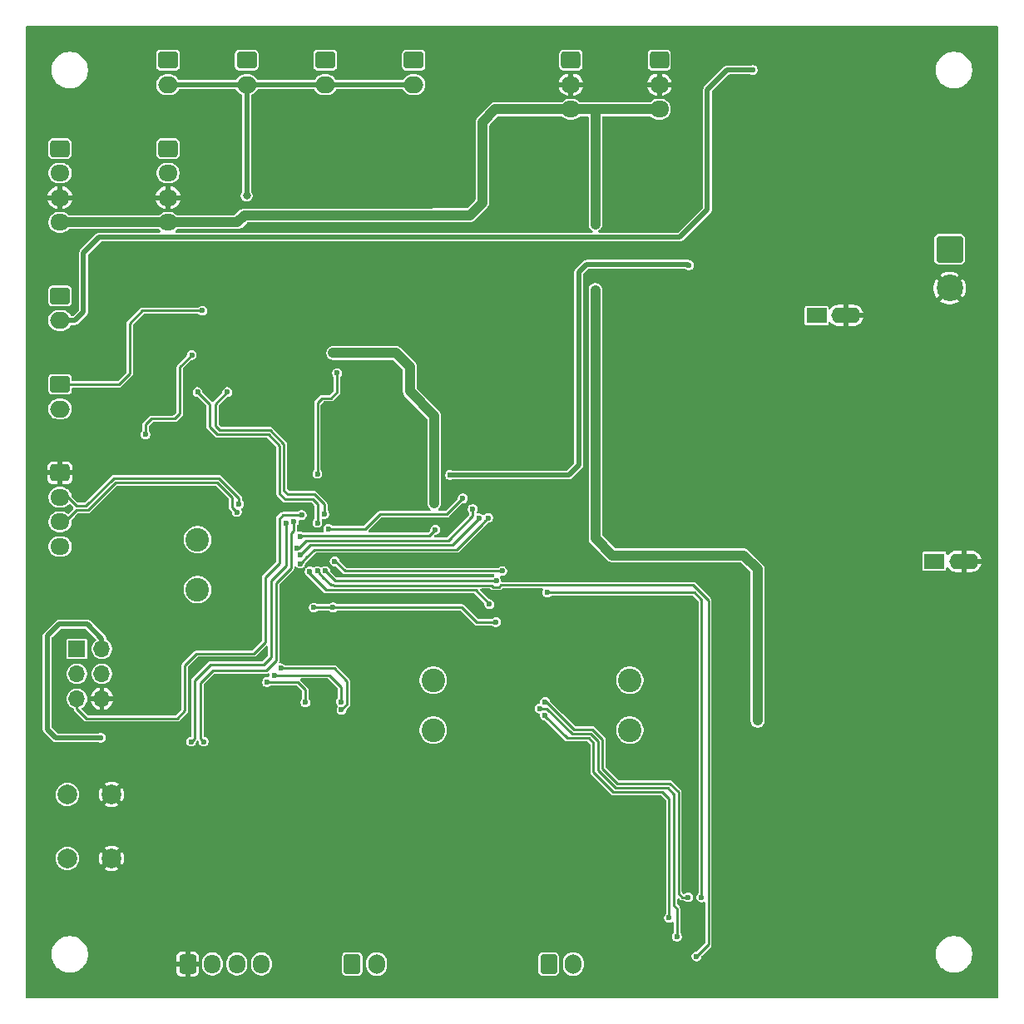
<source format=gbr>
%TF.GenerationSoftware,KiCad,Pcbnew,9.0.2*%
%TF.CreationDate,2025-07-08T15:17:26+08:00*%
%TF.ProjectId,SSRU_v3,53535255-5f76-4332-9e6b-696361645f70,rev?*%
%TF.SameCoordinates,Original*%
%TF.FileFunction,Copper,L2,Bot*%
%TF.FilePolarity,Positive*%
%FSLAX46Y46*%
G04 Gerber Fmt 4.6, Leading zero omitted, Abs format (unit mm)*
G04 Created by KiCad (PCBNEW 9.0.2) date 2025-07-08 15:17:26*
%MOMM*%
%LPD*%
G01*
G04 APERTURE LIST*
G04 Aperture macros list*
%AMRoundRect*
0 Rectangle with rounded corners*
0 $1 Rounding radius*
0 $2 $3 $4 $5 $6 $7 $8 $9 X,Y pos of 4 corners*
0 Add a 4 corners polygon primitive as box body*
4,1,4,$2,$3,$4,$5,$6,$7,$8,$9,$2,$3,0*
0 Add four circle primitives for the rounded corners*
1,1,$1+$1,$2,$3*
1,1,$1+$1,$4,$5*
1,1,$1+$1,$6,$7*
1,1,$1+$1,$8,$9*
0 Add four rect primitives between the rounded corners*
20,1,$1+$1,$2,$3,$4,$5,0*
20,1,$1+$1,$4,$5,$6,$7,0*
20,1,$1+$1,$6,$7,$8,$9,0*
20,1,$1+$1,$8,$9,$2,$3,0*%
G04 Aperture macros list end*
%TA.AperFunction,ComponentPad*%
%ADD10C,2.400000*%
%TD*%
%TA.AperFunction,ComponentPad*%
%ADD11RoundRect,0.250000X-0.750000X0.600000X-0.750000X-0.600000X0.750000X-0.600000X0.750000X0.600000X0*%
%TD*%
%TA.AperFunction,ComponentPad*%
%ADD12O,2.000000X1.700000*%
%TD*%
%TA.AperFunction,ComponentPad*%
%ADD13RoundRect,0.250000X-0.600000X-0.725000X0.600000X-0.725000X0.600000X0.725000X-0.600000X0.725000X0*%
%TD*%
%TA.AperFunction,ComponentPad*%
%ADD14O,1.700000X1.950000*%
%TD*%
%TA.AperFunction,ComponentPad*%
%ADD15RoundRect,0.250000X-0.600000X-0.750000X0.600000X-0.750000X0.600000X0.750000X-0.600000X0.750000X0*%
%TD*%
%TA.AperFunction,ComponentPad*%
%ADD16O,1.700000X2.000000*%
%TD*%
%TA.AperFunction,ComponentPad*%
%ADD17R,1.700000X1.700000*%
%TD*%
%TA.AperFunction,ComponentPad*%
%ADD18O,1.700000X1.700000*%
%TD*%
%TA.AperFunction,ComponentPad*%
%ADD19RoundRect,0.250000X-0.725000X0.600000X-0.725000X-0.600000X0.725000X-0.600000X0.725000X0.600000X0*%
%TD*%
%TA.AperFunction,ComponentPad*%
%ADD20O,1.950000X1.700000*%
%TD*%
%TA.AperFunction,ComponentPad*%
%ADD21R,2.000000X1.600000*%
%TD*%
%TA.AperFunction,ComponentPad*%
%ADD22O,3.000000X1.600000*%
%TD*%
%TA.AperFunction,ComponentPad*%
%ADD23RoundRect,0.250001X-1.099999X1.099999X-1.099999X-1.099999X1.099999X-1.099999X1.099999X1.099999X0*%
%TD*%
%TA.AperFunction,ComponentPad*%
%ADD24C,2.700000*%
%TD*%
%TA.AperFunction,ComponentPad*%
%ADD25C,2.000000*%
%TD*%
%TA.AperFunction,ViaPad*%
%ADD26C,0.600000*%
%TD*%
%TA.AperFunction,ViaPad*%
%ADD27C,1.000000*%
%TD*%
%TA.AperFunction,ViaPad*%
%ADD28C,0.800000*%
%TD*%
%TA.AperFunction,Conductor*%
%ADD29C,1.000000*%
%TD*%
%TA.AperFunction,Conductor*%
%ADD30C,0.500000*%
%TD*%
%TA.AperFunction,Conductor*%
%ADD31C,0.250000*%
%TD*%
G04 APERTURE END LIST*
D10*
%TO.P,Y1,1,1*%
%TO.N,XTAL2*%
X118000000Y-107893282D03*
%TO.P,Y1,2,2*%
%TO.N,XTAL1*%
X118000000Y-102813282D03*
%TD*%
D11*
%TO.P,J23,1,Pin_1*%
%TO.N,POT1_IN*%
X123000000Y-54000000D03*
D12*
%TO.P,J23,2,Pin_2*%
%TO.N,+5V*%
X123000000Y-56500000D03*
%TD*%
D13*
%TO.P,J31,1,Pin_1*%
%TO.N,GND*%
X117000000Y-146000000D03*
D14*
%TO.P,J31,2,Pin_2*%
%TO.N,UD+*%
X119500000Y-146000000D03*
%TO.P,J31,3,Pin_3*%
%TO.N,UD-*%
X122000000Y-146000000D03*
%TO.P,J31,4,Pin_4*%
%TO.N,Net-(J31-Pin_4)*%
X124500000Y-146000000D03*
%TD*%
D15*
%TO.P,J21,1,Pin_1*%
%TO.N,CAN1-*%
X133739258Y-146000000D03*
D16*
%TO.P,J21,2,Pin_2*%
%TO.N,CAN1+*%
X136239258Y-146000000D03*
%TD*%
D17*
%TO.P,J1,1,MISO*%
%TO.N,Net-(J1-MISO)*%
X105725000Y-113920000D03*
D18*
%TO.P,J1,2,VCC*%
%TO.N,+5V*%
X108265000Y-113920000D03*
%TO.P,J1,3,SCK*%
%TO.N,Net-(J1-SCK)*%
X105725000Y-116460000D03*
%TO.P,J1,4,MOSI*%
%TO.N,Net-(J1-MOSI)*%
X108265000Y-116460000D03*
%TO.P,J1,5,~{RST}*%
%TO.N,RST*%
X105725000Y-119000000D03*
%TO.P,J1,6,GND*%
%TO.N,GND*%
X108265000Y-119000000D03*
%TD*%
D11*
%TO.P,J20,1,Pin_1*%
%TO.N,PUMP_NTC_100k*%
X115000000Y-54000000D03*
D12*
%TO.P,J20,2,Pin_2*%
%TO.N,+5V*%
X115000000Y-56500000D03*
%TD*%
D11*
%TO.P,J25,1,Pin_1*%
%TO.N,POT2_IN*%
X131000000Y-54000000D03*
D12*
%TO.P,J25,2,Pin_2*%
%TO.N,+5V*%
X131000000Y-56500000D03*
%TD*%
D15*
%TO.P,J11,1,Pin_1*%
%TO.N,CAN2-*%
X153739258Y-146000000D03*
D16*
%TO.P,J11,2,Pin_2*%
%TO.N,CAN2+*%
X156239258Y-146000000D03*
%TD*%
D11*
%TO.P,J30,1,Pin_1*%
%TO.N,FLOW_IN*%
X140000000Y-54000000D03*
D12*
%TO.P,J30,2,Pin_2*%
%TO.N,+5V*%
X140000000Y-56500000D03*
%TD*%
D11*
%TO.P,J5,1,Pin_1*%
%TO.N,BRAKE_TEMP2*%
X104000000Y-87000000D03*
D12*
%TO.P,J5,2,Pin_2*%
%TO.N,+24V*%
X104000000Y-89500000D03*
%TD*%
D19*
%TO.P,J32,1,Pin_1*%
%TO.N,GND*%
X104000000Y-96000000D03*
D20*
%TO.P,J32,2,Pin_2*%
%TO.N,ENCODER_A*%
X104000000Y-98500000D03*
%TO.P,J32,3,Pin_3*%
%TO.N,ENCODER_B*%
X104000000Y-101000000D03*
%TO.P,J32,4,Pin_4*%
%TO.N,+5V*%
X104000000Y-103500000D03*
%TD*%
D19*
%TO.P,J26,1,Pin_1*%
%TO.N,Temp_sensor*%
X156000000Y-54000000D03*
D20*
%TO.P,J26,2,Pin_2*%
%TO.N,GND*%
X156000000Y-56500000D03*
%TO.P,J26,3,Pin_3*%
%TO.N,+3.3V*%
X156000000Y-59000000D03*
%TD*%
D11*
%TO.P,J4,1,Pin_1*%
%TO.N,BRAKE_TEMP1*%
X104000000Y-78000000D03*
D12*
%TO.P,J4,2,Pin_2*%
%TO.N,+24V*%
X104000000Y-80500000D03*
%TD*%
D21*
%TO.P,C11,1*%
%TO.N,Net-(U4-FB)*%
X193000000Y-105000000D03*
D22*
%TO.P,C11,2*%
%TO.N,GND*%
X196000000Y-105000000D03*
%TD*%
D19*
%TO.P,J27,1,Pin_1*%
%TO.N,LVB_TEMP*%
X165000000Y-54000000D03*
D20*
%TO.P,J27,2,Pin_2*%
%TO.N,GND*%
X165000000Y-56500000D03*
%TO.P,J27,3,Pin_3*%
%TO.N,+3.3V*%
X165000000Y-59000000D03*
%TD*%
D10*
%TO.P,Y3,1,1*%
%TO.N,Net-(U7-OSC2)*%
X162000000Y-122193282D03*
%TO.P,Y3,2,2*%
%TO.N,Net-(U7-OSC1)*%
X162000000Y-117113282D03*
%TD*%
%TO.P,Y4,1,1*%
%TO.N,Net-(U1-OSC2)*%
X142000000Y-122193282D03*
%TO.P,Y4,2,2*%
%TO.N,Net-(U1-OSC1)*%
X142000000Y-117113282D03*
%TD*%
D21*
%TO.P,C7,1*%
%TO.N,+12V*%
X181000000Y-80000000D03*
D22*
%TO.P,C7,2*%
%TO.N,GND*%
X184000000Y-80000000D03*
%TD*%
D19*
%TO.P,J22,1,Pin_1*%
%TO.N,SDA_3V3*%
X104000000Y-63000000D03*
D20*
%TO.P,J22,2,Pin_2*%
%TO.N,SCL_3V3*%
X104000000Y-65500000D03*
%TO.P,J22,3,Pin_3*%
%TO.N,GND*%
X104000000Y-68000000D03*
%TO.P,J22,4,Pin_4*%
%TO.N,+3.3V*%
X104000000Y-70500000D03*
%TD*%
D19*
%TO.P,J24,1,Pin_1*%
%TO.N,SDA_3V3*%
X115000000Y-63000000D03*
D20*
%TO.P,J24,2,Pin_2*%
%TO.N,SCL_3V3*%
X115000000Y-65500000D03*
%TO.P,J24,3,Pin_3*%
%TO.N,GND*%
X115000000Y-68000000D03*
%TO.P,J24,4,Pin_4*%
%TO.N,+3.3V*%
X115000000Y-70500000D03*
%TD*%
D23*
%TO.P,J3,1,Pin_1*%
%TO.N,+12V*%
X194550000Y-73242500D03*
D24*
%TO.P,J3,2,Pin_2*%
%TO.N,GND*%
X194550000Y-77202500D03*
%TD*%
D25*
%TO.P,SW1,1,1*%
%TO.N,GND*%
X109250000Y-128750000D03*
X109250000Y-135250000D03*
%TO.P,SW1,2,2*%
%TO.N,RST*%
X104750000Y-128750000D03*
X104750000Y-135250000D03*
%TD*%
D26*
%TO.N,+3.3V*%
X175000000Y-121225000D03*
X147000000Y-61784400D03*
D27*
X158500000Y-70700000D03*
X158500000Y-77400000D03*
D26*
X142006900Y-69784400D03*
%TO.N,+5V*%
X108152500Y-122967500D03*
X117415600Y-84006900D03*
X112700000Y-92100000D03*
D27*
X131800000Y-83800000D03*
X142100000Y-99100000D03*
D28*
X123000000Y-67800000D03*
D26*
%TO.N,LVB_TEMP*%
X147591942Y-100591942D03*
X128450000Y-105250000D03*
%TO.N,BRAKE_TEMP2*%
X118500000Y-79500000D03*
%TO.N,LVB_S*%
X143700000Y-96215600D03*
X168006900Y-74884400D03*
%TO.N,RST*%
X128600000Y-100300000D03*
%TO.N,GND*%
X123700000Y-110400000D03*
X124550000Y-103400000D03*
X160000000Y-83000000D03*
X128000000Y-95500000D03*
X125532500Y-80847500D03*
X134000000Y-112500000D03*
X158700000Y-121400000D03*
X124100000Y-108100000D03*
X128000000Y-96500000D03*
X168000000Y-77315600D03*
X173500000Y-80300000D03*
X173500000Y-94000000D03*
X198500000Y-94500000D03*
X155400000Y-100500000D03*
X135400000Y-104500000D03*
X174000000Y-84000000D03*
X197500000Y-88500000D03*
X129400000Y-100200000D03*
X197500000Y-99500000D03*
X151000000Y-113400000D03*
X188000000Y-88500000D03*
X189234275Y-113032500D03*
X187000000Y-88500000D03*
X160000000Y-93000000D03*
X144000000Y-71000000D03*
X146600000Y-128300000D03*
X145893100Y-125915600D03*
X164600000Y-121900000D03*
X122450000Y-84850000D03*
X198500000Y-96000000D03*
X150900000Y-92200000D03*
X151500000Y-116700000D03*
X125000000Y-98000000D03*
X116200000Y-114200000D03*
X163700000Y-118600000D03*
X147000000Y-117200000D03*
X145600000Y-60000000D03*
X140800000Y-101200000D03*
X166200000Y-80700000D03*
X125500000Y-95500000D03*
X136000000Y-93784400D03*
X139000000Y-128784400D03*
X155500000Y-99200000D03*
X115700000Y-119400000D03*
X138800000Y-118400000D03*
X151000000Y-99400000D03*
X124000000Y-98000000D03*
X149200000Y-66200000D03*
X194000000Y-88500000D03*
X124000000Y-99000000D03*
X160000000Y-89000000D03*
X124750000Y-78050000D03*
X161400000Y-129600000D03*
X163900000Y-129700000D03*
X151000000Y-80800000D03*
X113000000Y-111400000D03*
X127100000Y-121500000D03*
X158100000Y-115200000D03*
X122000000Y-107000000D03*
X129200000Y-115100000D03*
X118000000Y-90215600D03*
X118200000Y-141600000D03*
X124100000Y-106900000D03*
X166024400Y-113327682D03*
X152000000Y-102100000D03*
X167800000Y-124500000D03*
X178000000Y-94000000D03*
X148600000Y-124500000D03*
X171015397Y-77252500D03*
X139000000Y-111000000D03*
X141900000Y-73900000D03*
X123700000Y-109300000D03*
X160000000Y-81000000D03*
X159000000Y-128784400D03*
X145000000Y-128300000D03*
X160000000Y-87000000D03*
X198500000Y-89000000D03*
X130000000Y-112500000D03*
X198500000Y-90000000D03*
X198500000Y-98000000D03*
X155000000Y-101500000D03*
X127200000Y-110400000D03*
X125000000Y-99000000D03*
X183215600Y-86006900D03*
X122000000Y-110500000D03*
X150800000Y-100800000D03*
X118300000Y-115200000D03*
X190500000Y-99500000D03*
X143600000Y-120200000D03*
X188000000Y-99500000D03*
X149100000Y-68300000D03*
X153300000Y-97500000D03*
X135000000Y-71000000D03*
X122000000Y-109000000D03*
X112500000Y-80847500D03*
X121600000Y-103500000D03*
X182325000Y-97400000D03*
X138500000Y-121900000D03*
X166010600Y-125758882D03*
X109500000Y-83950000D03*
X129300000Y-109000000D03*
X160100000Y-124700000D03*
X174500000Y-94000000D03*
X135600000Y-125150000D03*
X125900000Y-118900000D03*
X192500000Y-88000000D03*
X195465600Y-111006900D03*
X158500000Y-117100000D03*
X167900000Y-122000000D03*
X158700000Y-109400000D03*
X118200000Y-138900000D03*
X122900000Y-101800000D03*
X164700000Y-117500000D03*
X152000000Y-109600000D03*
X129300000Y-123700000D03*
X132700000Y-110600000D03*
X198500000Y-91000000D03*
X162500000Y-120200000D03*
X143000000Y-111000000D03*
X131000000Y-104600000D03*
X129300000Y-101700000D03*
X198500000Y-99500000D03*
X144600000Y-66700000D03*
X147600000Y-122000000D03*
X155300000Y-97500000D03*
X190500000Y-88500000D03*
X150600000Y-97500000D03*
X124700000Y-114500000D03*
X115250000Y-139050000D03*
X145906900Y-113484400D03*
X189000000Y-88500000D03*
X141000000Y-111000000D03*
X135300000Y-122000000D03*
D27*
X150000000Y-65000000D03*
D26*
X164500000Y-119600000D03*
X128500000Y-83950000D03*
X133000000Y-108800000D03*
X124000000Y-95500000D03*
X133500000Y-98500000D03*
X120006900Y-125784400D03*
X127200000Y-109200000D03*
X147000000Y-113300000D03*
X116006900Y-125784400D03*
X160000000Y-91000000D03*
X129600000Y-117500000D03*
X130100000Y-105000000D03*
X195500000Y-88500000D03*
X131500000Y-112500000D03*
X151000000Y-86200000D03*
X198500000Y-97000000D03*
X152900000Y-100800000D03*
X113006900Y-98936900D03*
X124000000Y-96500000D03*
X159800000Y-122000000D03*
X151700000Y-106500000D03*
X125500000Y-96500000D03*
X160000000Y-85000000D03*
X155300000Y-106300000D03*
X160000000Y-95000000D03*
X119300000Y-118400000D03*
X121030000Y-90215600D03*
X172500000Y-93000000D03*
X165100000Y-126200000D03*
X153100000Y-99200000D03*
X114984400Y-84000000D03*
X122450000Y-141550000D03*
X134200000Y-110600000D03*
X182325000Y-94000000D03*
X134600000Y-108800000D03*
X148200000Y-70900000D03*
X168500000Y-113900000D03*
X150900000Y-74200000D03*
X176000000Y-94000000D03*
X164033650Y-133215600D03*
X132784400Y-113993100D03*
X150400000Y-115800000D03*
X198500000Y-93500000D03*
X198500000Y-92500000D03*
%TO.N,BRAKE_TEMP_OUT1*%
X130200000Y-101100000D03*
X118006900Y-87784400D03*
%TO.N,BRAKE_TEMP_OUT2*%
X130900000Y-100200000D03*
X121036900Y-87784400D03*
%TO.N,POT2_IN*%
X131300000Y-101700000D03*
X145000000Y-98600000D03*
%TO.N,Temp_sensor*%
X128424999Y-104391117D03*
X146650000Y-100650000D03*
%TO.N,SCK*%
X131949998Y-105000000D03*
X167950000Y-139200000D03*
X149000000Y-106000000D03*
X125075000Y-117300000D03*
X153375000Y-119300000D03*
X128975000Y-119375000D03*
%TO.N,MISO*%
X129829487Y-109729000D03*
X148375000Y-111200000D03*
X153375000Y-120700000D03*
X166000000Y-141300000D03*
X126473000Y-115900000D03*
X132641942Y-120141942D03*
X131800000Y-109700000D03*
%TO.N,+24V*%
X174500000Y-55000000D03*
%TO.N,MOSI*%
X166800000Y-143215600D03*
X132600000Y-119300000D03*
X125800000Y-116600000D03*
X148400000Y-107000000D03*
X131000000Y-106000000D03*
X152800000Y-120000000D03*
%TO.N,CS_CAN2*%
X129401300Y-106045640D03*
X147700000Y-109375000D03*
%TO.N,CS_CAN3*%
X168784400Y-145215600D03*
X130200000Y-106000000D03*
%TO.N,IRO*%
X169300000Y-139215600D03*
X153600000Y-108200000D03*
X128425000Y-102456279D03*
X142200000Y-101800000D03*
%TO.N,SCL*%
X130200000Y-96100000D03*
X132200000Y-85849000D03*
%TO.N,FLOW_OUT*%
X146000000Y-99700000D03*
X128125000Y-103649496D03*
%TO.N,328_RX*%
X127800000Y-101000000D03*
X118635000Y-123365000D03*
%TO.N,328_TX*%
X117365000Y-123365000D03*
X127000000Y-101100000D03*
%TO.N,ENCODER_B*%
X122000000Y-100000000D03*
%TO.N,ENCODER_A*%
X122200000Y-99200000D03*
%TD*%
D29*
%TO.N,+3.3V*%
X173600000Y-104400000D02*
X175000000Y-105800000D01*
X156000000Y-59000000D02*
X165000000Y-59000000D01*
X160200000Y-104400000D02*
X173600000Y-104400000D01*
X175000000Y-105800000D02*
X175000000Y-121225000D01*
X122050000Y-70500000D02*
X104000000Y-70500000D01*
X158500000Y-102700000D02*
X160200000Y-104400000D01*
X147000000Y-68500000D02*
X147000000Y-61784400D01*
X158500000Y-59100000D02*
X158500000Y-70700000D01*
X145715600Y-69784400D02*
X147000000Y-68500000D01*
X158500000Y-77400000D02*
X158500000Y-102700000D01*
X156000000Y-59000000D02*
X158400000Y-59000000D01*
X147000000Y-61784400D02*
X147000000Y-60300000D01*
X142006900Y-69784400D02*
X141991300Y-69800000D01*
X122750000Y-69800000D02*
X122050000Y-70500000D01*
X147000000Y-60300000D02*
X148300000Y-59000000D01*
X148300000Y-59000000D02*
X156000000Y-59000000D01*
X158400000Y-59000000D02*
X158500000Y-59100000D01*
X142006900Y-69784400D02*
X145715600Y-69784400D01*
X141991300Y-69800000D02*
X122750000Y-69800000D01*
D30*
%TO.N,+5V*%
X103900000Y-111400000D02*
X102700000Y-112600000D01*
X103567500Y-122967500D02*
X108152500Y-122967500D01*
D29*
X139600000Y-87700000D02*
X139600000Y-85200000D01*
D30*
X106800000Y-111400000D02*
X103900000Y-111400000D01*
D29*
X142100000Y-99100000D02*
X142100000Y-90200000D01*
D31*
X112700000Y-91100000D02*
X113300000Y-90500000D01*
D29*
X139600000Y-85200000D02*
X138200000Y-83800000D01*
D31*
X116200000Y-85222500D02*
X117415600Y-84006900D01*
X115700000Y-90500000D02*
X116200000Y-90000000D01*
D30*
X102700000Y-112600000D02*
X102700000Y-122100000D01*
X102700000Y-122100000D02*
X103567500Y-122967500D01*
X115000000Y-56500000D02*
X140000000Y-56500000D01*
D29*
X138200000Y-83800000D02*
X131800000Y-83800000D01*
D31*
X112700000Y-92100000D02*
X112700000Y-91100000D01*
X116200000Y-90000000D02*
X116200000Y-85222500D01*
D30*
X108265000Y-113920000D02*
X108265000Y-112865000D01*
X123000000Y-56500000D02*
X123000000Y-67800000D01*
D31*
X113300000Y-90500000D02*
X115700000Y-90500000D01*
D29*
X142100000Y-90200000D02*
X139600000Y-87700000D01*
D30*
X108265000Y-112865000D02*
X106800000Y-111400000D01*
D31*
%TO.N,LVB_TEMP*%
X128682883Y-105017117D02*
X128684297Y-105017117D01*
X129050999Y-104650415D02*
X129050999Y-104649001D01*
X146909298Y-101276000D02*
X147276000Y-100909298D01*
X147276000Y-100907884D02*
X147591942Y-100591942D01*
X129050999Y-104649001D02*
X129890721Y-103809279D01*
X146907884Y-101276000D02*
X146909298Y-101276000D01*
X129890721Y-103809279D02*
X144374605Y-103809279D01*
X128450000Y-105250000D02*
X128682883Y-105017117D01*
X144374605Y-103809279D02*
X146907884Y-101276000D01*
X128684297Y-105017117D02*
X129050999Y-104650415D01*
X147276000Y-100909298D02*
X147276000Y-100907884D01*
%TO.N,BRAKE_TEMP2*%
X112400000Y-79500000D02*
X111100000Y-80800000D01*
X110000000Y-87000000D02*
X104000000Y-87000000D01*
X118500000Y-79500000D02*
X112400000Y-79500000D01*
X111100000Y-85900000D02*
X110000000Y-87000000D01*
X111100000Y-80800000D02*
X111100000Y-85900000D01*
D30*
%TO.N,LVB_S*%
X156800000Y-95200000D02*
X155784400Y-96215600D01*
X155784400Y-96215600D02*
X143700000Y-96215600D01*
X156800000Y-75600000D02*
X156800000Y-95200000D01*
X157615600Y-74784400D02*
X156800000Y-75600000D01*
X167906900Y-74784400D02*
X157615600Y-74784400D01*
X168006900Y-74884400D02*
X167906900Y-74784400D01*
D31*
%TO.N,RST*%
X106700000Y-121000000D02*
X105725000Y-120025000D01*
X126700000Y-100300000D02*
X126300000Y-100700000D01*
X116700000Y-115600000D02*
X116700000Y-120200000D01*
X117900000Y-114400000D02*
X116700000Y-115600000D01*
X124900000Y-113215000D02*
X123715000Y-114400000D01*
X128600000Y-100300000D02*
X126700000Y-100300000D01*
X116700000Y-120200000D02*
X115900000Y-121000000D01*
X126300000Y-105200000D02*
X124900000Y-106600000D01*
X115900000Y-121000000D02*
X106700000Y-121000000D01*
X126300000Y-100700000D02*
X126300000Y-105200000D01*
X123715000Y-114400000D02*
X117900000Y-114400000D01*
X124900000Y-106600000D02*
X124900000Y-113215000D01*
X105725000Y-120025000D02*
X105725000Y-119000000D01*
%TO.N,BRAKE_TEMP_OUT1*%
X118006900Y-87806900D02*
X118006900Y-87784400D01*
X120000000Y-92100000D02*
X119223710Y-91323710D01*
X130200000Y-101100000D02*
X130200000Y-99200000D01*
X119223710Y-91323710D02*
X119223710Y-89023710D01*
X130200000Y-99200000D02*
X129700000Y-98700000D01*
X126349000Y-98149000D02*
X126349000Y-93249000D01*
X129700000Y-98700000D02*
X126900000Y-98700000D01*
X126349000Y-93249000D02*
X125200000Y-92100000D01*
X125200000Y-92100000D02*
X120000000Y-92100000D01*
X126900000Y-98700000D02*
X126349000Y-98149000D01*
X119223710Y-89023710D02*
X118006900Y-87806900D01*
%TO.N,BRAKE_TEMP_OUT2*%
X126800000Y-97800000D02*
X126800000Y-93062190D01*
X120249000Y-91649000D02*
X119800000Y-91200000D01*
X127200000Y-98200000D02*
X126800000Y-97800000D01*
X130900000Y-100200000D02*
X130900000Y-99200000D01*
X129900000Y-98200000D02*
X127200000Y-98200000D01*
X119800000Y-91200000D02*
X119800000Y-89021300D01*
X125386810Y-91649000D02*
X120249000Y-91649000D01*
X126800000Y-93062190D02*
X125386810Y-91649000D01*
X130900000Y-99200000D02*
X129900000Y-98200000D01*
X119800000Y-89021300D02*
X121036900Y-87784400D01*
%TO.N,POT2_IN*%
X131300000Y-101700000D02*
X135100000Y-101700000D01*
X136600000Y-100200000D02*
X143400000Y-100200000D01*
X143400000Y-100200000D02*
X145000000Y-98600000D01*
X135100000Y-101700000D02*
X136600000Y-100200000D01*
%TO.N,Temp_sensor*%
X128424999Y-104391117D02*
X129457837Y-103358279D01*
X129457837Y-103358279D02*
X143941721Y-103358279D01*
X143941721Y-103358279D02*
X146650000Y-100650000D01*
%TO.N,SCK*%
X160698000Y-127598000D02*
X166035810Y-127598000D01*
X125075000Y-117300000D02*
X128200000Y-117300000D01*
X160698000Y-127598000D02*
X159200000Y-126100000D01*
X132000000Y-105000000D02*
X131949998Y-105000000D01*
X128200000Y-117300000D02*
X128975000Y-118075000D01*
X166035810Y-127598000D02*
X166951000Y-128513190D01*
X128975000Y-118075000D02*
X128975000Y-119375000D01*
X149000000Y-106000000D02*
X133000000Y-106000000D01*
X156296108Y-122098000D02*
X158173620Y-122098000D01*
X159202000Y-126098000D02*
X159202000Y-123126380D01*
X158173620Y-122098000D02*
X159202000Y-123126380D01*
X153498108Y-119300000D02*
X156296108Y-122098000D01*
X167950000Y-139200000D02*
X167334400Y-139200000D01*
X159200000Y-126100000D02*
X159202000Y-126098000D01*
X133000000Y-106000000D02*
X132000000Y-105000000D01*
X153498108Y-119300000D02*
X153375000Y-119300000D01*
X167334400Y-139200000D02*
X166951000Y-138816600D01*
X166951000Y-138816600D02*
X166951000Y-128513190D01*
%TO.N,MISO*%
X131900000Y-115900000D02*
X126473000Y-115900000D01*
X133226000Y-117226000D02*
X131900000Y-115900000D01*
X131800000Y-109700000D02*
X144900000Y-109700000D01*
X158298000Y-123498000D02*
X158298000Y-126473620D01*
X157800000Y-123000000D02*
X158298000Y-123498000D01*
X129829487Y-109729000D02*
X129858487Y-109700000D01*
X158298000Y-126473620D02*
X160324380Y-128500000D01*
X160324380Y-128500000D02*
X165300000Y-128500000D01*
X132641942Y-120141942D02*
X133226000Y-119557884D01*
X166000000Y-129200000D02*
X166000000Y-141300000D01*
X153375000Y-120775000D02*
X155600000Y-123000000D01*
X133226000Y-119557884D02*
X133226000Y-117226000D01*
X146400000Y-111200000D02*
X148375000Y-111200000D01*
X129858487Y-109700000D02*
X131800000Y-109700000D01*
X144900000Y-109700000D02*
X146400000Y-111200000D01*
X165300000Y-128500000D02*
X166000000Y-129200000D01*
X153375000Y-120700000D02*
X153375000Y-120775000D01*
X155600000Y-123000000D02*
X157800000Y-123000000D01*
D30*
%TO.N,+24V*%
X169900000Y-69200000D02*
X167100000Y-72000000D01*
X106400000Y-79600000D02*
X105500000Y-80500000D01*
X105500000Y-80500000D02*
X104000000Y-80500000D01*
X106400000Y-73600000D02*
X106400000Y-79600000D01*
X167100000Y-72000000D02*
X108000000Y-72000000D01*
X174500000Y-55000000D02*
X171900000Y-55000000D01*
X171900000Y-55000000D02*
X169900000Y-57000000D01*
X169900000Y-57000000D02*
X169900000Y-69200000D01*
X108000000Y-72000000D02*
X106400000Y-73600000D01*
D31*
%TO.N,MOSI*%
X166800000Y-143215600D02*
X166800000Y-140350000D01*
X166500000Y-140050000D02*
X166500000Y-128700000D01*
X160511190Y-128049000D02*
X158749000Y-126286810D01*
X131400000Y-116600000D02*
X132600000Y-117800000D01*
X153560298Y-120000000D02*
X152800000Y-120000000D01*
X125800000Y-116600000D02*
X131400000Y-116600000D01*
X165849000Y-128049000D02*
X160511190Y-128049000D01*
X148400000Y-107000000D02*
X132000000Y-107000000D01*
X157986810Y-122549000D02*
X156109298Y-122549000D01*
X156109298Y-122549000D02*
X153560298Y-120000000D01*
X158749000Y-126286810D02*
X158749000Y-123311190D01*
X166800000Y-140350000D02*
X166500000Y-140050000D01*
X166500000Y-128700000D02*
X165849000Y-128049000D01*
X132000000Y-107000000D02*
X131000000Y-106000000D01*
X132600000Y-117800000D02*
X132600000Y-119300000D01*
X158749000Y-123311190D02*
X157986810Y-122549000D01*
%TO.N,CS_CAN2*%
X129286000Y-106172000D02*
X129286000Y-106160940D01*
X146299000Y-107950000D02*
X131064000Y-107950000D01*
X131064000Y-107950000D02*
X129286000Y-106172000D01*
X147700000Y-109351000D02*
X146299000Y-107950000D01*
X147700000Y-109375000D02*
X147700000Y-109351000D01*
X129286000Y-106160940D02*
X129401300Y-106045640D01*
%TO.N,CS_CAN3*%
X170000000Y-144000000D02*
X168784400Y-145215600D01*
X148843298Y-107442000D02*
X168442000Y-107442000D01*
X130756000Y-106626000D02*
X131572000Y-107442000D01*
X131572000Y-107442000D02*
X131804190Y-107442000D01*
X148659298Y-107626000D02*
X148843298Y-107442000D01*
X170000000Y-109000000D02*
X170000000Y-144000000D01*
X130374000Y-106244000D02*
X130374000Y-106259298D01*
X130740702Y-106626000D02*
X130756000Y-106626000D01*
X131813190Y-107451000D02*
X147965702Y-107451000D01*
X130302000Y-106172000D02*
X130374000Y-106244000D01*
X130200000Y-106000000D02*
X130302000Y-106102000D01*
X147965702Y-107451000D02*
X148140702Y-107626000D01*
X130374000Y-106259298D02*
X130740702Y-106626000D01*
X148140702Y-107626000D02*
X148659298Y-107626000D01*
X130302000Y-106102000D02*
X130302000Y-106172000D01*
X168442000Y-107442000D02*
X170000000Y-109000000D01*
X131804190Y-107442000D02*
X131813190Y-107451000D01*
%TO.N,IRO*%
X169300000Y-139215600D02*
X169300000Y-108937810D01*
X141600000Y-102400000D02*
X142200000Y-101800000D01*
X128425000Y-102456279D02*
X128481279Y-102400000D01*
X169300000Y-108937810D02*
X168562190Y-108200000D01*
X168562190Y-108200000D02*
X153600000Y-108200000D01*
X128481279Y-102400000D02*
X141600000Y-102400000D01*
%TO.N,SCL*%
X130200000Y-96100000D02*
X130200000Y-88900000D01*
X130200000Y-88900000D02*
X130700000Y-88400000D01*
X132200000Y-87800000D02*
X132200000Y-85849000D01*
X130700000Y-88400000D02*
X131600000Y-88400000D01*
X131600000Y-88400000D02*
X132200000Y-87800000D01*
%TO.N,FLOW_OUT*%
X129024954Y-102907279D02*
X143492721Y-102907279D01*
X146000000Y-100400000D02*
X146000000Y-99700000D01*
X143492721Y-102907279D02*
X146000000Y-100400000D01*
X128282737Y-103649496D02*
X129024954Y-102907279D01*
X128125000Y-103649496D02*
X128282737Y-103649496D01*
%TO.N,328_RX*%
X118300000Y-117400000D02*
X118300000Y-123030000D01*
X127800000Y-101869182D02*
X127500000Y-102169182D01*
X127500000Y-102169182D02*
X127500000Y-105700000D01*
X126000000Y-107200000D02*
X126000000Y-115100000D01*
X127800000Y-101000000D02*
X127800000Y-101869182D01*
X118300000Y-123030000D02*
X118635000Y-123365000D01*
X125000000Y-116100000D02*
X119600000Y-116100000D01*
X127500000Y-105700000D02*
X126000000Y-107200000D01*
X119600000Y-116100000D02*
X118300000Y-117400000D01*
X126000000Y-115100000D02*
X125000000Y-116100000D01*
%TO.N,328_TX*%
X117700000Y-117100000D02*
X117700000Y-123030000D01*
X119300000Y-115500000D02*
X117700000Y-117100000D01*
X125500000Y-106950000D02*
X125500000Y-114762190D01*
X127000000Y-101100000D02*
X127000000Y-105450000D01*
X117700000Y-123030000D02*
X117365000Y-123365000D01*
X127000000Y-105450000D02*
X125500000Y-106950000D01*
X124762190Y-115500000D02*
X119300000Y-115500000D01*
X125500000Y-114762190D02*
X124762190Y-115500000D01*
%TO.N,ENCODER_B*%
X120000000Y-97000000D02*
X121500000Y-98500000D01*
X106837810Y-99800000D02*
X109637810Y-97000000D01*
X121500000Y-99500000D02*
X122000000Y-100000000D01*
X104000000Y-101000000D02*
X104500000Y-101000000D01*
X105700000Y-99800000D02*
X106837810Y-99800000D01*
X121500000Y-98500000D02*
X121500000Y-99500000D01*
X109637810Y-97000000D02*
X120000000Y-97000000D01*
X104500000Y-101000000D02*
X105700000Y-99800000D01*
%TO.N,ENCODER_A*%
X109451000Y-96549000D02*
X106651000Y-99349000D01*
X106651000Y-99349000D02*
X105649000Y-99349000D01*
X105649000Y-99349000D02*
X104800000Y-98500000D01*
X122200000Y-99200000D02*
X122200000Y-98562190D01*
X120186810Y-96549000D02*
X109451000Y-96549000D01*
X104800000Y-98500000D02*
X104000000Y-98500000D01*
X122200000Y-98562190D02*
X120186810Y-96549000D01*
%TD*%
%TA.AperFunction,Conductor*%
%TO.N,GND*%
G36*
X155105545Y-59720185D02*
G01*
X155126182Y-59736814D01*
X155205345Y-59815977D01*
X155377402Y-59930941D01*
X155568580Y-60010130D01*
X155771530Y-60050499D01*
X155771534Y-60050500D01*
X155771535Y-60050500D01*
X156228466Y-60050500D01*
X156228467Y-60050499D01*
X156431420Y-60010130D01*
X156622598Y-59930941D01*
X156794655Y-59815977D01*
X156873814Y-59736817D01*
X156935135Y-59703334D01*
X156961494Y-59700500D01*
X157675500Y-59700500D01*
X157742539Y-59720185D01*
X157788294Y-59772989D01*
X157799500Y-59824500D01*
X157799500Y-70768993D01*
X157799500Y-70768995D01*
X157799499Y-70768995D01*
X157826418Y-70904322D01*
X157826421Y-70904332D01*
X157879221Y-71031804D01*
X157879228Y-71031817D01*
X157955885Y-71146541D01*
X157955888Y-71146545D01*
X158053454Y-71244111D01*
X158053458Y-71244114D01*
X158170617Y-71322398D01*
X158215422Y-71376010D01*
X158224129Y-71445335D01*
X158193974Y-71508363D01*
X158134531Y-71545082D01*
X158101726Y-71549500D01*
X115853937Y-71549500D01*
X115786898Y-71529815D01*
X115741143Y-71477011D01*
X115731199Y-71407853D01*
X115760224Y-71344297D01*
X115769054Y-71335107D01*
X115776526Y-71328089D01*
X115794655Y-71315977D01*
X115875200Y-71235431D01*
X115876611Y-71234107D01*
X115906115Y-71219179D01*
X115935135Y-71203334D01*
X115938056Y-71203019D01*
X115938956Y-71202565D01*
X115940655Y-71202740D01*
X115961494Y-71200500D01*
X122118996Y-71200500D01*
X122210040Y-71182389D01*
X122254328Y-71173580D01*
X122318069Y-71147177D01*
X122381807Y-71120777D01*
X122381808Y-71120776D01*
X122381811Y-71120775D01*
X122496543Y-71044114D01*
X123003837Y-70536818D01*
X123065160Y-70503334D01*
X123091518Y-70500500D01*
X142060295Y-70500500D01*
X142126739Y-70487283D01*
X142150931Y-70484900D01*
X145784596Y-70484900D01*
X145875640Y-70466789D01*
X145919928Y-70457980D01*
X145983669Y-70431577D01*
X146047407Y-70405177D01*
X146047408Y-70405176D01*
X146047411Y-70405175D01*
X146162143Y-70328514D01*
X147544114Y-68946543D01*
X147620775Y-68831811D01*
X147673580Y-68704328D01*
X147700500Y-68568994D01*
X147700500Y-68431006D01*
X147700500Y-61715407D01*
X147700500Y-60641519D01*
X147720185Y-60574480D01*
X147736819Y-60553838D01*
X148553838Y-59736819D01*
X148615161Y-59703334D01*
X148641519Y-59700500D01*
X155038506Y-59700500D01*
X155105545Y-59720185D01*
G37*
%TD.AperFunction*%
%TA.AperFunction,Conductor*%
G36*
X199442539Y-50520185D02*
G01*
X199488294Y-50572989D01*
X199499500Y-50624500D01*
X199499500Y-149375500D01*
X199479815Y-149442539D01*
X199427011Y-149488294D01*
X199375500Y-149499500D01*
X100624500Y-149499500D01*
X100557461Y-149479815D01*
X100511706Y-149427011D01*
X100500500Y-149375500D01*
X100500500Y-144878711D01*
X103149500Y-144878711D01*
X103149500Y-145121288D01*
X103181161Y-145361785D01*
X103243947Y-145596104D01*
X103306258Y-145746535D01*
X103336776Y-145820212D01*
X103458064Y-146030289D01*
X103458066Y-146030292D01*
X103458067Y-146030293D01*
X103605733Y-146222736D01*
X103605739Y-146222743D01*
X103777256Y-146394260D01*
X103777263Y-146394266D01*
X103858254Y-146456412D01*
X103969711Y-146541936D01*
X104179788Y-146663224D01*
X104403900Y-146756054D01*
X104638211Y-146818838D01*
X104818586Y-146842584D01*
X104878711Y-146850500D01*
X104878712Y-146850500D01*
X105121289Y-146850500D01*
X105169388Y-146844167D01*
X105361789Y-146818838D01*
X105596100Y-146756054D01*
X105820212Y-146663224D01*
X106030289Y-146541936D01*
X106222738Y-146394265D01*
X106394265Y-146222738D01*
X106541936Y-146030289D01*
X106663224Y-145820212D01*
X106756054Y-145596100D01*
X106818838Y-145361789D01*
X106835932Y-145231946D01*
X115850000Y-145231946D01*
X115850000Y-145750000D01*
X116595854Y-145750000D01*
X116557370Y-145816657D01*
X116525000Y-145937465D01*
X116525000Y-146062535D01*
X116557370Y-146183343D01*
X116595854Y-146250000D01*
X115850000Y-146250000D01*
X115850000Y-146768053D01*
X115860613Y-146856443D01*
X115916079Y-146997095D01*
X116007435Y-147117564D01*
X116127904Y-147208920D01*
X116268556Y-147264386D01*
X116356946Y-147275000D01*
X116750000Y-147275000D01*
X116750000Y-146404145D01*
X116816657Y-146442630D01*
X116937465Y-146475000D01*
X117062535Y-146475000D01*
X117183343Y-146442630D01*
X117250000Y-146404145D01*
X117250000Y-147275000D01*
X117643054Y-147275000D01*
X117731443Y-147264386D01*
X117872095Y-147208920D01*
X117992564Y-147117564D01*
X118083920Y-146997095D01*
X118139386Y-146856443D01*
X118150000Y-146768053D01*
X118150000Y-146250000D01*
X117404146Y-146250000D01*
X117442630Y-146183343D01*
X117475000Y-146062535D01*
X117475000Y-145937465D01*
X117442630Y-145816657D01*
X117416576Y-145771530D01*
X118449500Y-145771530D01*
X118449500Y-146228469D01*
X118489868Y-146431412D01*
X118489870Y-146431420D01*
X118535647Y-146541936D01*
X118569059Y-146622598D01*
X118596203Y-146663222D01*
X118684024Y-146794657D01*
X118830342Y-146940975D01*
X118830345Y-146940977D01*
X119002402Y-147055941D01*
X119193580Y-147135130D01*
X119396530Y-147175499D01*
X119396534Y-147175500D01*
X119396535Y-147175500D01*
X119603466Y-147175500D01*
X119603467Y-147175499D01*
X119806420Y-147135130D01*
X119997598Y-147055941D01*
X120169655Y-146940977D01*
X120315977Y-146794655D01*
X120430941Y-146622598D01*
X120510130Y-146431420D01*
X120550500Y-146228465D01*
X120550500Y-145771535D01*
X120550499Y-145771530D01*
X120949500Y-145771530D01*
X120949500Y-146228469D01*
X120989868Y-146431412D01*
X120989870Y-146431420D01*
X121035647Y-146541936D01*
X121069059Y-146622598D01*
X121096203Y-146663222D01*
X121184024Y-146794657D01*
X121330342Y-146940975D01*
X121330345Y-146940977D01*
X121502402Y-147055941D01*
X121693580Y-147135130D01*
X121896530Y-147175499D01*
X121896534Y-147175500D01*
X121896535Y-147175500D01*
X122103466Y-147175500D01*
X122103467Y-147175499D01*
X122306420Y-147135130D01*
X122497598Y-147055941D01*
X122669655Y-146940977D01*
X122815977Y-146794655D01*
X122930941Y-146622598D01*
X123010130Y-146431420D01*
X123050500Y-146228465D01*
X123050500Y-145771535D01*
X123050499Y-145771530D01*
X123449500Y-145771530D01*
X123449500Y-146228469D01*
X123489868Y-146431412D01*
X123489870Y-146431420D01*
X123535647Y-146541936D01*
X123569059Y-146622598D01*
X123596203Y-146663222D01*
X123684024Y-146794657D01*
X123830342Y-146940975D01*
X123830345Y-146940977D01*
X124002402Y-147055941D01*
X124193580Y-147135130D01*
X124396530Y-147175499D01*
X124396534Y-147175500D01*
X124396535Y-147175500D01*
X124603466Y-147175500D01*
X124603467Y-147175499D01*
X124806420Y-147135130D01*
X124997598Y-147055941D01*
X125169655Y-146940977D01*
X125315977Y-146794655D01*
X125430941Y-146622598D01*
X125510130Y-146431420D01*
X125550500Y-146228465D01*
X125550500Y-145771535D01*
X125510130Y-145568580D01*
X125430941Y-145377402D01*
X125380438Y-145301819D01*
X125353649Y-145261725D01*
X125353648Y-145261724D01*
X125315977Y-145205345D01*
X125315974Y-145205341D01*
X125306363Y-145195730D01*
X132688758Y-145195730D01*
X132688758Y-146804269D01*
X132691611Y-146834699D01*
X132691611Y-146834701D01*
X132728799Y-146940975D01*
X132736465Y-146962882D01*
X132817108Y-147072150D01*
X132926376Y-147152793D01*
X132947347Y-147160131D01*
X133054557Y-147197646D01*
X133084988Y-147200500D01*
X133084992Y-147200500D01*
X134393528Y-147200500D01*
X134423957Y-147197646D01*
X134423959Y-147197646D01*
X134488048Y-147175219D01*
X134552140Y-147152793D01*
X134661408Y-147072150D01*
X134742051Y-146962882D01*
X134764477Y-146898790D01*
X134786904Y-146834701D01*
X134786904Y-146834699D01*
X134789758Y-146804269D01*
X134789758Y-145746530D01*
X135188758Y-145746530D01*
X135188758Y-146253469D01*
X135229126Y-146456412D01*
X135229128Y-146456420D01*
X135308316Y-146647596D01*
X135423282Y-146819657D01*
X135569600Y-146965975D01*
X135569603Y-146965977D01*
X135741660Y-147080941D01*
X135932838Y-147160130D01*
X136121445Y-147197646D01*
X136135788Y-147200499D01*
X136135792Y-147200500D01*
X136135793Y-147200500D01*
X136342724Y-147200500D01*
X136342725Y-147200499D01*
X136545678Y-147160130D01*
X136736856Y-147080941D01*
X136908913Y-146965977D01*
X137055235Y-146819655D01*
X137170199Y-146647598D01*
X137249388Y-146456420D01*
X137289758Y-146253465D01*
X137289758Y-145746535D01*
X137249388Y-145543580D01*
X137170199Y-145352402D01*
X137109611Y-145261725D01*
X137109610Y-145261722D01*
X137065515Y-145195730D01*
X152688758Y-145195730D01*
X152688758Y-146804269D01*
X152691611Y-146834699D01*
X152691611Y-146834701D01*
X152728799Y-146940975D01*
X152736465Y-146962882D01*
X152817108Y-147072150D01*
X152926376Y-147152793D01*
X152947347Y-147160131D01*
X153054557Y-147197646D01*
X153084988Y-147200500D01*
X153084992Y-147200500D01*
X154393528Y-147200500D01*
X154423957Y-147197646D01*
X154423959Y-147197646D01*
X154488048Y-147175219D01*
X154552140Y-147152793D01*
X154661408Y-147072150D01*
X154742051Y-146962882D01*
X154764477Y-146898790D01*
X154786904Y-146834701D01*
X154786904Y-146834699D01*
X154789758Y-146804269D01*
X154789758Y-145746530D01*
X155188758Y-145746530D01*
X155188758Y-146253469D01*
X155229126Y-146456412D01*
X155229128Y-146456420D01*
X155308316Y-146647596D01*
X155423282Y-146819657D01*
X155569600Y-146965975D01*
X155569603Y-146965977D01*
X155741660Y-147080941D01*
X155932838Y-147160130D01*
X156121445Y-147197646D01*
X156135788Y-147200499D01*
X156135792Y-147200500D01*
X156135793Y-147200500D01*
X156342724Y-147200500D01*
X156342725Y-147200499D01*
X156545678Y-147160130D01*
X156736856Y-147080941D01*
X156908913Y-146965977D01*
X157055235Y-146819655D01*
X157170199Y-146647598D01*
X157249388Y-146456420D01*
X157289758Y-146253465D01*
X157289758Y-145746535D01*
X157249388Y-145543580D01*
X157170199Y-145352402D01*
X157055235Y-145180345D01*
X157055233Y-145180342D01*
X156908915Y-145034024D01*
X156774270Y-144944058D01*
X156736856Y-144919059D01*
X156648438Y-144882435D01*
X156545678Y-144839870D01*
X156545670Y-144839868D01*
X156342727Y-144799500D01*
X156342723Y-144799500D01*
X156135793Y-144799500D01*
X156135788Y-144799500D01*
X155932845Y-144839868D01*
X155932837Y-144839870D01*
X155741661Y-144919058D01*
X155569600Y-145034024D01*
X155423282Y-145180342D01*
X155308316Y-145352403D01*
X155229128Y-145543579D01*
X155229126Y-145543587D01*
X155188758Y-145746530D01*
X154789758Y-145746530D01*
X154789758Y-145195730D01*
X154786904Y-145165300D01*
X154786904Y-145165298D01*
X154742051Y-145037119D01*
X154742050Y-145037117D01*
X154661408Y-144927850D01*
X154552140Y-144847207D01*
X154552138Y-144847206D01*
X154423958Y-144802353D01*
X154393528Y-144799500D01*
X154393524Y-144799500D01*
X153084992Y-144799500D01*
X153084988Y-144799500D01*
X153054558Y-144802353D01*
X153054556Y-144802353D01*
X152926377Y-144847206D01*
X152926375Y-144847207D01*
X152817108Y-144927850D01*
X152736465Y-145037117D01*
X152736464Y-145037119D01*
X152691611Y-145165298D01*
X152691611Y-145165300D01*
X152688758Y-145195730D01*
X137065515Y-145195730D01*
X137055238Y-145180349D01*
X137055232Y-145180341D01*
X136908915Y-145034024D01*
X136774270Y-144944058D01*
X136736856Y-144919059D01*
X136648438Y-144882435D01*
X136545678Y-144839870D01*
X136545670Y-144839868D01*
X136342727Y-144799500D01*
X136342723Y-144799500D01*
X136135793Y-144799500D01*
X136135788Y-144799500D01*
X135932845Y-144839868D01*
X135932837Y-144839870D01*
X135741661Y-144919058D01*
X135569600Y-145034024D01*
X135423282Y-145180342D01*
X135308316Y-145352403D01*
X135229128Y-145543579D01*
X135229126Y-145543587D01*
X135188758Y-145746530D01*
X134789758Y-145746530D01*
X134789758Y-145195730D01*
X134786904Y-145165300D01*
X134786904Y-145165298D01*
X134742051Y-145037119D01*
X134742050Y-145037117D01*
X134661408Y-144927850D01*
X134552140Y-144847207D01*
X134552138Y-144847206D01*
X134423958Y-144802353D01*
X134393528Y-144799500D01*
X134393524Y-144799500D01*
X133084992Y-144799500D01*
X133084988Y-144799500D01*
X133054558Y-144802353D01*
X133054556Y-144802353D01*
X132926377Y-144847206D01*
X132926375Y-144847207D01*
X132817108Y-144927850D01*
X132736465Y-145037117D01*
X132736464Y-145037119D01*
X132691611Y-145165298D01*
X132691611Y-145165300D01*
X132688758Y-145195730D01*
X125306363Y-145195730D01*
X125169657Y-145059024D01*
X125083626Y-145001541D01*
X124997598Y-144944059D01*
X124958466Y-144927850D01*
X124806420Y-144864870D01*
X124806412Y-144864868D01*
X124603469Y-144824500D01*
X124603465Y-144824500D01*
X124396535Y-144824500D01*
X124396530Y-144824500D01*
X124193587Y-144864868D01*
X124193579Y-144864870D01*
X124002403Y-144944058D01*
X123830342Y-145059024D01*
X123684024Y-145205342D01*
X123569058Y-145377403D01*
X123489870Y-145568579D01*
X123489868Y-145568587D01*
X123449500Y-145771530D01*
X123050499Y-145771530D01*
X123010130Y-145568580D01*
X122930941Y-145377402D01*
X122815977Y-145205345D01*
X122815975Y-145205342D01*
X122669657Y-145059024D01*
X122583626Y-145001541D01*
X122497598Y-144944059D01*
X122458466Y-144927850D01*
X122306420Y-144864870D01*
X122306412Y-144864868D01*
X122103469Y-144824500D01*
X122103465Y-144824500D01*
X121896535Y-144824500D01*
X121896530Y-144824500D01*
X121693587Y-144864868D01*
X121693579Y-144864870D01*
X121502403Y-144944058D01*
X121330342Y-145059024D01*
X121184024Y-145205342D01*
X121069058Y-145377403D01*
X120989870Y-145568579D01*
X120989868Y-145568587D01*
X120949500Y-145771530D01*
X120550499Y-145771530D01*
X120510130Y-145568580D01*
X120430941Y-145377402D01*
X120315977Y-145205345D01*
X120315975Y-145205342D01*
X120169657Y-145059024D01*
X120083626Y-145001541D01*
X119997598Y-144944059D01*
X119958466Y-144927850D01*
X119806420Y-144864870D01*
X119806412Y-144864868D01*
X119603469Y-144824500D01*
X119603465Y-144824500D01*
X119396535Y-144824500D01*
X119396530Y-144824500D01*
X119193587Y-144864868D01*
X119193579Y-144864870D01*
X119002403Y-144944058D01*
X118830342Y-145059024D01*
X118684024Y-145205342D01*
X118569058Y-145377403D01*
X118489870Y-145568579D01*
X118489868Y-145568587D01*
X118449500Y-145771530D01*
X117416576Y-145771530D01*
X117404146Y-145750000D01*
X118150000Y-145750000D01*
X118150000Y-145231946D01*
X118139386Y-145143556D01*
X118083920Y-145002904D01*
X117992564Y-144882435D01*
X117872095Y-144791079D01*
X117731443Y-144735613D01*
X117643054Y-144725000D01*
X117250000Y-144725000D01*
X117250000Y-145595854D01*
X117183343Y-145557370D01*
X117062535Y-145525000D01*
X116937465Y-145525000D01*
X116816657Y-145557370D01*
X116750000Y-145595854D01*
X116750000Y-144725000D01*
X116356946Y-144725000D01*
X116268556Y-144735613D01*
X116127904Y-144791079D01*
X116007435Y-144882435D01*
X115916079Y-145002904D01*
X115860613Y-145143556D01*
X115850000Y-145231946D01*
X106835932Y-145231946D01*
X106850500Y-145121288D01*
X106850500Y-144878712D01*
X106848677Y-144864868D01*
X106818838Y-144638214D01*
X106818838Y-144638211D01*
X106756054Y-144403900D01*
X106663224Y-144179788D01*
X106541936Y-143969711D01*
X106394265Y-143777262D01*
X106394260Y-143777256D01*
X106222743Y-143605739D01*
X106222736Y-143605733D01*
X106030293Y-143458067D01*
X106030292Y-143458066D01*
X106030289Y-143458064D01*
X105820212Y-143336776D01*
X105820205Y-143336773D01*
X105596104Y-143243947D01*
X105361785Y-143181161D01*
X105121289Y-143149500D01*
X105121288Y-143149500D01*
X104878712Y-143149500D01*
X104878711Y-143149500D01*
X104638214Y-143181161D01*
X104403895Y-143243947D01*
X104179794Y-143336773D01*
X104179785Y-143336777D01*
X103969706Y-143458067D01*
X103777263Y-143605733D01*
X103777256Y-143605739D01*
X103605739Y-143777256D01*
X103605733Y-143777263D01*
X103458067Y-143969706D01*
X103336777Y-144179785D01*
X103336773Y-144179794D01*
X103243947Y-144403895D01*
X103181161Y-144638214D01*
X103149500Y-144878711D01*
X100500500Y-144878711D01*
X100500500Y-135155513D01*
X103549500Y-135155513D01*
X103549500Y-135344486D01*
X103579059Y-135531118D01*
X103637454Y-135710836D01*
X103663788Y-135762518D01*
X103723240Y-135879199D01*
X103834310Y-136032073D01*
X103967927Y-136165690D01*
X104120801Y-136276760D01*
X104200347Y-136317290D01*
X104289163Y-136362545D01*
X104289165Y-136362545D01*
X104289168Y-136362547D01*
X104385497Y-136393846D01*
X104468881Y-136420940D01*
X104655514Y-136450500D01*
X104655519Y-136450500D01*
X104844486Y-136450500D01*
X105031118Y-136420940D01*
X105210832Y-136362547D01*
X105379199Y-136276760D01*
X105532073Y-136165690D01*
X105665690Y-136032073D01*
X105776760Y-135879199D01*
X105862547Y-135710832D01*
X105920940Y-135531118D01*
X105931841Y-135462292D01*
X105950500Y-135344486D01*
X105950500Y-135155514D01*
X105950499Y-135155512D01*
X105949259Y-135147682D01*
X107950000Y-135147682D01*
X107950000Y-135352317D01*
X107982009Y-135554417D01*
X108045244Y-135749031D01*
X108138141Y-135931350D01*
X108138147Y-135931359D01*
X108170523Y-135975921D01*
X108170524Y-135975922D01*
X108726212Y-135420234D01*
X108737482Y-135462292D01*
X108809890Y-135587708D01*
X108912292Y-135690110D01*
X109037708Y-135762518D01*
X109079765Y-135773787D01*
X108524076Y-136329474D01*
X108568650Y-136361859D01*
X108750968Y-136454755D01*
X108945582Y-136517990D01*
X109147683Y-136550000D01*
X109352317Y-136550000D01*
X109554417Y-136517990D01*
X109749031Y-136454755D01*
X109931349Y-136361859D01*
X109975921Y-136329474D01*
X109420234Y-135773787D01*
X109462292Y-135762518D01*
X109587708Y-135690110D01*
X109690110Y-135587708D01*
X109762518Y-135462292D01*
X109773787Y-135420235D01*
X110329474Y-135975922D01*
X110329474Y-135975921D01*
X110361859Y-135931349D01*
X110454755Y-135749031D01*
X110517990Y-135554417D01*
X110550000Y-135352317D01*
X110550000Y-135147682D01*
X110517990Y-134945582D01*
X110454755Y-134750968D01*
X110361859Y-134568650D01*
X110329474Y-134524077D01*
X110329474Y-134524076D01*
X109773787Y-135079764D01*
X109762518Y-135037708D01*
X109690110Y-134912292D01*
X109587708Y-134809890D01*
X109462292Y-134737482D01*
X109420233Y-134726212D01*
X109975922Y-134170524D01*
X109975921Y-134170523D01*
X109931359Y-134138147D01*
X109931350Y-134138141D01*
X109749031Y-134045244D01*
X109554417Y-133982009D01*
X109352317Y-133950000D01*
X109147683Y-133950000D01*
X108945582Y-133982009D01*
X108750968Y-134045244D01*
X108568644Y-134138143D01*
X108524077Y-134170523D01*
X108524077Y-134170524D01*
X109079766Y-134726212D01*
X109037708Y-134737482D01*
X108912292Y-134809890D01*
X108809890Y-134912292D01*
X108737482Y-135037708D01*
X108726212Y-135079765D01*
X108170524Y-134524077D01*
X108170523Y-134524077D01*
X108138143Y-134568644D01*
X108045244Y-134750968D01*
X107982009Y-134945582D01*
X107950000Y-135147682D01*
X105949259Y-135147682D01*
X105920940Y-134968881D01*
X105862545Y-134789163D01*
X105776759Y-134620800D01*
X105665690Y-134467927D01*
X105532073Y-134334310D01*
X105379199Y-134223240D01*
X105210836Y-134137454D01*
X105031118Y-134079059D01*
X104844486Y-134049500D01*
X104844481Y-134049500D01*
X104655519Y-134049500D01*
X104655514Y-134049500D01*
X104468881Y-134079059D01*
X104289163Y-134137454D01*
X104120800Y-134223240D01*
X104033579Y-134286610D01*
X103967927Y-134334310D01*
X103967925Y-134334312D01*
X103967924Y-134334312D01*
X103834312Y-134467924D01*
X103834312Y-134467925D01*
X103834310Y-134467927D01*
X103786610Y-134533579D01*
X103723240Y-134620800D01*
X103637454Y-134789163D01*
X103579059Y-134968881D01*
X103549500Y-135155513D01*
X100500500Y-135155513D01*
X100500500Y-128655513D01*
X103549500Y-128655513D01*
X103549500Y-128844486D01*
X103579059Y-129031118D01*
X103637454Y-129210836D01*
X103723240Y-129379199D01*
X103834310Y-129532073D01*
X103967927Y-129665690D01*
X104120801Y-129776760D01*
X104200347Y-129817290D01*
X104289163Y-129862545D01*
X104289165Y-129862545D01*
X104289168Y-129862547D01*
X104385497Y-129893846D01*
X104468881Y-129920940D01*
X104655514Y-129950500D01*
X104655519Y-129950500D01*
X104844486Y-129950500D01*
X105031118Y-129920940D01*
X105210832Y-129862547D01*
X105379199Y-129776760D01*
X105532073Y-129665690D01*
X105665690Y-129532073D01*
X105776760Y-129379199D01*
X105862547Y-129210832D01*
X105920940Y-129031118D01*
X105931841Y-128962292D01*
X105950500Y-128844486D01*
X105950500Y-128655514D01*
X105950499Y-128655512D01*
X105949259Y-128647682D01*
X107950000Y-128647682D01*
X107950000Y-128852317D01*
X107982009Y-129054417D01*
X108045244Y-129249031D01*
X108138141Y-129431350D01*
X108138147Y-129431359D01*
X108170523Y-129475921D01*
X108170524Y-129475922D01*
X108726212Y-128920234D01*
X108737482Y-128962292D01*
X108809890Y-129087708D01*
X108912292Y-129190110D01*
X109037708Y-129262518D01*
X109079765Y-129273787D01*
X108524076Y-129829474D01*
X108568650Y-129861859D01*
X108750968Y-129954755D01*
X108945582Y-130017990D01*
X109147683Y-130050000D01*
X109352317Y-130050000D01*
X109554417Y-130017990D01*
X109749031Y-129954755D01*
X109931349Y-129861859D01*
X109975921Y-129829474D01*
X109420234Y-129273787D01*
X109462292Y-129262518D01*
X109587708Y-129190110D01*
X109690110Y-129087708D01*
X109762518Y-128962292D01*
X109773787Y-128920235D01*
X110329474Y-129475922D01*
X110329474Y-129475921D01*
X110361859Y-129431349D01*
X110454755Y-129249031D01*
X110517990Y-129054417D01*
X110550000Y-128852317D01*
X110550000Y-128647682D01*
X110517990Y-128445582D01*
X110454755Y-128250968D01*
X110361859Y-128068650D01*
X110329474Y-128024077D01*
X110329474Y-128024076D01*
X109773787Y-128579764D01*
X109762518Y-128537708D01*
X109690110Y-128412292D01*
X109587708Y-128309890D01*
X109462292Y-128237482D01*
X109420233Y-128226212D01*
X109975922Y-127670524D01*
X109975921Y-127670523D01*
X109931359Y-127638147D01*
X109931350Y-127638141D01*
X109749031Y-127545244D01*
X109554417Y-127482009D01*
X109352317Y-127450000D01*
X109147683Y-127450000D01*
X108945582Y-127482009D01*
X108750968Y-127545244D01*
X108568644Y-127638143D01*
X108524077Y-127670523D01*
X108524077Y-127670524D01*
X109079766Y-128226212D01*
X109037708Y-128237482D01*
X108912292Y-128309890D01*
X108809890Y-128412292D01*
X108737482Y-128537708D01*
X108726212Y-128579765D01*
X108170524Y-128024077D01*
X108170523Y-128024077D01*
X108138143Y-128068644D01*
X108045244Y-128250968D01*
X107982009Y-128445582D01*
X107950000Y-128647682D01*
X105949259Y-128647682D01*
X105920940Y-128468881D01*
X105862545Y-128289163D01*
X105776759Y-128120800D01*
X105665690Y-127967927D01*
X105532073Y-127834310D01*
X105379199Y-127723240D01*
X105210836Y-127637454D01*
X105031118Y-127579059D01*
X104844486Y-127549500D01*
X104844481Y-127549500D01*
X104655519Y-127549500D01*
X104655514Y-127549500D01*
X104468881Y-127579059D01*
X104289163Y-127637454D01*
X104120800Y-127723240D01*
X104033579Y-127786610D01*
X103967927Y-127834310D01*
X103967925Y-127834312D01*
X103967924Y-127834312D01*
X103834312Y-127967924D01*
X103834312Y-127967925D01*
X103834310Y-127967927D01*
X103786610Y-128033579D01*
X103723240Y-128120800D01*
X103637454Y-128289163D01*
X103579059Y-128468881D01*
X103549500Y-128655513D01*
X100500500Y-128655513D01*
X100500500Y-112540691D01*
X102249500Y-112540691D01*
X102249500Y-122159309D01*
X102258197Y-122191767D01*
X102272634Y-122245648D01*
X102272641Y-122245671D01*
X102272644Y-122245682D01*
X102280201Y-122273887D01*
X102339511Y-122376614D01*
X103290886Y-123327989D01*
X103393613Y-123387299D01*
X103407784Y-123391096D01*
X103407786Y-123391097D01*
X103407787Y-123391097D01*
X103429004Y-123396782D01*
X103508191Y-123418000D01*
X107898563Y-123418000D01*
X107951250Y-123432118D01*
X107951804Y-123430781D01*
X107959307Y-123433888D01*
X107959314Y-123433892D01*
X108086608Y-123468000D01*
X108086610Y-123468000D01*
X108218390Y-123468000D01*
X108218392Y-123468000D01*
X108345686Y-123433892D01*
X108459814Y-123368000D01*
X108553000Y-123274814D01*
X108618892Y-123160686D01*
X108653000Y-123033392D01*
X108653000Y-122901608D01*
X108618892Y-122774314D01*
X108553000Y-122660186D01*
X108459814Y-122567000D01*
X108402750Y-122534054D01*
X108345687Y-122501108D01*
X108282039Y-122484054D01*
X108218392Y-122467000D01*
X108086608Y-122467000D01*
X107959314Y-122501108D01*
X107951804Y-122504219D01*
X107951250Y-122502881D01*
X107898563Y-122517000D01*
X103805465Y-122517000D01*
X103738426Y-122497315D01*
X103717784Y-122480681D01*
X103186819Y-121949716D01*
X103153334Y-121888393D01*
X103150500Y-121862035D01*
X103150500Y-118896530D01*
X104674500Y-118896530D01*
X104674500Y-119103469D01*
X104714868Y-119306412D01*
X104714870Y-119306420D01*
X104780939Y-119465925D01*
X104794059Y-119497598D01*
X104818120Y-119533608D01*
X104909024Y-119669657D01*
X105055342Y-119815975D01*
X105227405Y-119930943D01*
X105324219Y-119971044D01*
X105378623Y-120014885D01*
X105396192Y-120060325D01*
X105397397Y-120060003D01*
X105399500Y-120067851D01*
X105399500Y-120067853D01*
X105405537Y-120090384D01*
X105421682Y-120150640D01*
X105425439Y-120157147D01*
X105464535Y-120224862D01*
X106500138Y-121260465D01*
X106574361Y-121303318D01*
X106657147Y-121325500D01*
X106657149Y-121325500D01*
X115942851Y-121325500D01*
X115942853Y-121325500D01*
X116025639Y-121303318D01*
X116099862Y-121260465D01*
X116960465Y-120399862D01*
X117003318Y-120325639D01*
X117025500Y-120242853D01*
X117025500Y-120157147D01*
X117025500Y-115786189D01*
X117045185Y-115719150D01*
X117061819Y-115698508D01*
X117998508Y-114761819D01*
X118059831Y-114728334D01*
X118086189Y-114725500D01*
X123757851Y-114725500D01*
X123757853Y-114725500D01*
X123840639Y-114703318D01*
X123914862Y-114660465D01*
X124962819Y-113612508D01*
X125024142Y-113579023D01*
X125093834Y-113584007D01*
X125149767Y-113625879D01*
X125174184Y-113691343D01*
X125174500Y-113700189D01*
X125174500Y-114576001D01*
X125154815Y-114643040D01*
X125138181Y-114663682D01*
X124663682Y-115138181D01*
X124602359Y-115171666D01*
X124576001Y-115174500D01*
X119350465Y-115174500D01*
X119350449Y-115174499D01*
X119342853Y-115174499D01*
X119257147Y-115174499D01*
X119201956Y-115189287D01*
X119174360Y-115196682D01*
X119155805Y-115207395D01*
X119137250Y-115218108D01*
X119100138Y-115239535D01*
X119100135Y-115239537D01*
X117439537Y-116900135D01*
X117439533Y-116900141D01*
X117396682Y-116974359D01*
X117396271Y-116975895D01*
X117382810Y-117026135D01*
X117374500Y-117057147D01*
X117374500Y-122749150D01*
X117354815Y-122816189D01*
X117302011Y-122861944D01*
X117282595Y-122868924D01*
X117171814Y-122898608D01*
X117171812Y-122898608D01*
X117171812Y-122898609D01*
X117057686Y-122964500D01*
X117057683Y-122964502D01*
X116964502Y-123057683D01*
X116964500Y-123057686D01*
X116898608Y-123171812D01*
X116864500Y-123299108D01*
X116864500Y-123430891D01*
X116898608Y-123558187D01*
X116899249Y-123559297D01*
X116964500Y-123672314D01*
X117057686Y-123765500D01*
X117171814Y-123831392D01*
X117299108Y-123865500D01*
X117299110Y-123865500D01*
X117430890Y-123865500D01*
X117430892Y-123865500D01*
X117558186Y-123831392D01*
X117672314Y-123765500D01*
X117765500Y-123672314D01*
X117831392Y-123558186D01*
X117865500Y-123430892D01*
X117865500Y-123376189D01*
X117874142Y-123346754D01*
X117880665Y-123316767D01*
X117884422Y-123311747D01*
X117885185Y-123309150D01*
X117901815Y-123288512D01*
X117901823Y-123288504D01*
X117912316Y-123278010D01*
X117973635Y-123244524D01*
X118043327Y-123249505D01*
X118087676Y-123278004D01*
X118098177Y-123288504D01*
X118131665Y-123349825D01*
X118134500Y-123376189D01*
X118134500Y-123430891D01*
X118168608Y-123558187D01*
X118169249Y-123559297D01*
X118234500Y-123672314D01*
X118327686Y-123765500D01*
X118441814Y-123831392D01*
X118569108Y-123865500D01*
X118569110Y-123865500D01*
X118700890Y-123865500D01*
X118700892Y-123865500D01*
X118828186Y-123831392D01*
X118942314Y-123765500D01*
X119035500Y-123672314D01*
X119101392Y-123558186D01*
X119135500Y-123430892D01*
X119135500Y-123299108D01*
X119101392Y-123171814D01*
X119035500Y-123057686D01*
X118942314Y-122964500D01*
X118828186Y-122898608D01*
X118717405Y-122868924D01*
X118657746Y-122832560D01*
X118627217Y-122769713D01*
X118625500Y-122749150D01*
X118625500Y-122083060D01*
X140599500Y-122083060D01*
X140599500Y-122303503D01*
X140633985Y-122521234D01*
X140702103Y-122730885D01*
X140702104Y-122730888D01*
X140802187Y-122927307D01*
X140931752Y-123105640D01*
X140931756Y-123105645D01*
X141087636Y-123261525D01*
X141087641Y-123261529D01*
X141243192Y-123374542D01*
X141265978Y-123391097D01*
X141394375Y-123456519D01*
X141462393Y-123491177D01*
X141462396Y-123491178D01*
X141567221Y-123525237D01*
X141672049Y-123559297D01*
X141889778Y-123593782D01*
X141889779Y-123593782D01*
X142110221Y-123593782D01*
X142110222Y-123593782D01*
X142327951Y-123559297D01*
X142537606Y-123491177D01*
X142734022Y-123391097D01*
X142912365Y-123261524D01*
X143068242Y-123105647D01*
X143197815Y-122927304D01*
X143297895Y-122730888D01*
X143366015Y-122521233D01*
X143400500Y-122303504D01*
X143400500Y-122083060D01*
X143366015Y-121865331D01*
X143297895Y-121655676D01*
X143297895Y-121655675D01*
X143247520Y-121556811D01*
X143197815Y-121459260D01*
X143176064Y-121429322D01*
X143068247Y-121280923D01*
X143068243Y-121280918D01*
X142912363Y-121125038D01*
X142912358Y-121125034D01*
X142734025Y-120995469D01*
X142734024Y-120995468D01*
X142734022Y-120995467D01*
X142671096Y-120963404D01*
X142537606Y-120895386D01*
X142537603Y-120895385D01*
X142327952Y-120827267D01*
X142185835Y-120804758D01*
X142110222Y-120792782D01*
X141889778Y-120792782D01*
X141817201Y-120804277D01*
X141672047Y-120827267D01*
X141462396Y-120895385D01*
X141462393Y-120895386D01*
X141265974Y-120995469D01*
X141087641Y-121125034D01*
X141087636Y-121125038D01*
X140931756Y-121280918D01*
X140931752Y-121280923D01*
X140802187Y-121459256D01*
X140702104Y-121655675D01*
X140702103Y-121655678D01*
X140633985Y-121865329D01*
X140599500Y-122083060D01*
X118625500Y-122083060D01*
X118625500Y-117586188D01*
X118645185Y-117519149D01*
X118661819Y-117498507D01*
X119698507Y-116461819D01*
X119759830Y-116428334D01*
X119786188Y-116425500D01*
X125042851Y-116425500D01*
X125042853Y-116425500D01*
X125125639Y-116403318D01*
X125125645Y-116403314D01*
X125129310Y-116401797D01*
X125132658Y-116401436D01*
X125133490Y-116401214D01*
X125133524Y-116401343D01*
X125162068Y-116398273D01*
X125194711Y-116393661D01*
X125196653Y-116394553D01*
X125198780Y-116394325D01*
X125228265Y-116409083D01*
X125258196Y-116422840D01*
X125259346Y-116424640D01*
X125261260Y-116425598D01*
X125278082Y-116453949D01*
X125295828Y-116481709D01*
X125296015Y-116484172D01*
X125296914Y-116485686D01*
X125300767Y-116516656D01*
X125300735Y-116529495D01*
X125299500Y-116534108D01*
X125299500Y-116665892D01*
X125300398Y-116669244D01*
X125300370Y-116680932D01*
X125292701Y-116706816D01*
X125288539Y-116733492D01*
X125282924Y-116739816D01*
X125280523Y-116747923D01*
X125260078Y-116765552D01*
X125242154Y-116785744D01*
X125234013Y-116788028D01*
X125227609Y-116793551D01*
X125200874Y-116797328D01*
X125174883Y-116804623D01*
X125161904Y-116802835D01*
X125158426Y-116803327D01*
X125155410Y-116801940D01*
X125144281Y-116800408D01*
X125140893Y-116799500D01*
X125140892Y-116799500D01*
X125009108Y-116799500D01*
X124881812Y-116833608D01*
X124767686Y-116899500D01*
X124767683Y-116899502D01*
X124674502Y-116992683D01*
X124674500Y-116992686D01*
X124608608Y-117106812D01*
X124574500Y-117234108D01*
X124574500Y-117365891D01*
X124608608Y-117493187D01*
X124632649Y-117534826D01*
X124674500Y-117607314D01*
X124767686Y-117700500D01*
X124881814Y-117766392D01*
X125009108Y-117800500D01*
X125009110Y-117800500D01*
X125140890Y-117800500D01*
X125140892Y-117800500D01*
X125268186Y-117766392D01*
X125382314Y-117700500D01*
X125420995Y-117661819D01*
X125482318Y-117628334D01*
X125508676Y-117625500D01*
X128013811Y-117625500D01*
X128080850Y-117645185D01*
X128101492Y-117661819D01*
X128613181Y-118173507D01*
X128646666Y-118234830D01*
X128649500Y-118261188D01*
X128649500Y-118941324D01*
X128629815Y-119008363D01*
X128613181Y-119029005D01*
X128574502Y-119067683D01*
X128574500Y-119067686D01*
X128508608Y-119181812D01*
X128474500Y-119309108D01*
X128474500Y-119440891D01*
X128508608Y-119568187D01*
X128531200Y-119607316D01*
X128574500Y-119682314D01*
X128667686Y-119775500D01*
X128759576Y-119828553D01*
X128776458Y-119838300D01*
X128781814Y-119841392D01*
X128909108Y-119875500D01*
X128909110Y-119875500D01*
X129040890Y-119875500D01*
X129040892Y-119875500D01*
X129168186Y-119841392D01*
X129282314Y-119775500D01*
X129375500Y-119682314D01*
X129441392Y-119568186D01*
X129475500Y-119440892D01*
X129475500Y-119309108D01*
X129441392Y-119181814D01*
X129375500Y-119067686D01*
X129336819Y-119029005D01*
X129303334Y-118967682D01*
X129300500Y-118941324D01*
X129300500Y-118127855D01*
X129300501Y-118127842D01*
X129300501Y-118032149D01*
X129289172Y-117989870D01*
X129278318Y-117949362D01*
X129237301Y-117878318D01*
X129235469Y-117875144D01*
X129235466Y-117875140D01*
X129235465Y-117875138D01*
X129174862Y-117814535D01*
X129174861Y-117814534D01*
X129170531Y-117810204D01*
X129170520Y-117810194D01*
X128497508Y-117137181D01*
X128464023Y-117075858D01*
X128469007Y-117006166D01*
X128510879Y-116950233D01*
X128576343Y-116925816D01*
X128585189Y-116925500D01*
X131213811Y-116925500D01*
X131280850Y-116945185D01*
X131301492Y-116961819D01*
X132238181Y-117898508D01*
X132271666Y-117959831D01*
X132274500Y-117986189D01*
X132274500Y-118866324D01*
X132254815Y-118933363D01*
X132238181Y-118954005D01*
X132199502Y-118992683D01*
X132199500Y-118992686D01*
X132133608Y-119106812D01*
X132099500Y-119234108D01*
X132099500Y-119365891D01*
X132133608Y-119493187D01*
X132146218Y-119515027D01*
X132199500Y-119607314D01*
X132199502Y-119607316D01*
X132246446Y-119654260D01*
X132279931Y-119715583D01*
X132274947Y-119785275D01*
X132246454Y-119829614D01*
X132241448Y-119834620D01*
X132241442Y-119834628D01*
X132175550Y-119948754D01*
X132145742Y-120060003D01*
X132141442Y-120076050D01*
X132141442Y-120207834D01*
X132146005Y-120224862D01*
X132175550Y-120335129D01*
X132208496Y-120392192D01*
X132241442Y-120449256D01*
X132334628Y-120542442D01*
X132448756Y-120608334D01*
X132576050Y-120642442D01*
X132576052Y-120642442D01*
X132707832Y-120642442D01*
X132707834Y-120642442D01*
X132835128Y-120608334D01*
X132949256Y-120542442D01*
X133042442Y-120449256D01*
X133108334Y-120335128D01*
X133142442Y-120207834D01*
X133142442Y-120153129D01*
X133162127Y-120086090D01*
X133178757Y-120065452D01*
X133310100Y-119934108D01*
X152299500Y-119934108D01*
X152299500Y-120065892D01*
X152302222Y-120076050D01*
X152333608Y-120193187D01*
X152351896Y-120224862D01*
X152399500Y-120307314D01*
X152492686Y-120400500D01*
X152606814Y-120466392D01*
X152734108Y-120500500D01*
X152734110Y-120500500D01*
X152750695Y-120500500D01*
X152817734Y-120520185D01*
X152863489Y-120572989D01*
X152871430Y-120625981D01*
X152874500Y-120625981D01*
X152874500Y-120634108D01*
X152874500Y-120765892D01*
X152881705Y-120792782D01*
X152908608Y-120893187D01*
X152941554Y-120950250D01*
X152974500Y-121007314D01*
X153067686Y-121100500D01*
X153181814Y-121166392D01*
X153309108Y-121200500D01*
X153309109Y-121200500D01*
X153316958Y-121202603D01*
X153316185Y-121205486D01*
X153367026Y-121227964D01*
X153374646Y-121234973D01*
X155400138Y-123260465D01*
X155474361Y-123303318D01*
X155557147Y-123325500D01*
X157613811Y-123325500D01*
X157680850Y-123345185D01*
X157701492Y-123361819D01*
X157936181Y-123596508D01*
X157969666Y-123657831D01*
X157972500Y-123684189D01*
X157972500Y-126516472D01*
X157994682Y-126599260D01*
X158016108Y-126636370D01*
X158037535Y-126673482D01*
X160124518Y-128760465D01*
X160198741Y-128803318D01*
X160281527Y-128825500D01*
X165113811Y-128825500D01*
X165180850Y-128845185D01*
X165201492Y-128861819D01*
X165638181Y-129298508D01*
X165671666Y-129359831D01*
X165674500Y-129386189D01*
X165674500Y-140866324D01*
X165654815Y-140933363D01*
X165638181Y-140954005D01*
X165599502Y-140992683D01*
X165599500Y-140992686D01*
X165533608Y-141106812D01*
X165499500Y-141234108D01*
X165499500Y-141365891D01*
X165533608Y-141493187D01*
X165566554Y-141550250D01*
X165599500Y-141607314D01*
X165692686Y-141700500D01*
X165806814Y-141766392D01*
X165934108Y-141800500D01*
X165934110Y-141800500D01*
X166065890Y-141800500D01*
X166065892Y-141800500D01*
X166193186Y-141766392D01*
X166288501Y-141711361D01*
X166356399Y-141694889D01*
X166422426Y-141717741D01*
X166465617Y-141772662D01*
X166474500Y-141818749D01*
X166474500Y-142781924D01*
X166454815Y-142848963D01*
X166438181Y-142869605D01*
X166399502Y-142908283D01*
X166399500Y-142908286D01*
X166333608Y-143022412D01*
X166299500Y-143149708D01*
X166299500Y-143281491D01*
X166333608Y-143408787D01*
X166362059Y-143458064D01*
X166399500Y-143522914D01*
X166492686Y-143616100D01*
X166606814Y-143681992D01*
X166734108Y-143716100D01*
X166734110Y-143716100D01*
X166865890Y-143716100D01*
X166865892Y-143716100D01*
X166993186Y-143681992D01*
X167107314Y-143616100D01*
X167200500Y-143522914D01*
X167266392Y-143408786D01*
X167300500Y-143281492D01*
X167300500Y-143149708D01*
X167266392Y-143022414D01*
X167200500Y-142908286D01*
X167161819Y-142869605D01*
X167128334Y-142808282D01*
X167125500Y-142781924D01*
X167125500Y-140307149D01*
X167125500Y-140307147D01*
X167103318Y-140224362D01*
X167103318Y-140224361D01*
X167060465Y-140150138D01*
X166861819Y-139951492D01*
X166828334Y-139890169D01*
X166825500Y-139863811D01*
X166825500Y-139450789D01*
X166845185Y-139383750D01*
X166897989Y-139337995D01*
X166967147Y-139328051D01*
X167030703Y-139357076D01*
X167037181Y-139363108D01*
X167073934Y-139399861D01*
X167073935Y-139399862D01*
X167134538Y-139460465D01*
X167134540Y-139460466D01*
X167134544Y-139460469D01*
X167208755Y-139503314D01*
X167208762Y-139503318D01*
X167291547Y-139525500D01*
X167377252Y-139525500D01*
X167516324Y-139525500D01*
X167583363Y-139545185D01*
X167604005Y-139561819D01*
X167642686Y-139600500D01*
X167756814Y-139666392D01*
X167884108Y-139700500D01*
X167884110Y-139700500D01*
X168015890Y-139700500D01*
X168015892Y-139700500D01*
X168143186Y-139666392D01*
X168257314Y-139600500D01*
X168350500Y-139507314D01*
X168416392Y-139393186D01*
X168450500Y-139265892D01*
X168450500Y-139134108D01*
X168416392Y-139006814D01*
X168350500Y-138892686D01*
X168257314Y-138799500D01*
X168200250Y-138766554D01*
X168143187Y-138733608D01*
X168079539Y-138716554D01*
X168015892Y-138699500D01*
X167884108Y-138699500D01*
X167756812Y-138733608D01*
X167642686Y-138799500D01*
X167642682Y-138799503D01*
X167606136Y-138836049D01*
X167598190Y-138840387D01*
X167592766Y-138847634D01*
X167568009Y-138856867D01*
X167544813Y-138869534D01*
X167535782Y-138868887D01*
X167527302Y-138872051D01*
X167501480Y-138866433D01*
X167475121Y-138864548D01*
X167466068Y-138858730D01*
X167459029Y-138857199D01*
X167430775Y-138836048D01*
X167312819Y-138718092D01*
X167279334Y-138656769D01*
X167276500Y-138630411D01*
X167276500Y-128470337D01*
X167276499Y-128470334D01*
X167268247Y-128439536D01*
X167268247Y-128439535D01*
X167254318Y-128387551D01*
X167211465Y-128313328D01*
X166235672Y-127337535D01*
X166198560Y-127316108D01*
X166161450Y-127294682D01*
X166120056Y-127283591D01*
X166078663Y-127272500D01*
X166078662Y-127272500D01*
X160884189Y-127272500D01*
X160817150Y-127252815D01*
X160796508Y-127236181D01*
X159563819Y-126003492D01*
X159530334Y-125942169D01*
X159527500Y-125915811D01*
X159527500Y-123083527D01*
X159527499Y-123083524D01*
X159520575Y-123057683D01*
X159516602Y-123042853D01*
X159505318Y-123000741D01*
X159462465Y-122926518D01*
X158619007Y-122083060D01*
X160599500Y-122083060D01*
X160599500Y-122303503D01*
X160633985Y-122521234D01*
X160702103Y-122730885D01*
X160702104Y-122730888D01*
X160802187Y-122927307D01*
X160931752Y-123105640D01*
X160931756Y-123105645D01*
X161087636Y-123261525D01*
X161087641Y-123261529D01*
X161243192Y-123374542D01*
X161265978Y-123391097D01*
X161394375Y-123456519D01*
X161462393Y-123491177D01*
X161462396Y-123491178D01*
X161567221Y-123525237D01*
X161672049Y-123559297D01*
X161889778Y-123593782D01*
X161889779Y-123593782D01*
X162110221Y-123593782D01*
X162110222Y-123593782D01*
X162327951Y-123559297D01*
X162537606Y-123491177D01*
X162734022Y-123391097D01*
X162912365Y-123261524D01*
X163068242Y-123105647D01*
X163197815Y-122927304D01*
X163297895Y-122730888D01*
X163366015Y-122521233D01*
X163400500Y-122303504D01*
X163400500Y-122083060D01*
X163366015Y-121865331D01*
X163297895Y-121655676D01*
X163297895Y-121655675D01*
X163247520Y-121556811D01*
X163197815Y-121459260D01*
X163176064Y-121429322D01*
X163068247Y-121280923D01*
X163068243Y-121280918D01*
X162912363Y-121125038D01*
X162912358Y-121125034D01*
X162734025Y-120995469D01*
X162734024Y-120995468D01*
X162734022Y-120995467D01*
X162671096Y-120963404D01*
X162537606Y-120895386D01*
X162537603Y-120895385D01*
X162327952Y-120827267D01*
X162185835Y-120804758D01*
X162110222Y-120792782D01*
X161889778Y-120792782D01*
X161817201Y-120804277D01*
X161672047Y-120827267D01*
X161462396Y-120895385D01*
X161462393Y-120895386D01*
X161265974Y-120995469D01*
X161087641Y-121125034D01*
X161087636Y-121125038D01*
X160931756Y-121280918D01*
X160931752Y-121280923D01*
X160802187Y-121459256D01*
X160702104Y-121655675D01*
X160702103Y-121655678D01*
X160633985Y-121865329D01*
X160599500Y-122083060D01*
X158619007Y-122083060D01*
X158373482Y-121837535D01*
X158336370Y-121816108D01*
X158299260Y-121794682D01*
X158257866Y-121783591D01*
X158216473Y-121772500D01*
X158216472Y-121772500D01*
X156482296Y-121772500D01*
X156415257Y-121752815D01*
X156394615Y-121736181D01*
X155144238Y-120485804D01*
X153892756Y-119234321D01*
X153860662Y-119178732D01*
X153841393Y-119106816D01*
X153841392Y-119106815D01*
X153841392Y-119106814D01*
X153775500Y-118992686D01*
X153682314Y-118899500D01*
X153624852Y-118866324D01*
X153568187Y-118833608D01*
X153484751Y-118811252D01*
X153440892Y-118799500D01*
X153309108Y-118799500D01*
X153181812Y-118833608D01*
X153067686Y-118899500D01*
X153067683Y-118899502D01*
X152974502Y-118992683D01*
X152974500Y-118992686D01*
X152908608Y-119106812D01*
X152874500Y-119234108D01*
X152874500Y-119374019D01*
X152871341Y-119374019D01*
X152862869Y-119428348D01*
X152816490Y-119480605D01*
X152750695Y-119499500D01*
X152734108Y-119499500D01*
X152606812Y-119533608D01*
X152492686Y-119599500D01*
X152492683Y-119599502D01*
X152399502Y-119692683D01*
X152399500Y-119692686D01*
X152333608Y-119806812D01*
X152308746Y-119899600D01*
X152299500Y-119934108D01*
X133310100Y-119934108D01*
X133415652Y-119828556D01*
X133415657Y-119828553D01*
X133425860Y-119818349D01*
X133425862Y-119818349D01*
X133486465Y-119757746D01*
X133522414Y-119695480D01*
X133529318Y-119683523D01*
X133551501Y-119600737D01*
X133551501Y-119515031D01*
X133551501Y-119507436D01*
X133551500Y-119507418D01*
X133551500Y-117183149D01*
X133551500Y-117183147D01*
X133529318Y-117100362D01*
X133529318Y-117100361D01*
X133486465Y-117026138D01*
X133463387Y-117003060D01*
X140599500Y-117003060D01*
X140599500Y-117223503D01*
X140633985Y-117441234D01*
X140702103Y-117650885D01*
X140702104Y-117650888D01*
X140760957Y-117766391D01*
X140783281Y-117810204D01*
X140802187Y-117847307D01*
X140931752Y-118025640D01*
X140931756Y-118025645D01*
X141087636Y-118181525D01*
X141087641Y-118181529D01*
X141243192Y-118294542D01*
X141265978Y-118311097D01*
X141394375Y-118376519D01*
X141462393Y-118411177D01*
X141462396Y-118411178D01*
X141567221Y-118445237D01*
X141672049Y-118479297D01*
X141889778Y-118513782D01*
X141889779Y-118513782D01*
X142110221Y-118513782D01*
X142110222Y-118513782D01*
X142327951Y-118479297D01*
X142537606Y-118411177D01*
X142734022Y-118311097D01*
X142912365Y-118181524D01*
X143068242Y-118025647D01*
X143197815Y-117847304D01*
X143297895Y-117650888D01*
X143366015Y-117441233D01*
X143400500Y-117223504D01*
X143400500Y-117003060D01*
X160599500Y-117003060D01*
X160599500Y-117223503D01*
X160633985Y-117441234D01*
X160702103Y-117650885D01*
X160702104Y-117650888D01*
X160760957Y-117766391D01*
X160783281Y-117810204D01*
X160802187Y-117847307D01*
X160931752Y-118025640D01*
X160931756Y-118025645D01*
X161087636Y-118181525D01*
X161087641Y-118181529D01*
X161243192Y-118294542D01*
X161265978Y-118311097D01*
X161394375Y-118376519D01*
X161462393Y-118411177D01*
X161462396Y-118411178D01*
X161567221Y-118445237D01*
X161672049Y-118479297D01*
X161889778Y-118513782D01*
X161889779Y-118513782D01*
X162110221Y-118513782D01*
X162110222Y-118513782D01*
X162327951Y-118479297D01*
X162537606Y-118411177D01*
X162734022Y-118311097D01*
X162912365Y-118181524D01*
X163068242Y-118025647D01*
X163197815Y-117847304D01*
X163297895Y-117650888D01*
X163366015Y-117441233D01*
X163400500Y-117223504D01*
X163400500Y-117003060D01*
X163366015Y-116785331D01*
X163297895Y-116575676D01*
X163297895Y-116575675D01*
X163235871Y-116453949D01*
X163197815Y-116379260D01*
X163121703Y-116274500D01*
X163068247Y-116200923D01*
X163068243Y-116200918D01*
X162912363Y-116045038D01*
X162912358Y-116045034D01*
X162734025Y-115915469D01*
X162734024Y-115915468D01*
X162734022Y-115915467D01*
X162671096Y-115883404D01*
X162537606Y-115815386D01*
X162537603Y-115815385D01*
X162327952Y-115747267D01*
X162219086Y-115730024D01*
X162110222Y-115712782D01*
X161889778Y-115712782D01*
X161817201Y-115724277D01*
X161672047Y-115747267D01*
X161462396Y-115815385D01*
X161462393Y-115815386D01*
X161265974Y-115915469D01*
X161087641Y-116045034D01*
X161087636Y-116045038D01*
X160931756Y-116200918D01*
X160931752Y-116200923D01*
X160802187Y-116379256D01*
X160702104Y-116575675D01*
X160702103Y-116575678D01*
X160633985Y-116785329D01*
X160599500Y-117003060D01*
X143400500Y-117003060D01*
X143366015Y-116785331D01*
X143297895Y-116575676D01*
X143297895Y-116575675D01*
X143235871Y-116453949D01*
X143197815Y-116379260D01*
X143121703Y-116274500D01*
X143068247Y-116200923D01*
X143068243Y-116200918D01*
X142912363Y-116045038D01*
X142912358Y-116045034D01*
X142734025Y-115915469D01*
X142734024Y-115915468D01*
X142734022Y-115915467D01*
X142671096Y-115883404D01*
X142537606Y-115815386D01*
X142537603Y-115815385D01*
X142327952Y-115747267D01*
X142219086Y-115730024D01*
X142110222Y-115712782D01*
X141889778Y-115712782D01*
X141817201Y-115724277D01*
X141672047Y-115747267D01*
X141462396Y-115815385D01*
X141462393Y-115815386D01*
X141265974Y-115915469D01*
X141087641Y-116045034D01*
X141087636Y-116045038D01*
X140931756Y-116200918D01*
X140931752Y-116200923D01*
X140802187Y-116379256D01*
X140702104Y-116575675D01*
X140702103Y-116575678D01*
X140633985Y-116785329D01*
X140599500Y-117003060D01*
X133463387Y-117003060D01*
X132099862Y-115639535D01*
X132062750Y-115618108D01*
X132025640Y-115596682D01*
X131984246Y-115585591D01*
X131942853Y-115574500D01*
X131942852Y-115574500D01*
X126906676Y-115574500D01*
X126839637Y-115554815D01*
X126818995Y-115538181D01*
X126780316Y-115499502D01*
X126780314Y-115499500D01*
X126694353Y-115449870D01*
X126666187Y-115433608D01*
X126602539Y-115416554D01*
X126538892Y-115399500D01*
X126416881Y-115399500D01*
X126349842Y-115379815D01*
X126304087Y-115327011D01*
X126294143Y-115257853D01*
X126294153Y-115257784D01*
X126297284Y-115236087D01*
X126303318Y-115225638D01*
X126311077Y-115196682D01*
X126325501Y-115142852D01*
X126325501Y-115057147D01*
X126325500Y-115057143D01*
X126325500Y-109663108D01*
X129328987Y-109663108D01*
X129328987Y-109794891D01*
X129363095Y-109922187D01*
X129396041Y-109979250D01*
X129428987Y-110036314D01*
X129522173Y-110129500D01*
X129636301Y-110195392D01*
X129763595Y-110229500D01*
X129763597Y-110229500D01*
X129895377Y-110229500D01*
X129895379Y-110229500D01*
X130022673Y-110195392D01*
X130136801Y-110129500D01*
X130204483Y-110061818D01*
X130265807Y-110028334D01*
X130292164Y-110025500D01*
X131366324Y-110025500D01*
X131433363Y-110045185D01*
X131454004Y-110061818D01*
X131492686Y-110100500D01*
X131606814Y-110166392D01*
X131734108Y-110200500D01*
X131734110Y-110200500D01*
X131865890Y-110200500D01*
X131865892Y-110200500D01*
X131993186Y-110166392D01*
X132107314Y-110100500D01*
X132145995Y-110061819D01*
X132207318Y-110028334D01*
X132233676Y-110025500D01*
X144713811Y-110025500D01*
X144780850Y-110045185D01*
X144801491Y-110061818D01*
X146139534Y-111399861D01*
X146139535Y-111399862D01*
X146200138Y-111460465D01*
X146200140Y-111460466D01*
X146200144Y-111460469D01*
X146274355Y-111503314D01*
X146274362Y-111503318D01*
X146357147Y-111525500D01*
X146442853Y-111525500D01*
X147941324Y-111525500D01*
X148008363Y-111545185D01*
X148029005Y-111561819D01*
X148067686Y-111600500D01*
X148181814Y-111666392D01*
X148309108Y-111700500D01*
X148309110Y-111700500D01*
X148440890Y-111700500D01*
X148440892Y-111700500D01*
X148568186Y-111666392D01*
X148682314Y-111600500D01*
X148775500Y-111507314D01*
X148841392Y-111393186D01*
X148875500Y-111265892D01*
X148875500Y-111134108D01*
X148841392Y-111006814D01*
X148840499Y-111005268D01*
X148822281Y-110973713D01*
X148775500Y-110892686D01*
X148682314Y-110799500D01*
X148625250Y-110766554D01*
X148568187Y-110733608D01*
X148504539Y-110716554D01*
X148440892Y-110699500D01*
X148309108Y-110699500D01*
X148181812Y-110733608D01*
X148067686Y-110799500D01*
X148067683Y-110799502D01*
X148029005Y-110838181D01*
X147967682Y-110871666D01*
X147941324Y-110874500D01*
X146586189Y-110874500D01*
X146519150Y-110854815D01*
X146498508Y-110838181D01*
X145099864Y-109439537D01*
X145099862Y-109439535D01*
X145062750Y-109418108D01*
X145025640Y-109396682D01*
X144984246Y-109385591D01*
X144942853Y-109374500D01*
X144942852Y-109374500D01*
X132233676Y-109374500D01*
X132166637Y-109354815D01*
X132145995Y-109338181D01*
X132107316Y-109299502D01*
X132107314Y-109299500D01*
X132037679Y-109259296D01*
X131993187Y-109233608D01*
X131929539Y-109216554D01*
X131865892Y-109199500D01*
X131734108Y-109199500D01*
X131606812Y-109233608D01*
X131492686Y-109299500D01*
X131492683Y-109299502D01*
X131454005Y-109338181D01*
X131392682Y-109371666D01*
X131366324Y-109374500D01*
X130234163Y-109374500D01*
X130167124Y-109354815D01*
X130146482Y-109338181D01*
X130136803Y-109328502D01*
X130136801Y-109328500D01*
X130076668Y-109293782D01*
X130022674Y-109262608D01*
X129914442Y-109233608D01*
X129895379Y-109228500D01*
X129763595Y-109228500D01*
X129636299Y-109262608D01*
X129522173Y-109328500D01*
X129522170Y-109328502D01*
X129428989Y-109421683D01*
X129428987Y-109421686D01*
X129363095Y-109535812D01*
X129328987Y-109663108D01*
X126325500Y-109663108D01*
X126325500Y-107386189D01*
X126345185Y-107319150D01*
X126361819Y-107298508D01*
X127680579Y-105979748D01*
X128900800Y-105979748D01*
X128900800Y-106111532D01*
X128908835Y-106141519D01*
X128934908Y-106238827D01*
X128947401Y-106260465D01*
X129000800Y-106352954D01*
X129093986Y-106446140D01*
X129093991Y-106446143D01*
X129100430Y-106451084D01*
X129100397Y-106451126D01*
X129119316Y-106465643D01*
X130803533Y-108149859D01*
X130803535Y-108149862D01*
X130864138Y-108210465D01*
X130882789Y-108221233D01*
X130938361Y-108253318D01*
X131021147Y-108275501D01*
X131021149Y-108275501D01*
X131114449Y-108275501D01*
X131114465Y-108275500D01*
X146112811Y-108275500D01*
X146179850Y-108295185D01*
X146200492Y-108311819D01*
X147163181Y-109274508D01*
X147196666Y-109335831D01*
X147199500Y-109362189D01*
X147199500Y-109440891D01*
X147233608Y-109568187D01*
X147266554Y-109625250D01*
X147299500Y-109682314D01*
X147392686Y-109775500D01*
X147506814Y-109841392D01*
X147634108Y-109875500D01*
X147634110Y-109875500D01*
X147765890Y-109875500D01*
X147765892Y-109875500D01*
X147893186Y-109841392D01*
X148007314Y-109775500D01*
X148100500Y-109682314D01*
X148166392Y-109568186D01*
X148200500Y-109440892D01*
X148200500Y-109309108D01*
X148166392Y-109181814D01*
X148100500Y-109067686D01*
X148007314Y-108974500D01*
X147950250Y-108941554D01*
X147893187Y-108908608D01*
X147829539Y-108891554D01*
X147765892Y-108874500D01*
X147765891Y-108874500D01*
X147735189Y-108874500D01*
X147668150Y-108854815D01*
X147647508Y-108838181D01*
X146797508Y-107988181D01*
X146764023Y-107926858D01*
X146769007Y-107857166D01*
X146810879Y-107801233D01*
X146876343Y-107776816D01*
X146885189Y-107776500D01*
X147779513Y-107776500D01*
X147846552Y-107796185D01*
X147867194Y-107812819D01*
X147880236Y-107825861D01*
X147880237Y-107825862D01*
X147940840Y-107886465D01*
X147940842Y-107886466D01*
X147940846Y-107886469D01*
X148010803Y-107926858D01*
X148015064Y-107929318D01*
X148097849Y-107951500D01*
X148097851Y-107951500D01*
X148702149Y-107951500D01*
X148702151Y-107951500D01*
X148784937Y-107929318D01*
X148859160Y-107886465D01*
X148941806Y-107803819D01*
X149003129Y-107770334D01*
X149029487Y-107767500D01*
X153057002Y-107767500D01*
X153124041Y-107787185D01*
X153169796Y-107839989D01*
X153179740Y-107909147D01*
X153164389Y-107953498D01*
X153148130Y-107981660D01*
X153133608Y-108006813D01*
X153133608Y-108006814D01*
X153099500Y-108134108D01*
X153099500Y-108265892D01*
X153102075Y-108275501D01*
X153133608Y-108393187D01*
X153155375Y-108430888D01*
X153199500Y-108507314D01*
X153292686Y-108600500D01*
X153406814Y-108666392D01*
X153534108Y-108700500D01*
X153534110Y-108700500D01*
X153665890Y-108700500D01*
X153665892Y-108700500D01*
X153793186Y-108666392D01*
X153907314Y-108600500D01*
X153945995Y-108561819D01*
X154007318Y-108528334D01*
X154033676Y-108525500D01*
X168376001Y-108525500D01*
X168443040Y-108545185D01*
X168463682Y-108561819D01*
X168938181Y-109036318D01*
X168971666Y-109097641D01*
X168974500Y-109123999D01*
X168974500Y-138781924D01*
X168954815Y-138848963D01*
X168938181Y-138869605D01*
X168899502Y-138908283D01*
X168899500Y-138908286D01*
X168833608Y-139022412D01*
X168799500Y-139149708D01*
X168799500Y-139281491D01*
X168833608Y-139408787D01*
X168863444Y-139460463D01*
X168899500Y-139522914D01*
X168992686Y-139616100D01*
X169079794Y-139666392D01*
X169106810Y-139681990D01*
X169106814Y-139681992D01*
X169234108Y-139716100D01*
X169234110Y-139716100D01*
X169365890Y-139716100D01*
X169365892Y-139716100D01*
X169493186Y-139681992D01*
X169493193Y-139681987D01*
X169500700Y-139678880D01*
X169501775Y-139681477D01*
X169556397Y-139668225D01*
X169622425Y-139691076D01*
X169665617Y-139745996D01*
X169674500Y-139792085D01*
X169674500Y-143813811D01*
X169654815Y-143880850D01*
X169638181Y-143901492D01*
X168860892Y-144678781D01*
X168799569Y-144712266D01*
X168773211Y-144715100D01*
X168718508Y-144715100D01*
X168591212Y-144749208D01*
X168477086Y-144815100D01*
X168477083Y-144815102D01*
X168383902Y-144908283D01*
X168383900Y-144908286D01*
X168318008Y-145022412D01*
X168283900Y-145149708D01*
X168283900Y-145281491D01*
X168318008Y-145408787D01*
X168350954Y-145465850D01*
X168383900Y-145522914D01*
X168477086Y-145616100D01*
X168591214Y-145681992D01*
X168718508Y-145716100D01*
X168718510Y-145716100D01*
X168850290Y-145716100D01*
X168850292Y-145716100D01*
X168977586Y-145681992D01*
X169091714Y-145616100D01*
X169184900Y-145522914D01*
X169250792Y-145408786D01*
X169284900Y-145281492D01*
X169284900Y-145226789D01*
X169304585Y-145159750D01*
X169321219Y-145139108D01*
X169581616Y-144878711D01*
X193149500Y-144878711D01*
X193149500Y-145121288D01*
X193181161Y-145361785D01*
X193243947Y-145596104D01*
X193306258Y-145746535D01*
X193336776Y-145820212D01*
X193458064Y-146030289D01*
X193458066Y-146030292D01*
X193458067Y-146030293D01*
X193605733Y-146222736D01*
X193605739Y-146222743D01*
X193777256Y-146394260D01*
X193777263Y-146394266D01*
X193858254Y-146456412D01*
X193969711Y-146541936D01*
X194179788Y-146663224D01*
X194403900Y-146756054D01*
X194638211Y-146818838D01*
X194818586Y-146842584D01*
X194878711Y-146850500D01*
X194878712Y-146850500D01*
X195121289Y-146850500D01*
X195169388Y-146844167D01*
X195361789Y-146818838D01*
X195596100Y-146756054D01*
X195820212Y-146663224D01*
X196030289Y-146541936D01*
X196222738Y-146394265D01*
X196394265Y-146222738D01*
X196541936Y-146030289D01*
X196663224Y-145820212D01*
X196756054Y-145596100D01*
X196818838Y-145361789D01*
X196850500Y-145121288D01*
X196850500Y-144878712D01*
X196848677Y-144864868D01*
X196818838Y-144638214D01*
X196818838Y-144638211D01*
X196756054Y-144403900D01*
X196663224Y-144179788D01*
X196541936Y-143969711D01*
X196394265Y-143777262D01*
X196394260Y-143777256D01*
X196222743Y-143605739D01*
X196222736Y-143605733D01*
X196030293Y-143458067D01*
X196030292Y-143458066D01*
X196030289Y-143458064D01*
X195820212Y-143336776D01*
X195820205Y-143336773D01*
X195596104Y-143243947D01*
X195361785Y-143181161D01*
X195121289Y-143149500D01*
X195121288Y-143149500D01*
X194878712Y-143149500D01*
X194878711Y-143149500D01*
X194638214Y-143181161D01*
X194403895Y-143243947D01*
X194179794Y-143336773D01*
X194179785Y-143336777D01*
X193969706Y-143458067D01*
X193777263Y-143605733D01*
X193777256Y-143605739D01*
X193605739Y-143777256D01*
X193605733Y-143777263D01*
X193458067Y-143969706D01*
X193336777Y-144179785D01*
X193336773Y-144179794D01*
X193243947Y-144403895D01*
X193181161Y-144638214D01*
X193149500Y-144878711D01*
X169581616Y-144878711D01*
X169673355Y-144786972D01*
X169822116Y-144638211D01*
X170260465Y-144199862D01*
X170303318Y-144125639D01*
X170325500Y-144042853D01*
X170325500Y-143957147D01*
X170325500Y-109052855D01*
X170325501Y-109052842D01*
X170325501Y-108957148D01*
X170325501Y-108957147D01*
X170303318Y-108874361D01*
X170281891Y-108837250D01*
X170260465Y-108800138D01*
X170199862Y-108739535D01*
X170199859Y-108739533D01*
X168641862Y-107181535D01*
X168603274Y-107159256D01*
X168567640Y-107138682D01*
X168526246Y-107127591D01*
X168484853Y-107116500D01*
X168484852Y-107116500D01*
X149024500Y-107116500D01*
X148957461Y-107096815D01*
X148911706Y-107044011D01*
X148900500Y-106992500D01*
X148900500Y-106934110D01*
X148900500Y-106934108D01*
X148866392Y-106806814D01*
X148800500Y-106692686D01*
X148800498Y-106692684D01*
X148796436Y-106685648D01*
X148798409Y-106684508D01*
X148777463Y-106630328D01*
X148791501Y-106561883D01*
X148840315Y-106511894D01*
X148908407Y-106496230D01*
X148933125Y-106500236D01*
X148934108Y-106500500D01*
X148934111Y-106500500D01*
X149065890Y-106500500D01*
X149065892Y-106500500D01*
X149193186Y-106466392D01*
X149307314Y-106400500D01*
X149400500Y-106307314D01*
X149466392Y-106193186D01*
X149500500Y-106065892D01*
X149500500Y-105934108D01*
X149466392Y-105806814D01*
X149400500Y-105692686D01*
X149307314Y-105599500D01*
X149245210Y-105563644D01*
X149193187Y-105533608D01*
X149097409Y-105507945D01*
X149065892Y-105499500D01*
X148934108Y-105499500D01*
X148806812Y-105533608D01*
X148692686Y-105599500D01*
X148692683Y-105599502D01*
X148654005Y-105638181D01*
X148592682Y-105671666D01*
X148566324Y-105674500D01*
X133186188Y-105674500D01*
X133119149Y-105654815D01*
X133098507Y-105638181D01*
X132486817Y-105026490D01*
X132453332Y-104965167D01*
X132450498Y-104938809D01*
X132450498Y-104934110D01*
X132450498Y-104934108D01*
X132416390Y-104806814D01*
X132350498Y-104692686D01*
X132257312Y-104599500D01*
X132172440Y-104550499D01*
X132143185Y-104533608D01*
X132079537Y-104516554D01*
X132015890Y-104499500D01*
X131884106Y-104499500D01*
X131756810Y-104533608D01*
X131642684Y-104599500D01*
X131642681Y-104599502D01*
X131549500Y-104692683D01*
X131549498Y-104692686D01*
X131483606Y-104806812D01*
X131471960Y-104850277D01*
X131449498Y-104934108D01*
X131449498Y-105065892D01*
X131451558Y-105073580D01*
X131483606Y-105193187D01*
X131494030Y-105211241D01*
X131549498Y-105307314D01*
X131642684Y-105400500D01*
X131756812Y-105466392D01*
X131884106Y-105500500D01*
X131884108Y-105500500D01*
X131988811Y-105500500D01*
X132055850Y-105520185D01*
X132076492Y-105536819D01*
X132417903Y-105878229D01*
X132739533Y-106199859D01*
X132739535Y-106199862D01*
X132800138Y-106260465D01*
X132862868Y-106296682D01*
X132870606Y-106301149D01*
X132870608Y-106301151D01*
X132872737Y-106302380D01*
X132874362Y-106303318D01*
X132957148Y-106325501D01*
X132957150Y-106325501D01*
X133050449Y-106325501D01*
X133050465Y-106325500D01*
X148104493Y-106325500D01*
X148134579Y-106334334D01*
X148165154Y-106341351D01*
X148167842Y-106344101D01*
X148171532Y-106345185D01*
X148192065Y-106368881D01*
X148213994Y-106391315D01*
X148214768Y-106395082D01*
X148217287Y-106397989D01*
X148221750Y-106429033D01*
X148228068Y-106459752D01*
X148226683Y-106463338D01*
X148227231Y-106467147D01*
X148214198Y-106495684D01*
X148202908Y-106524935D01*
X148199457Y-106527962D01*
X148198206Y-106530703D01*
X148177669Y-106549606D01*
X148172273Y-106553549D01*
X148092686Y-106599500D01*
X148047232Y-106644953D01*
X148039500Y-106650606D01*
X148015276Y-106659328D01*
X147992682Y-106671666D01*
X147976045Y-106673454D01*
X147973762Y-106674277D01*
X147972050Y-106673884D01*
X147966324Y-106674500D01*
X132186188Y-106674500D01*
X132119149Y-106654815D01*
X132098507Y-106638181D01*
X131536819Y-106076492D01*
X131503334Y-106015169D01*
X131500500Y-105988811D01*
X131500500Y-105934110D01*
X131500500Y-105934108D01*
X131466392Y-105806814D01*
X131400500Y-105692686D01*
X131307314Y-105599500D01*
X131245210Y-105563644D01*
X131193187Y-105533608D01*
X131097409Y-105507945D01*
X131065892Y-105499500D01*
X130934108Y-105499500D01*
X130806812Y-105533608D01*
X130692686Y-105599500D01*
X130692683Y-105599502D01*
X130687681Y-105604505D01*
X130626358Y-105637990D01*
X130556666Y-105633006D01*
X130512319Y-105604505D01*
X130507316Y-105599502D01*
X130507314Y-105599500D01*
X130445210Y-105563644D01*
X130393187Y-105533608D01*
X130297409Y-105507945D01*
X130265892Y-105499500D01*
X130134108Y-105499500D01*
X130006812Y-105533608D01*
X129892686Y-105599500D01*
X129863655Y-105628531D01*
X129802331Y-105662015D01*
X129732640Y-105657029D01*
X129713975Y-105648235D01*
X129594488Y-105579249D01*
X129594487Y-105579248D01*
X129594486Y-105579248D01*
X129467192Y-105545140D01*
X129335408Y-105545140D01*
X129208112Y-105579248D01*
X129093986Y-105645140D01*
X129093982Y-105645143D01*
X129067757Y-105671367D01*
X129067746Y-105671379D01*
X129000800Y-105738326D01*
X128977024Y-105779506D01*
X128977019Y-105779513D01*
X128934909Y-105852450D01*
X128934909Y-105852451D01*
X128934908Y-105852453D01*
X128934908Y-105852454D01*
X128900800Y-105979748D01*
X127680579Y-105979748D01*
X127760462Y-105899865D01*
X127760465Y-105899862D01*
X127765551Y-105891053D01*
X127803318Y-105825638D01*
X127825500Y-105742853D01*
X127825500Y-105630683D01*
X127845185Y-105563644D01*
X127897989Y-105517889D01*
X127967147Y-105507945D01*
X128030703Y-105536970D01*
X128047877Y-105555198D01*
X128049498Y-105557311D01*
X128049500Y-105557314D01*
X128142686Y-105650500D01*
X128256814Y-105716392D01*
X128384108Y-105750500D01*
X128384110Y-105750500D01*
X128515890Y-105750500D01*
X128515892Y-105750500D01*
X128643186Y-105716392D01*
X128757314Y-105650500D01*
X128850500Y-105557314D01*
X128916392Y-105443186D01*
X128950500Y-105315892D01*
X128950500Y-105262603D01*
X128970185Y-105195564D01*
X128986819Y-105174922D01*
X129147930Y-105013811D01*
X129311464Y-104850277D01*
X129311465Y-104850274D01*
X129311797Y-104849943D01*
X129321870Y-104838455D01*
X129989229Y-104171098D01*
X130050552Y-104137613D01*
X130076910Y-104134779D01*
X144417456Y-104134779D01*
X144417458Y-104134779D01*
X144500244Y-104112597D01*
X144574467Y-104069744D01*
X145875213Y-102768996D01*
X157799499Y-102768996D01*
X157826418Y-102904322D01*
X157826421Y-102904332D01*
X157879222Y-103031807D01*
X157955887Y-103146545D01*
X159753454Y-104944112D01*
X159868192Y-105020777D01*
X159977109Y-105065891D01*
X159995672Y-105073580D01*
X159995676Y-105073580D01*
X159995677Y-105073581D01*
X160131003Y-105100500D01*
X160131006Y-105100500D01*
X160131007Y-105100500D01*
X173258481Y-105100500D01*
X173325520Y-105120185D01*
X173346162Y-105136819D01*
X174263181Y-106053838D01*
X174296666Y-106115161D01*
X174299500Y-106141519D01*
X174299500Y-121293993D01*
X174299500Y-121293995D01*
X174299499Y-121293995D01*
X174326418Y-121429322D01*
X174326421Y-121429332D01*
X174379221Y-121556804D01*
X174379228Y-121556817D01*
X174455885Y-121671541D01*
X174455888Y-121671545D01*
X174553454Y-121769111D01*
X174553458Y-121769114D01*
X174668182Y-121845771D01*
X174668195Y-121845778D01*
X174771078Y-121888393D01*
X174795672Y-121898580D01*
X174795676Y-121898580D01*
X174795677Y-121898581D01*
X174931004Y-121925500D01*
X174931007Y-121925500D01*
X175068995Y-121925500D01*
X175160041Y-121907389D01*
X175204328Y-121898580D01*
X175331811Y-121845775D01*
X175446542Y-121769114D01*
X175544114Y-121671542D01*
X175620775Y-121556811D01*
X175673580Y-121429328D01*
X175698645Y-121303318D01*
X175700500Y-121293995D01*
X175700500Y-105731006D01*
X175698640Y-105721658D01*
X175698639Y-105721653D01*
X175697634Y-105716602D01*
X175673580Y-105595672D01*
X175673578Y-105595667D01*
X175620777Y-105468192D01*
X175544112Y-105353454D01*
X174370905Y-104180247D01*
X191799500Y-104180247D01*
X191799500Y-105819752D01*
X191811131Y-105878229D01*
X191811132Y-105878230D01*
X191855447Y-105944552D01*
X191921769Y-105988867D01*
X191921770Y-105988868D01*
X191980247Y-106000499D01*
X191980250Y-106000500D01*
X191980252Y-106000500D01*
X194019750Y-106000500D01*
X194019751Y-106000499D01*
X194034568Y-105997552D01*
X194078229Y-105988868D01*
X194078229Y-105988867D01*
X194078231Y-105988867D01*
X194144552Y-105944552D01*
X194188867Y-105878231D01*
X194188867Y-105878229D01*
X194188868Y-105878229D01*
X194199328Y-105825638D01*
X194200500Y-105819748D01*
X194200500Y-105739732D01*
X194220185Y-105672693D01*
X194272989Y-105626938D01*
X194342147Y-105616994D01*
X194405703Y-105646019D01*
X194424819Y-105666848D01*
X194460963Y-105716598D01*
X194583397Y-105839032D01*
X194723475Y-105940804D01*
X194877742Y-106019408D01*
X195042415Y-106072914D01*
X195213429Y-106100000D01*
X195750000Y-106100000D01*
X195750000Y-105400000D01*
X196250000Y-105400000D01*
X196250000Y-106100000D01*
X196786571Y-106100000D01*
X196957584Y-106072914D01*
X197122257Y-106019408D01*
X197276524Y-105940804D01*
X197416602Y-105839032D01*
X197539032Y-105716602D01*
X197640804Y-105576524D01*
X197719408Y-105422255D01*
X197772914Y-105257584D01*
X197774115Y-105250000D01*
X196915686Y-105250000D01*
X196920080Y-105245606D01*
X196972741Y-105154394D01*
X197000000Y-105052661D01*
X197000000Y-104947339D01*
X196972741Y-104845606D01*
X196920080Y-104754394D01*
X196915686Y-104750000D01*
X197774115Y-104750000D01*
X197774115Y-104749999D01*
X197772914Y-104742415D01*
X197719408Y-104577744D01*
X197640804Y-104423475D01*
X197539032Y-104283397D01*
X197416602Y-104160967D01*
X197276524Y-104059195D01*
X197122257Y-103980591D01*
X196957584Y-103927085D01*
X196786571Y-103900000D01*
X196250000Y-103900000D01*
X196250000Y-104600000D01*
X195750000Y-104600000D01*
X195750000Y-103900000D01*
X195213429Y-103900000D01*
X195042415Y-103927085D01*
X194877742Y-103980591D01*
X194723475Y-104059195D01*
X194583397Y-104160967D01*
X194460961Y-104283403D01*
X194424818Y-104333152D01*
X194369489Y-104375818D01*
X194299875Y-104381797D01*
X194238080Y-104349192D01*
X194203723Y-104288353D01*
X194200500Y-104260267D01*
X194200500Y-104180249D01*
X194200499Y-104180247D01*
X194188868Y-104121770D01*
X194188867Y-104121769D01*
X194144552Y-104055447D01*
X194078230Y-104011132D01*
X194078229Y-104011131D01*
X194019752Y-103999500D01*
X194019748Y-103999500D01*
X191980252Y-103999500D01*
X191980247Y-103999500D01*
X191921770Y-104011131D01*
X191921769Y-104011132D01*
X191855447Y-104055447D01*
X191811132Y-104121769D01*
X191811131Y-104121770D01*
X191799500Y-104180247D01*
X174370905Y-104180247D01*
X174046545Y-103855887D01*
X173931807Y-103779222D01*
X173804332Y-103726421D01*
X173804322Y-103726418D01*
X173668996Y-103699500D01*
X173668994Y-103699500D01*
X173668993Y-103699500D01*
X160541519Y-103699500D01*
X160474480Y-103679815D01*
X160453838Y-103663181D01*
X159236819Y-102446162D01*
X159203334Y-102384839D01*
X159200500Y-102358481D01*
X159200500Y-79180247D01*
X179799500Y-79180247D01*
X179799500Y-80819752D01*
X179811131Y-80878229D01*
X179811132Y-80878230D01*
X179855447Y-80944552D01*
X179921769Y-80988867D01*
X179921770Y-80988868D01*
X179980247Y-81000499D01*
X179980250Y-81000500D01*
X179980252Y-81000500D01*
X182019750Y-81000500D01*
X182019751Y-81000499D01*
X182034568Y-80997552D01*
X182078229Y-80988868D01*
X182078229Y-80988867D01*
X182078231Y-80988867D01*
X182144552Y-80944552D01*
X182188867Y-80878231D01*
X182188867Y-80878229D01*
X182188868Y-80878229D01*
X182200499Y-80819752D01*
X182200500Y-80819750D01*
X182200500Y-80739732D01*
X182220185Y-80672693D01*
X182272989Y-80626938D01*
X182342147Y-80616994D01*
X182405703Y-80646019D01*
X182424819Y-80666848D01*
X182460963Y-80716598D01*
X182583397Y-80839032D01*
X182723475Y-80940804D01*
X182877742Y-81019408D01*
X183042415Y-81072914D01*
X183213429Y-81100000D01*
X183750000Y-81100000D01*
X183750000Y-80400000D01*
X184250000Y-80400000D01*
X184250000Y-81100000D01*
X184786571Y-81100000D01*
X184957584Y-81072914D01*
X185122257Y-81019408D01*
X185276524Y-80940804D01*
X185416602Y-80839032D01*
X185539032Y-80716602D01*
X185640804Y-80576524D01*
X185719408Y-80422255D01*
X185772914Y-80257584D01*
X185774115Y-80250000D01*
X184915686Y-80250000D01*
X184920080Y-80245606D01*
X184972741Y-80154394D01*
X185000000Y-80052661D01*
X185000000Y-79947339D01*
X184972741Y-79845606D01*
X184920080Y-79754394D01*
X184915686Y-79750000D01*
X185774115Y-79750000D01*
X185774115Y-79749999D01*
X185772914Y-79742415D01*
X185719408Y-79577744D01*
X185640804Y-79423475D01*
X185539032Y-79283397D01*
X185416602Y-79160967D01*
X185276524Y-79059195D01*
X185122257Y-78980591D01*
X184957584Y-78927085D01*
X184786571Y-78900000D01*
X184250000Y-78900000D01*
X184250000Y-79600000D01*
X183750000Y-79600000D01*
X183750000Y-78900000D01*
X183213429Y-78900000D01*
X183042415Y-78927085D01*
X182877742Y-78980591D01*
X182723475Y-79059195D01*
X182583397Y-79160967D01*
X182460961Y-79283403D01*
X182424818Y-79333152D01*
X182369489Y-79375818D01*
X182299875Y-79381797D01*
X182238080Y-79349192D01*
X182203723Y-79288353D01*
X182200500Y-79260267D01*
X182200500Y-79180249D01*
X182200499Y-79180247D01*
X182188868Y-79121770D01*
X182188867Y-79121769D01*
X182144552Y-79055447D01*
X182078230Y-79011132D01*
X182078229Y-79011131D01*
X182019752Y-78999500D01*
X182019748Y-78999500D01*
X179980252Y-78999500D01*
X179980247Y-78999500D01*
X179921770Y-79011131D01*
X179921769Y-79011132D01*
X179855447Y-79055447D01*
X179811132Y-79121769D01*
X179811131Y-79121770D01*
X179799500Y-79180247D01*
X159200500Y-79180247D01*
X159200500Y-77331004D01*
X159173581Y-77195677D01*
X159173580Y-77195676D01*
X159173580Y-77195672D01*
X159170037Y-77187118D01*
X159140257Y-77115222D01*
X159122620Y-77072642D01*
X192900000Y-77072642D01*
X192900000Y-77332357D01*
X192940629Y-77588877D01*
X193020883Y-77835877D01*
X193138796Y-78067291D01*
X193219951Y-78178992D01*
X193219952Y-78178993D01*
X193795884Y-77603060D01*
X193796740Y-77605126D01*
X193889762Y-77744344D01*
X194008156Y-77862738D01*
X194147374Y-77955760D01*
X194149437Y-77956614D01*
X193573505Y-78532546D01*
X193573506Y-78532548D01*
X193685208Y-78613703D01*
X193916622Y-78731616D01*
X194163622Y-78811870D01*
X194420143Y-78852500D01*
X194679857Y-78852500D01*
X194936377Y-78811870D01*
X195183377Y-78731616D01*
X195414788Y-78613705D01*
X195526492Y-78532546D01*
X195526493Y-78532546D01*
X194950561Y-77956615D01*
X194952626Y-77955760D01*
X195091844Y-77862738D01*
X195210238Y-77744344D01*
X195303260Y-77605126D01*
X195304115Y-77603061D01*
X195880046Y-78178993D01*
X195880046Y-78178992D01*
X195961205Y-78067288D01*
X196079116Y-77835877D01*
X196159370Y-77588877D01*
X196200000Y-77332357D01*
X196200000Y-77072642D01*
X196159370Y-76816122D01*
X196079116Y-76569122D01*
X195961203Y-76337708D01*
X195880048Y-76226006D01*
X195880046Y-76226005D01*
X195304114Y-76801937D01*
X195303260Y-76799874D01*
X195210238Y-76660656D01*
X195091844Y-76542262D01*
X194952626Y-76449240D01*
X194950561Y-76448384D01*
X195526493Y-75872452D01*
X195526492Y-75872451D01*
X195414791Y-75791296D01*
X195183377Y-75673383D01*
X194936377Y-75593129D01*
X194679857Y-75552500D01*
X194420143Y-75552500D01*
X194163622Y-75593129D01*
X193916622Y-75673383D01*
X193685215Y-75791292D01*
X193573506Y-75872452D01*
X194149438Y-76448384D01*
X194147374Y-76449240D01*
X194008156Y-76542262D01*
X193889762Y-76660656D01*
X193796740Y-76799874D01*
X193795884Y-76801938D01*
X193219952Y-76226006D01*
X193138792Y-76337715D01*
X193020883Y-76569122D01*
X192940629Y-76816122D01*
X192900000Y-77072642D01*
X159122620Y-77072642D01*
X159120778Y-77068195D01*
X159120771Y-77068182D01*
X159044114Y-76953458D01*
X159044111Y-76953454D01*
X158946545Y-76855888D01*
X158946541Y-76855885D01*
X158831817Y-76779228D01*
X158831804Y-76779221D01*
X158704332Y-76726421D01*
X158704322Y-76726418D01*
X158568995Y-76699500D01*
X158568993Y-76699500D01*
X158431007Y-76699500D01*
X158431005Y-76699500D01*
X158295677Y-76726418D01*
X158295667Y-76726421D01*
X158168195Y-76779221D01*
X158168182Y-76779228D01*
X158053458Y-76855885D01*
X158053454Y-76855888D01*
X157955888Y-76953454D01*
X157955885Y-76953458D01*
X157879228Y-77068182D01*
X157879221Y-77068195D01*
X157826421Y-77195667D01*
X157826418Y-77195677D01*
X157799500Y-77331004D01*
X157799500Y-77331007D01*
X157799500Y-102631006D01*
X157799500Y-102768994D01*
X157799500Y-102768996D01*
X157799499Y-102768996D01*
X145875213Y-102768996D01*
X147097332Y-101546876D01*
X147108834Y-101536791D01*
X147516864Y-101128761D01*
X147578187Y-101095276D01*
X147604545Y-101092442D01*
X147657832Y-101092442D01*
X147657834Y-101092442D01*
X147785128Y-101058334D01*
X147899256Y-100992442D01*
X147992442Y-100899256D01*
X148058334Y-100785128D01*
X148092442Y-100657834D01*
X148092442Y-100526050D01*
X148058334Y-100398756D01*
X147992442Y-100284628D01*
X147899256Y-100191442D01*
X147826611Y-100149500D01*
X147785129Y-100125550D01*
X147702156Y-100103318D01*
X147657834Y-100091442D01*
X147526050Y-100091442D01*
X147398754Y-100125550D01*
X147284628Y-100191442D01*
X147284625Y-100191444D01*
X147191441Y-100284628D01*
X147191112Y-100285058D01*
X147190741Y-100285328D01*
X147185695Y-100290375D01*
X147184907Y-100289587D01*
X147134682Y-100326257D01*
X147064935Y-100330407D01*
X147005060Y-100297246D01*
X146957316Y-100249502D01*
X146957314Y-100249500D01*
X146895499Y-100213811D01*
X146843187Y-100183608D01*
X146773724Y-100164996D01*
X146715892Y-100149500D01*
X146584108Y-100149500D01*
X146584106Y-100149500D01*
X146558942Y-100156243D01*
X146489093Y-100154580D01*
X146431230Y-100115417D01*
X146403727Y-100051188D01*
X146415314Y-99982286D01*
X146419464Y-99974467D01*
X146442766Y-99934108D01*
X146466392Y-99893186D01*
X146500500Y-99765892D01*
X146500500Y-99634108D01*
X146466392Y-99506814D01*
X146400500Y-99392686D01*
X146307314Y-99299500D01*
X146226523Y-99252855D01*
X146193187Y-99233608D01*
X146129539Y-99216554D01*
X146065892Y-99199500D01*
X145934108Y-99199500D01*
X145806812Y-99233608D01*
X145692686Y-99299500D01*
X145692683Y-99299502D01*
X145599502Y-99392683D01*
X145599500Y-99392686D01*
X145533608Y-99506812D01*
X145499500Y-99634108D01*
X145499500Y-99765891D01*
X145533608Y-99893187D01*
X145559586Y-99938181D01*
X145599500Y-100007314D01*
X145599502Y-100007316D01*
X145638181Y-100045995D01*
X145652884Y-100072922D01*
X145669477Y-100098741D01*
X145670368Y-100104941D01*
X145671666Y-100107318D01*
X145674500Y-100133676D01*
X145674500Y-100213811D01*
X145654815Y-100280850D01*
X145638181Y-100301492D01*
X143394213Y-102545460D01*
X143332890Y-102578945D01*
X143306532Y-102581779D01*
X142177910Y-102581779D01*
X142110871Y-102562094D01*
X142065116Y-102509290D01*
X142055172Y-102440132D01*
X142084197Y-102376576D01*
X142090229Y-102370098D01*
X142123508Y-102336819D01*
X142184831Y-102303334D01*
X142211189Y-102300500D01*
X142265890Y-102300500D01*
X142265892Y-102300500D01*
X142393186Y-102266392D01*
X142507314Y-102200500D01*
X142600500Y-102107314D01*
X142666392Y-101993186D01*
X142700500Y-101865892D01*
X142700500Y-101734108D01*
X142666392Y-101606814D01*
X142600500Y-101492686D01*
X142507314Y-101399500D01*
X142414641Y-101345995D01*
X142393187Y-101333608D01*
X142329539Y-101316554D01*
X142265892Y-101299500D01*
X142134108Y-101299500D01*
X142006812Y-101333608D01*
X141892686Y-101399500D01*
X141892683Y-101399502D01*
X141799502Y-101492683D01*
X141799500Y-101492686D01*
X141733608Y-101606812D01*
X141699500Y-101734108D01*
X141699500Y-101788811D01*
X141690855Y-101818251D01*
X141684332Y-101848238D01*
X141680577Y-101853253D01*
X141679815Y-101855850D01*
X141663181Y-101876492D01*
X141501492Y-102038181D01*
X141440169Y-102071666D01*
X141413811Y-102074500D01*
X135485189Y-102074500D01*
X135418150Y-102054815D01*
X135372395Y-102002011D01*
X135362451Y-101932853D01*
X135391476Y-101869297D01*
X135397508Y-101862819D01*
X136698508Y-100561819D01*
X136759831Y-100528334D01*
X136786189Y-100525500D01*
X143442851Y-100525500D01*
X143442853Y-100525500D01*
X143525639Y-100503318D01*
X143599862Y-100460465D01*
X144923507Y-99136818D01*
X144984830Y-99103334D01*
X145011188Y-99100500D01*
X145065890Y-99100500D01*
X145065892Y-99100500D01*
X145193186Y-99066392D01*
X145307314Y-99000500D01*
X145400500Y-98907314D01*
X145466392Y-98793186D01*
X145500500Y-98665892D01*
X145500500Y-98534108D01*
X145466392Y-98406814D01*
X145400500Y-98292686D01*
X145307314Y-98199500D01*
X145250250Y-98166554D01*
X145193187Y-98133608D01*
X145090699Y-98106147D01*
X145065892Y-98099500D01*
X144934108Y-98099500D01*
X144806812Y-98133608D01*
X144692686Y-98199500D01*
X144692683Y-98199502D01*
X144599502Y-98292683D01*
X144599500Y-98292686D01*
X144533608Y-98406812D01*
X144499500Y-98534108D01*
X144499500Y-98588811D01*
X144479815Y-98655850D01*
X144463181Y-98676492D01*
X143301492Y-99838181D01*
X143240169Y-99871666D01*
X143213811Y-99874500D01*
X142610519Y-99874500D01*
X142543480Y-99854815D01*
X142497725Y-99802011D01*
X142487781Y-99732853D01*
X142516806Y-99669297D01*
X142541627Y-99647399D01*
X142544428Y-99645526D01*
X142546542Y-99644114D01*
X142644114Y-99546542D01*
X142720775Y-99431811D01*
X142773580Y-99304328D01*
X142789725Y-99223161D01*
X142800500Y-99168995D01*
X142800500Y-96149708D01*
X143199500Y-96149708D01*
X143199500Y-96281492D01*
X143202634Y-96293187D01*
X143233608Y-96408787D01*
X143253148Y-96442630D01*
X143299500Y-96522914D01*
X143392686Y-96616100D01*
X143491521Y-96673163D01*
X143501425Y-96678881D01*
X143506814Y-96681992D01*
X143634108Y-96716100D01*
X143634110Y-96716100D01*
X143765890Y-96716100D01*
X143765892Y-96716100D01*
X143893186Y-96681992D01*
X143893194Y-96681987D01*
X143900696Y-96678881D01*
X143901249Y-96680218D01*
X143953937Y-96666100D01*
X155843708Y-96666100D01*
X155843709Y-96666100D01*
X155934073Y-96641886D01*
X155958287Y-96635399D01*
X156061014Y-96576089D01*
X157160489Y-95476614D01*
X157219798Y-95373887D01*
X157219799Y-95373886D01*
X157250500Y-95259309D01*
X157250500Y-75837965D01*
X157270185Y-75770926D01*
X157286819Y-75750284D01*
X157765885Y-75271219D01*
X157827208Y-75237734D01*
X157853566Y-75234900D01*
X167598224Y-75234900D01*
X167665263Y-75254585D01*
X167685905Y-75271219D01*
X167699586Y-75284900D01*
X167813714Y-75350792D01*
X167941008Y-75384900D01*
X167941010Y-75384900D01*
X168072790Y-75384900D01*
X168072792Y-75384900D01*
X168200086Y-75350792D01*
X168314214Y-75284900D01*
X168407400Y-75191714D01*
X168473292Y-75077586D01*
X168507400Y-74950292D01*
X168507400Y-74818508D01*
X168473292Y-74691214D01*
X168407400Y-74577086D01*
X168314214Y-74483900D01*
X168200086Y-74418008D01*
X168165844Y-74408833D01*
X168145740Y-74401535D01*
X168140731Y-74399210D01*
X168080787Y-74364601D01*
X168056573Y-74358113D01*
X168046200Y-74355333D01*
X168046199Y-74355333D01*
X168004582Y-74344182D01*
X167966209Y-74333900D01*
X157556291Y-74333900D01*
X157470358Y-74356925D01*
X157441713Y-74364601D01*
X157338986Y-74423909D01*
X157338984Y-74423911D01*
X156439513Y-75323383D01*
X156439509Y-75323389D01*
X156380201Y-75426112D01*
X156380200Y-75426117D01*
X156349500Y-75540691D01*
X156349500Y-94962035D01*
X156329815Y-95029074D01*
X156313181Y-95049716D01*
X155634116Y-95728781D01*
X155572793Y-95762266D01*
X155546435Y-95765100D01*
X143953937Y-95765100D01*
X143901249Y-95750981D01*
X143900696Y-95752319D01*
X143893188Y-95749209D01*
X143893186Y-95749208D01*
X143765892Y-95715100D01*
X143634108Y-95715100D01*
X143506812Y-95749208D01*
X143392686Y-95815100D01*
X143392683Y-95815102D01*
X143299502Y-95908283D01*
X143299500Y-95908286D01*
X143233608Y-96022412D01*
X143199500Y-96149708D01*
X142800500Y-96149708D01*
X142800500Y-90131004D01*
X142773581Y-89995677D01*
X142773580Y-89995676D01*
X142773580Y-89995672D01*
X142773578Y-89995667D01*
X142720777Y-89868193D01*
X142720776Y-89868191D01*
X142720775Y-89868189D01*
X142712293Y-89855495D01*
X142679502Y-89806420D01*
X142644112Y-89753454D01*
X140336819Y-87446161D01*
X140303334Y-87384838D01*
X140300500Y-87358480D01*
X140300500Y-85131004D01*
X140273581Y-84995677D01*
X140273580Y-84995676D01*
X140273580Y-84995672D01*
X140273578Y-84995667D01*
X140220777Y-84868192D01*
X140144112Y-84753454D01*
X138646545Y-83255887D01*
X138531807Y-83179222D01*
X138404332Y-83126421D01*
X138404322Y-83126418D01*
X138268996Y-83099500D01*
X138268994Y-83099500D01*
X138268993Y-83099500D01*
X131731007Y-83099500D01*
X131731005Y-83099500D01*
X131595677Y-83126418D01*
X131595667Y-83126421D01*
X131468195Y-83179221D01*
X131468182Y-83179228D01*
X131353458Y-83255885D01*
X131353454Y-83255888D01*
X131255888Y-83353454D01*
X131255885Y-83353458D01*
X131179228Y-83468182D01*
X131179221Y-83468195D01*
X131126421Y-83595667D01*
X131126418Y-83595677D01*
X131099500Y-83731004D01*
X131099500Y-83731007D01*
X131099500Y-83868993D01*
X131099500Y-83868995D01*
X131099499Y-83868995D01*
X131126418Y-84004322D01*
X131126421Y-84004332D01*
X131179221Y-84131804D01*
X131179228Y-84131817D01*
X131255885Y-84246541D01*
X131255888Y-84246545D01*
X131353454Y-84344111D01*
X131353458Y-84344114D01*
X131468182Y-84420771D01*
X131468195Y-84420778D01*
X131594974Y-84473291D01*
X131595672Y-84473580D01*
X131595676Y-84473580D01*
X131595677Y-84473581D01*
X131731004Y-84500500D01*
X131731007Y-84500500D01*
X137858481Y-84500500D01*
X137925520Y-84520185D01*
X137946162Y-84536819D01*
X138863181Y-85453838D01*
X138896666Y-85515161D01*
X138899500Y-85541519D01*
X138899500Y-87631006D01*
X138899500Y-87768994D01*
X138899500Y-87768996D01*
X138899499Y-87768996D01*
X138926418Y-87904322D01*
X138926421Y-87904332D01*
X138979222Y-88031807D01*
X139055887Y-88146545D01*
X139055888Y-88146546D01*
X141363181Y-90453838D01*
X141396666Y-90515161D01*
X141399500Y-90541519D01*
X141399500Y-99168993D01*
X141399500Y-99168995D01*
X141399499Y-99168995D01*
X141426418Y-99304322D01*
X141426421Y-99304332D01*
X141479221Y-99431804D01*
X141479228Y-99431817D01*
X141555885Y-99546541D01*
X141555888Y-99546545D01*
X141653454Y-99644111D01*
X141653461Y-99644116D01*
X141658373Y-99647399D01*
X141703178Y-99701012D01*
X141711884Y-99770337D01*
X141681728Y-99833364D01*
X141622285Y-99870082D01*
X141589481Y-99874500D01*
X136557147Y-99874500D01*
X136474362Y-99896682D01*
X136474355Y-99896685D01*
X136424207Y-99925638D01*
X136400144Y-99939530D01*
X136400136Y-99939536D01*
X135001492Y-101338181D01*
X134940169Y-101371666D01*
X134913811Y-101374500D01*
X131733676Y-101374500D01*
X131666637Y-101354815D01*
X131645995Y-101338181D01*
X131607316Y-101299502D01*
X131607314Y-101299500D01*
X131550250Y-101266554D01*
X131493187Y-101233608D01*
X131429539Y-101216554D01*
X131365892Y-101199500D01*
X131234108Y-101199500D01*
X131106812Y-101233608D01*
X130992686Y-101299500D01*
X130992683Y-101299502D01*
X130899502Y-101392683D01*
X130899500Y-101392686D01*
X130833608Y-101506812D01*
X130817644Y-101566392D01*
X130799500Y-101634108D01*
X130799500Y-101765892D01*
X130826294Y-101865891D01*
X130833609Y-101893188D01*
X130836720Y-101900700D01*
X130834122Y-101901775D01*
X130847375Y-101956397D01*
X130824524Y-102022425D01*
X130769604Y-102065617D01*
X130723515Y-102074500D01*
X128797965Y-102074500D01*
X128735964Y-102057887D01*
X128732315Y-102055780D01*
X128732314Y-102055779D01*
X128653246Y-102010129D01*
X128618187Y-101989887D01*
X128554539Y-101972833D01*
X128490892Y-101955779D01*
X128359108Y-101955779D01*
X128341620Y-101960465D01*
X128281593Y-101976549D01*
X128211743Y-101974886D01*
X128153881Y-101935723D01*
X128126377Y-101871495D01*
X128125500Y-101856774D01*
X128125500Y-101433676D01*
X128145185Y-101366637D01*
X128161819Y-101345995D01*
X128174206Y-101333608D01*
X128200500Y-101307314D01*
X128266392Y-101193186D01*
X128300500Y-101065892D01*
X128300500Y-100934108D01*
X128299448Y-100930181D01*
X128299529Y-100926742D01*
X128299439Y-100926052D01*
X128299546Y-100926037D01*
X128301111Y-100860333D01*
X128340274Y-100802471D01*
X128404503Y-100774967D01*
X128451309Y-100778314D01*
X128534108Y-100800500D01*
X128534111Y-100800500D01*
X128665890Y-100800500D01*
X128665892Y-100800500D01*
X128793186Y-100766392D01*
X128907314Y-100700500D01*
X129000500Y-100607314D01*
X129066392Y-100493186D01*
X129100500Y-100365892D01*
X129100500Y-100234108D01*
X129066392Y-100106814D01*
X129000500Y-99992686D01*
X128907314Y-99899500D01*
X128828515Y-99854005D01*
X128793187Y-99833608D01*
X128693188Y-99806814D01*
X128665892Y-99799500D01*
X128534108Y-99799500D01*
X128406812Y-99833608D01*
X128292686Y-99899500D01*
X128292683Y-99899502D01*
X128254005Y-99938181D01*
X128192682Y-99971666D01*
X128166324Y-99974500D01*
X126657147Y-99974500D01*
X126574362Y-99996682D01*
X126574355Y-99996685D01*
X126500144Y-100039530D01*
X126500136Y-100039536D01*
X126039537Y-100500135D01*
X126039533Y-100500141D01*
X125996681Y-100574362D01*
X125996680Y-100574363D01*
X125984325Y-100620478D01*
X125974500Y-100657145D01*
X125974500Y-105013811D01*
X125954815Y-105080850D01*
X125938181Y-105101492D01*
X124639537Y-106400135D01*
X124639535Y-106400138D01*
X124596681Y-106474361D01*
X124596681Y-106474362D01*
X124589714Y-106500360D01*
X124589715Y-106500361D01*
X124574500Y-106557145D01*
X124574500Y-113028811D01*
X124554815Y-113095850D01*
X124538181Y-113116492D01*
X123616492Y-114038181D01*
X123555169Y-114071666D01*
X123528811Y-114074500D01*
X117857147Y-114074500D01*
X117774359Y-114096682D01*
X117700138Y-114139535D01*
X117700135Y-114139537D01*
X116439537Y-115400135D01*
X116439533Y-115400141D01*
X116396682Y-115474359D01*
X116394924Y-115480921D01*
X116382026Y-115529059D01*
X116374500Y-115557147D01*
X116374500Y-120013811D01*
X116354815Y-120080850D01*
X116338181Y-120101492D01*
X115801492Y-120638181D01*
X115740169Y-120671666D01*
X115713811Y-120674500D01*
X106886189Y-120674500D01*
X106819150Y-120654815D01*
X106798508Y-120638181D01*
X106250711Y-120090384D01*
X106217226Y-120029061D01*
X106222210Y-119959369D01*
X106264082Y-119903436D01*
X106269477Y-119899617D01*
X106394655Y-119815977D01*
X106540977Y-119669655D01*
X106655941Y-119497598D01*
X106735130Y-119306420D01*
X106746353Y-119250000D01*
X106758537Y-119188748D01*
X106774833Y-119106816D01*
X106775500Y-119103465D01*
X106775500Y-118896535D01*
X106769491Y-118866324D01*
X106758537Y-118811252D01*
X106746353Y-118750000D01*
X107140261Y-118750000D01*
X107831988Y-118750000D01*
X107799075Y-118807007D01*
X107765000Y-118934174D01*
X107765000Y-119065826D01*
X107799075Y-119192993D01*
X107831988Y-119250000D01*
X107140261Y-119250000D01*
X107143315Y-119269285D01*
X107143318Y-119269295D01*
X107199250Y-119441441D01*
X107199252Y-119441447D01*
X107281434Y-119602734D01*
X107387823Y-119749169D01*
X107515830Y-119877176D01*
X107662265Y-119983565D01*
X107823552Y-120065747D01*
X107823555Y-120065748D01*
X107995699Y-120121680D01*
X107995712Y-120121683D01*
X108015000Y-120124738D01*
X108015000Y-119433012D01*
X108072007Y-119465925D01*
X108199174Y-119500000D01*
X108330826Y-119500000D01*
X108457993Y-119465925D01*
X108515000Y-119433012D01*
X108515000Y-120124737D01*
X108534287Y-120121683D01*
X108534300Y-120121680D01*
X108706444Y-120065748D01*
X108706447Y-120065747D01*
X108867734Y-119983565D01*
X109014169Y-119877176D01*
X109142176Y-119749169D01*
X109248565Y-119602734D01*
X109330747Y-119441447D01*
X109330749Y-119441441D01*
X109386681Y-119269295D01*
X109386684Y-119269285D01*
X109389739Y-119250000D01*
X108698012Y-119250000D01*
X108730925Y-119192993D01*
X108765000Y-119065826D01*
X108765000Y-118934174D01*
X108730925Y-118807007D01*
X108698012Y-118750000D01*
X109389739Y-118750000D01*
X109386684Y-118730714D01*
X109386681Y-118730704D01*
X109330749Y-118558558D01*
X109330747Y-118558552D01*
X109248565Y-118397265D01*
X109142176Y-118250830D01*
X109014169Y-118122823D01*
X108867734Y-118016434D01*
X108706447Y-117934252D01*
X108706441Y-117934250D01*
X108534295Y-117878318D01*
X108534285Y-117878315D01*
X108515000Y-117875260D01*
X108515000Y-118566988D01*
X108457993Y-118534075D01*
X108330826Y-118500000D01*
X108199174Y-118500000D01*
X108072007Y-118534075D01*
X108015000Y-118566988D01*
X108015000Y-117875260D01*
X107995714Y-117878315D01*
X107995704Y-117878318D01*
X107823558Y-117934250D01*
X107823552Y-117934252D01*
X107662265Y-118016434D01*
X107515830Y-118122823D01*
X107387823Y-118250830D01*
X107281434Y-118397265D01*
X107199252Y-118558552D01*
X107199250Y-118558558D01*
X107143318Y-118730704D01*
X107143315Y-118730714D01*
X107140261Y-118750000D01*
X106746353Y-118750000D01*
X106735131Y-118693587D01*
X106735130Y-118693580D01*
X106655941Y-118502402D01*
X106540977Y-118330345D01*
X106540975Y-118330342D01*
X106394657Y-118184024D01*
X106295624Y-118117853D01*
X106222598Y-118069059D01*
X106031420Y-117989870D01*
X106031412Y-117989868D01*
X105828469Y-117949500D01*
X105828465Y-117949500D01*
X105621535Y-117949500D01*
X105621530Y-117949500D01*
X105418587Y-117989868D01*
X105418579Y-117989870D01*
X105227403Y-118069058D01*
X105055342Y-118184024D01*
X104909024Y-118330342D01*
X104794058Y-118502403D01*
X104714870Y-118693579D01*
X104714868Y-118693587D01*
X104674500Y-118896530D01*
X103150500Y-118896530D01*
X103150500Y-116356530D01*
X104674500Y-116356530D01*
X104674500Y-116563469D01*
X104714868Y-116766412D01*
X104714870Y-116766420D01*
X104773230Y-116907314D01*
X104794059Y-116957598D01*
X104806553Y-116976296D01*
X104909024Y-117129657D01*
X105055342Y-117275975D01*
X105055345Y-117275977D01*
X105227402Y-117390941D01*
X105418580Y-117470130D01*
X105561242Y-117498507D01*
X105621530Y-117510499D01*
X105621534Y-117510500D01*
X105621535Y-117510500D01*
X105828466Y-117510500D01*
X105828467Y-117510499D01*
X106031420Y-117470130D01*
X106222598Y-117390941D01*
X106394655Y-117275977D01*
X106540977Y-117129655D01*
X106655941Y-116957598D01*
X106735130Y-116766420D01*
X106775500Y-116563465D01*
X106775500Y-116356535D01*
X106775499Y-116356530D01*
X107214500Y-116356530D01*
X107214500Y-116563469D01*
X107254868Y-116766412D01*
X107254870Y-116766420D01*
X107313230Y-116907314D01*
X107334059Y-116957598D01*
X107346553Y-116976296D01*
X107449024Y-117129657D01*
X107595342Y-117275975D01*
X107595345Y-117275977D01*
X107767402Y-117390941D01*
X107958580Y-117470130D01*
X108101242Y-117498507D01*
X108161530Y-117510499D01*
X108161534Y-117510500D01*
X108161535Y-117510500D01*
X108368466Y-117510500D01*
X108368467Y-117510499D01*
X108571420Y-117470130D01*
X108762598Y-117390941D01*
X108934655Y-117275977D01*
X109080977Y-117129655D01*
X109195941Y-116957598D01*
X109275130Y-116766420D01*
X109315500Y-116563465D01*
X109315500Y-116356535D01*
X109275130Y-116153580D01*
X109195941Y-115962402D01*
X109080977Y-115790345D01*
X109080975Y-115790342D01*
X108934657Y-115644024D01*
X108776250Y-115538181D01*
X108762598Y-115529059D01*
X108650417Y-115482592D01*
X108571420Y-115449870D01*
X108571412Y-115449868D01*
X108368469Y-115409500D01*
X108368465Y-115409500D01*
X108161535Y-115409500D01*
X108161530Y-115409500D01*
X107958587Y-115449868D01*
X107958579Y-115449870D01*
X107767403Y-115529058D01*
X107595342Y-115644024D01*
X107449024Y-115790342D01*
X107334058Y-115962403D01*
X107254870Y-116153579D01*
X107254868Y-116153587D01*
X107214500Y-116356530D01*
X106775499Y-116356530D01*
X106735130Y-116153580D01*
X106655941Y-115962402D01*
X106540977Y-115790345D01*
X106540975Y-115790342D01*
X106394657Y-115644024D01*
X106236250Y-115538181D01*
X106222598Y-115529059D01*
X106110417Y-115482592D01*
X106031420Y-115449870D01*
X106031412Y-115449868D01*
X105828469Y-115409500D01*
X105828465Y-115409500D01*
X105621535Y-115409500D01*
X105621530Y-115409500D01*
X105418587Y-115449868D01*
X105418579Y-115449870D01*
X105227403Y-115529058D01*
X105055342Y-115644024D01*
X104909024Y-115790342D01*
X104794058Y-115962403D01*
X104714870Y-116153579D01*
X104714868Y-116153587D01*
X104674500Y-116356530D01*
X103150500Y-116356530D01*
X103150500Y-113050247D01*
X104674500Y-113050247D01*
X104674500Y-114789752D01*
X104686131Y-114848229D01*
X104686132Y-114848230D01*
X104730447Y-114914552D01*
X104796769Y-114958867D01*
X104796770Y-114958868D01*
X104855247Y-114970499D01*
X104855250Y-114970500D01*
X104855252Y-114970500D01*
X106594750Y-114970500D01*
X106594751Y-114970499D01*
X106609568Y-114967552D01*
X106653229Y-114958868D01*
X106653229Y-114958867D01*
X106653231Y-114958867D01*
X106719552Y-114914552D01*
X106763867Y-114848231D01*
X106763867Y-114848229D01*
X106763868Y-114848229D01*
X106775499Y-114789752D01*
X106775500Y-114789750D01*
X106775500Y-113050249D01*
X106775499Y-113050247D01*
X106763868Y-112991770D01*
X106763867Y-112991769D01*
X106719552Y-112925447D01*
X106653230Y-112881132D01*
X106653229Y-112881131D01*
X106594752Y-112869500D01*
X106594748Y-112869500D01*
X104855252Y-112869500D01*
X104855247Y-112869500D01*
X104796770Y-112881131D01*
X104796769Y-112881132D01*
X104730447Y-112925447D01*
X104686132Y-112991769D01*
X104686131Y-112991770D01*
X104674500Y-113050247D01*
X103150500Y-113050247D01*
X103150500Y-112837965D01*
X103170185Y-112770926D01*
X103186819Y-112750284D01*
X104050284Y-111886819D01*
X104111607Y-111853334D01*
X104137965Y-111850500D01*
X106562035Y-111850500D01*
X106629074Y-111870185D01*
X106649716Y-111886819D01*
X107651302Y-112888405D01*
X107684787Y-112949728D01*
X107679803Y-113019420D01*
X107637931Y-113075353D01*
X107632513Y-113079188D01*
X107595341Y-113104025D01*
X107449024Y-113250342D01*
X107334058Y-113422403D01*
X107254870Y-113613579D01*
X107254868Y-113613587D01*
X107214500Y-113816530D01*
X107214500Y-114023469D01*
X107254868Y-114226412D01*
X107254870Y-114226420D01*
X107334058Y-114417596D01*
X107449024Y-114589657D01*
X107595342Y-114735975D01*
X107595345Y-114735977D01*
X107767402Y-114850941D01*
X107958580Y-114930130D01*
X108103052Y-114958867D01*
X108161530Y-114970499D01*
X108161534Y-114970500D01*
X108161535Y-114970500D01*
X108368466Y-114970500D01*
X108368467Y-114970499D01*
X108571420Y-114930130D01*
X108762598Y-114850941D01*
X108934655Y-114735977D01*
X109080977Y-114589655D01*
X109195941Y-114417598D01*
X109275130Y-114226420D01*
X109315500Y-114023465D01*
X109315500Y-113816535D01*
X109275130Y-113613580D01*
X109195941Y-113422402D01*
X109080977Y-113250345D01*
X109080975Y-113250342D01*
X108934655Y-113104022D01*
X108770609Y-112994411D01*
X108725804Y-112940799D01*
X108715500Y-112891309D01*
X108715500Y-112805693D01*
X108715500Y-112805691D01*
X108684799Y-112691114D01*
X108684799Y-112691113D01*
X108625489Y-112588386D01*
X107076614Y-111039511D01*
X107017302Y-111005267D01*
X106973888Y-110980201D01*
X106961780Y-110976957D01*
X106949673Y-110973713D01*
X106949670Y-110973712D01*
X106911478Y-110963478D01*
X106859309Y-110949500D01*
X103840691Y-110949500D01*
X103771944Y-110967920D01*
X103726112Y-110980201D01*
X103726107Y-110980204D01*
X103682695Y-111005267D01*
X103682696Y-111005268D01*
X103623389Y-111039508D01*
X103623383Y-111039513D01*
X102339513Y-112323383D01*
X102339509Y-112323389D01*
X102280201Y-112426112D01*
X102280201Y-112426113D01*
X102280201Y-112426114D01*
X102249500Y-112540691D01*
X100500500Y-112540691D01*
X100500500Y-107783060D01*
X116599500Y-107783060D01*
X116599500Y-108003503D01*
X116633985Y-108221234D01*
X116702103Y-108430885D01*
X116702104Y-108430888D01*
X116802187Y-108627307D01*
X116931752Y-108805640D01*
X116931756Y-108805645D01*
X117087636Y-108961525D01*
X117087641Y-108961529D01*
X117213324Y-109052842D01*
X117265978Y-109091097D01*
X117394375Y-109156519D01*
X117462393Y-109191177D01*
X117462396Y-109191178D01*
X117567221Y-109225237D01*
X117672049Y-109259297D01*
X117889778Y-109293782D01*
X117889779Y-109293782D01*
X118110221Y-109293782D01*
X118110222Y-109293782D01*
X118327951Y-109259297D01*
X118537606Y-109191177D01*
X118734022Y-109091097D01*
X118912365Y-108961524D01*
X119068242Y-108805647D01*
X119197815Y-108627304D01*
X119297895Y-108430888D01*
X119366015Y-108221233D01*
X119400500Y-108003504D01*
X119400500Y-107783060D01*
X119366015Y-107565331D01*
X119297895Y-107355676D01*
X119297895Y-107355675D01*
X119263237Y-107287657D01*
X119197815Y-107159260D01*
X119129980Y-107065892D01*
X119068247Y-106980923D01*
X119068243Y-106980918D01*
X118912363Y-106825038D01*
X118912358Y-106825034D01*
X118734025Y-106695469D01*
X118734024Y-106695468D01*
X118734022Y-106695467D01*
X118654239Y-106654815D01*
X118537606Y-106595386D01*
X118537603Y-106595385D01*
X118327952Y-106527267D01*
X118158080Y-106500362D01*
X118110222Y-106492782D01*
X117889778Y-106492782D01*
X117841920Y-106500362D01*
X117672047Y-106527267D01*
X117462396Y-106595385D01*
X117462393Y-106595386D01*
X117265974Y-106695469D01*
X117087641Y-106825034D01*
X117087636Y-106825038D01*
X116931756Y-106980918D01*
X116931752Y-106980923D01*
X116802187Y-107159256D01*
X116702104Y-107355675D01*
X116702103Y-107355678D01*
X116633985Y-107565329D01*
X116599500Y-107783060D01*
X100500500Y-107783060D01*
X100500500Y-103396530D01*
X102824500Y-103396530D01*
X102824500Y-103603469D01*
X102864868Y-103806412D01*
X102864870Y-103806420D01*
X102944059Y-103997598D01*
X102953102Y-104011132D01*
X103059024Y-104169657D01*
X103205342Y-104315975D01*
X103205345Y-104315977D01*
X103377402Y-104430941D01*
X103568580Y-104510130D01*
X103686613Y-104533608D01*
X103771530Y-104550499D01*
X103771534Y-104550500D01*
X103771535Y-104550500D01*
X104228466Y-104550500D01*
X104228467Y-104550499D01*
X104431420Y-104510130D01*
X104622598Y-104430941D01*
X104794655Y-104315977D01*
X104940977Y-104169655D01*
X105055941Y-103997598D01*
X105135130Y-103806420D01*
X105175500Y-103603465D01*
X105175500Y-103396535D01*
X105135130Y-103193580D01*
X105055941Y-103002402D01*
X104940977Y-102830345D01*
X104940975Y-102830342D01*
X104813693Y-102703060D01*
X116599500Y-102703060D01*
X116599500Y-102923503D01*
X116633985Y-103141234D01*
X116702103Y-103350885D01*
X116702104Y-103350888D01*
X116802187Y-103547307D01*
X116931752Y-103725640D01*
X116931756Y-103725645D01*
X117087636Y-103881525D01*
X117087641Y-103881529D01*
X117223990Y-103980591D01*
X117265978Y-104011097D01*
X117353019Y-104055447D01*
X117462393Y-104111177D01*
X117462396Y-104111178D01*
X117543757Y-104137613D01*
X117672049Y-104179297D01*
X117889778Y-104213782D01*
X117889779Y-104213782D01*
X118110221Y-104213782D01*
X118110222Y-104213782D01*
X118327951Y-104179297D01*
X118537606Y-104111177D01*
X118734022Y-104011097D01*
X118912365Y-103881524D01*
X119068242Y-103725647D01*
X119197815Y-103547304D01*
X119297895Y-103350888D01*
X119366015Y-103141233D01*
X119400500Y-102923504D01*
X119400500Y-102703060D01*
X119366015Y-102485331D01*
X119307101Y-102304009D01*
X119297896Y-102275678D01*
X119297895Y-102275675D01*
X119263237Y-102207657D01*
X119197815Y-102079260D01*
X119147590Y-102010131D01*
X119068247Y-101900923D01*
X119068243Y-101900918D01*
X118912363Y-101745038D01*
X118912358Y-101745034D01*
X118734025Y-101615469D01*
X118734024Y-101615468D01*
X118734022Y-101615467D01*
X118637706Y-101566391D01*
X118537606Y-101515386D01*
X118537603Y-101515385D01*
X118327952Y-101447267D01*
X118219086Y-101430024D01*
X118110222Y-101412782D01*
X117889778Y-101412782D01*
X117817201Y-101424277D01*
X117672047Y-101447267D01*
X117462396Y-101515385D01*
X117462393Y-101515386D01*
X117265974Y-101615469D01*
X117087641Y-101745034D01*
X117087636Y-101745038D01*
X116931756Y-101900918D01*
X116931752Y-101900923D01*
X116802187Y-102079256D01*
X116702104Y-102275675D01*
X116702103Y-102275678D01*
X116633985Y-102485329D01*
X116599500Y-102703060D01*
X104813693Y-102703060D01*
X104794657Y-102684024D01*
X104641635Y-102581779D01*
X104622598Y-102569059D01*
X104565625Y-102545460D01*
X104431420Y-102489870D01*
X104431412Y-102489868D01*
X104228469Y-102449500D01*
X104228465Y-102449500D01*
X103771535Y-102449500D01*
X103771530Y-102449500D01*
X103568587Y-102489868D01*
X103568579Y-102489870D01*
X103377403Y-102569058D01*
X103205342Y-102684024D01*
X103059024Y-102830342D01*
X102944058Y-103002403D01*
X102864870Y-103193579D01*
X102864868Y-103193587D01*
X102824500Y-103396530D01*
X100500500Y-103396530D01*
X100500500Y-98396530D01*
X102824500Y-98396530D01*
X102824500Y-98603469D01*
X102864868Y-98806412D01*
X102864870Y-98806420D01*
X102920007Y-98939533D01*
X102944059Y-98997598D01*
X102986970Y-99061819D01*
X103059024Y-99169657D01*
X103205342Y-99315975D01*
X103205345Y-99315977D01*
X103377402Y-99430941D01*
X103568580Y-99510130D01*
X103733086Y-99542852D01*
X103771530Y-99550499D01*
X103771534Y-99550500D01*
X103771535Y-99550500D01*
X104228466Y-99550500D01*
X104228467Y-99550499D01*
X104431420Y-99510130D01*
X104622598Y-99430941D01*
X104794655Y-99315977D01*
X104887472Y-99223159D01*
X104948793Y-99189675D01*
X105018484Y-99194659D01*
X105062833Y-99223160D01*
X105351991Y-99512318D01*
X105385476Y-99573641D01*
X105380492Y-99643333D01*
X105351991Y-99687680D01*
X104903176Y-100136495D01*
X104841853Y-100169980D01*
X104772161Y-100164996D01*
X104746605Y-100151917D01*
X104679100Y-100106812D01*
X104622598Y-100069059D01*
X104614952Y-100065892D01*
X104431420Y-99989870D01*
X104431412Y-99989868D01*
X104228469Y-99949500D01*
X104228465Y-99949500D01*
X103771535Y-99949500D01*
X103771530Y-99949500D01*
X103568587Y-99989868D01*
X103568579Y-99989870D01*
X103377403Y-100069058D01*
X103205342Y-100184024D01*
X103059024Y-100330342D01*
X102944058Y-100502403D01*
X102864870Y-100693579D01*
X102864868Y-100693587D01*
X102824500Y-100896530D01*
X102824500Y-101103469D01*
X102864868Y-101306412D01*
X102864870Y-101306420D01*
X102917431Y-101433314D01*
X102944059Y-101497598D01*
X102955945Y-101515387D01*
X103059024Y-101669657D01*
X103205342Y-101815975D01*
X103205345Y-101815977D01*
X103377402Y-101930941D01*
X103568580Y-102010130D01*
X103709603Y-102038181D01*
X103771530Y-102050499D01*
X103771534Y-102050500D01*
X103771535Y-102050500D01*
X104228466Y-102050500D01*
X104228467Y-102050499D01*
X104431420Y-102010130D01*
X104622598Y-101930941D01*
X104794655Y-101815977D01*
X104940977Y-101669655D01*
X105055941Y-101497598D01*
X105135130Y-101306420D01*
X105175500Y-101103465D01*
X105175500Y-100896535D01*
X105175500Y-100896532D01*
X105169897Y-100868366D01*
X105176124Y-100798775D01*
X105203833Y-100756493D01*
X105499862Y-100460465D01*
X105798508Y-100161819D01*
X105859831Y-100128334D01*
X105886189Y-100125500D01*
X106880661Y-100125500D01*
X106880663Y-100125500D01*
X106963449Y-100103318D01*
X107037672Y-100060465D01*
X109736318Y-97361819D01*
X109797641Y-97328334D01*
X109823999Y-97325500D01*
X119813811Y-97325500D01*
X119880850Y-97345185D01*
X119901492Y-97361819D01*
X121138181Y-98598508D01*
X121171666Y-98659831D01*
X121174500Y-98686189D01*
X121174500Y-99457147D01*
X121174500Y-99542853D01*
X121185591Y-99584246D01*
X121196682Y-99625640D01*
X121209245Y-99647399D01*
X121239535Y-99699862D01*
X121463182Y-99923508D01*
X121496666Y-99984829D01*
X121499500Y-100011188D01*
X121499500Y-100065892D01*
X121515472Y-100125500D01*
X121533608Y-100193187D01*
X121566121Y-100249500D01*
X121599500Y-100307314D01*
X121692686Y-100400500D01*
X121806814Y-100466392D01*
X121934108Y-100500500D01*
X121934110Y-100500500D01*
X122065890Y-100500500D01*
X122065892Y-100500500D01*
X122193186Y-100466392D01*
X122307314Y-100400500D01*
X122400500Y-100307314D01*
X122466392Y-100193186D01*
X122500500Y-100065892D01*
X122500500Y-99934108D01*
X122466392Y-99806814D01*
X122449285Y-99777185D01*
X122432813Y-99709286D01*
X122455665Y-99643259D01*
X122494671Y-99607798D01*
X122507314Y-99600500D01*
X122600500Y-99507314D01*
X122666392Y-99393186D01*
X122700500Y-99265892D01*
X122700500Y-99134108D01*
X122666392Y-99006814D01*
X122600500Y-98892686D01*
X122561819Y-98854005D01*
X122547115Y-98827077D01*
X122530523Y-98801259D01*
X122529631Y-98795058D01*
X122528334Y-98792682D01*
X122525500Y-98766324D01*
X122525500Y-98615045D01*
X122525501Y-98615032D01*
X122525501Y-98519338D01*
X122505956Y-98446399D01*
X122503318Y-98436552D01*
X122503317Y-98436551D01*
X122503317Y-98436549D01*
X122503315Y-98436546D01*
X122487389Y-98408961D01*
X122487386Y-98408958D01*
X122482135Y-98399862D01*
X122460465Y-98362328D01*
X122399862Y-98301725D01*
X122399859Y-98301723D01*
X120386672Y-96288535D01*
X120349560Y-96267108D01*
X120312450Y-96245682D01*
X120271056Y-96234591D01*
X120229663Y-96223500D01*
X109493853Y-96223500D01*
X109408147Y-96223500D01*
X109325359Y-96245682D01*
X109251138Y-96288535D01*
X109251135Y-96288537D01*
X106552492Y-98987181D01*
X106491169Y-99020666D01*
X106464811Y-99023500D01*
X105835189Y-99023500D01*
X105768150Y-99003815D01*
X105747508Y-98987181D01*
X105206726Y-98446399D01*
X105173241Y-98385076D01*
X105172790Y-98382909D01*
X105151254Y-98274640D01*
X105135130Y-98193580D01*
X105055941Y-98002402D01*
X104940977Y-97830345D01*
X104940975Y-97830342D01*
X104794657Y-97684024D01*
X104708626Y-97626541D01*
X104622598Y-97569059D01*
X104431420Y-97489870D01*
X104431412Y-97489868D01*
X104228469Y-97449500D01*
X104228465Y-97449500D01*
X103771535Y-97449500D01*
X103771530Y-97449500D01*
X103568587Y-97489868D01*
X103568579Y-97489870D01*
X103377403Y-97569058D01*
X103205342Y-97684024D01*
X103059024Y-97830342D01*
X102944058Y-98002403D01*
X102864870Y-98193579D01*
X102864868Y-98193587D01*
X102824500Y-98396530D01*
X100500500Y-98396530D01*
X100500500Y-95356946D01*
X102725000Y-95356946D01*
X102725000Y-95750000D01*
X103595854Y-95750000D01*
X103557370Y-95816657D01*
X103525000Y-95937465D01*
X103525000Y-96062535D01*
X103557370Y-96183343D01*
X103595854Y-96250000D01*
X102725000Y-96250000D01*
X102725000Y-96643053D01*
X102735613Y-96731443D01*
X102791079Y-96872095D01*
X102882435Y-96992564D01*
X103002904Y-97083920D01*
X103143556Y-97139386D01*
X103231946Y-97150000D01*
X103750000Y-97150000D01*
X103750000Y-96404145D01*
X103816657Y-96442630D01*
X103937465Y-96475000D01*
X104062535Y-96475000D01*
X104183343Y-96442630D01*
X104250000Y-96404145D01*
X104250000Y-97150000D01*
X104768054Y-97150000D01*
X104856443Y-97139386D01*
X104997095Y-97083920D01*
X105117564Y-96992564D01*
X105208920Y-96872095D01*
X105264386Y-96731443D01*
X105275000Y-96643053D01*
X105275000Y-96250000D01*
X104404146Y-96250000D01*
X104442630Y-96183343D01*
X104475000Y-96062535D01*
X104475000Y-95937465D01*
X104442630Y-95816657D01*
X104404146Y-95750000D01*
X105275000Y-95750000D01*
X105275000Y-95356946D01*
X105264386Y-95268556D01*
X105208920Y-95127904D01*
X105117564Y-95007435D01*
X104997095Y-94916079D01*
X104856443Y-94860613D01*
X104768054Y-94850000D01*
X104250000Y-94850000D01*
X104250000Y-95595854D01*
X104183343Y-95557370D01*
X104062535Y-95525000D01*
X103937465Y-95525000D01*
X103816657Y-95557370D01*
X103750000Y-95595854D01*
X103750000Y-94850000D01*
X103231946Y-94850000D01*
X103143556Y-94860613D01*
X103002904Y-94916079D01*
X102882435Y-95007435D01*
X102791079Y-95127904D01*
X102735613Y-95268556D01*
X102725000Y-95356946D01*
X100500500Y-95356946D01*
X100500500Y-92034108D01*
X112199500Y-92034108D01*
X112199500Y-92165891D01*
X112233608Y-92293187D01*
X112266554Y-92350250D01*
X112299500Y-92407314D01*
X112392686Y-92500500D01*
X112506814Y-92566392D01*
X112634108Y-92600500D01*
X112634110Y-92600500D01*
X112765890Y-92600500D01*
X112765892Y-92600500D01*
X112893186Y-92566392D01*
X113007314Y-92500500D01*
X113100500Y-92407314D01*
X113166392Y-92293186D01*
X113200500Y-92165892D01*
X113200500Y-92034108D01*
X113166392Y-91906814D01*
X113100500Y-91792686D01*
X113061819Y-91754005D01*
X113028334Y-91692682D01*
X113025500Y-91666324D01*
X113025500Y-91286189D01*
X113045185Y-91219150D01*
X113061819Y-91198508D01*
X113398508Y-90861819D01*
X113459831Y-90828334D01*
X113486189Y-90825500D01*
X115742851Y-90825500D01*
X115742853Y-90825500D01*
X115825639Y-90803318D01*
X115899862Y-90760465D01*
X116399859Y-90260466D01*
X116399862Y-90260465D01*
X116460465Y-90199862D01*
X116481891Y-90162750D01*
X116503318Y-90125639D01*
X116525500Y-90042853D01*
X116525500Y-89957147D01*
X116525500Y-87718508D01*
X117506400Y-87718508D01*
X117506400Y-87850291D01*
X117540508Y-87977587D01*
X117555061Y-88002793D01*
X117606400Y-88091714D01*
X117699586Y-88184900D01*
X117813714Y-88250792D01*
X117941008Y-88284900D01*
X117973211Y-88284900D01*
X118040250Y-88304585D01*
X118060892Y-88321219D01*
X118861891Y-89122218D01*
X118895376Y-89183541D01*
X118898210Y-89209899D01*
X118898210Y-91366562D01*
X118920392Y-91449350D01*
X118941818Y-91486460D01*
X118963245Y-91523572D01*
X119800138Y-92360465D01*
X119874361Y-92403318D01*
X119957147Y-92425500D01*
X125013811Y-92425500D01*
X125080850Y-92445185D01*
X125101492Y-92461819D01*
X125987181Y-93347508D01*
X126020666Y-93408831D01*
X126023500Y-93435189D01*
X126023500Y-98106147D01*
X126023500Y-98191853D01*
X126023963Y-98193580D01*
X126045682Y-98274640D01*
X126056459Y-98293305D01*
X126088535Y-98348862D01*
X126639533Y-98899859D01*
X126639535Y-98899862D01*
X126700138Y-98960465D01*
X126722208Y-98973207D01*
X126774361Y-99003318D01*
X126857147Y-99025501D01*
X126857149Y-99025501D01*
X126950449Y-99025501D01*
X126950465Y-99025500D01*
X129513811Y-99025500D01*
X129580850Y-99045185D01*
X129601492Y-99061819D01*
X129838181Y-99298507D01*
X129871666Y-99359830D01*
X129874500Y-99386188D01*
X129874500Y-100666324D01*
X129854815Y-100733363D01*
X129838181Y-100754005D01*
X129799502Y-100792683D01*
X129799500Y-100792686D01*
X129733608Y-100906812D01*
X129699500Y-101034108D01*
X129699500Y-101165891D01*
X129733608Y-101293187D01*
X129741766Y-101307316D01*
X129799500Y-101407314D01*
X129892686Y-101500500D01*
X130006814Y-101566392D01*
X130134108Y-101600500D01*
X130134110Y-101600500D01*
X130265890Y-101600500D01*
X130265892Y-101600500D01*
X130393186Y-101566392D01*
X130507314Y-101500500D01*
X130600500Y-101407314D01*
X130666392Y-101293186D01*
X130700500Y-101165892D01*
X130700500Y-101034108D01*
X130666392Y-100906814D01*
X130662030Y-100899258D01*
X130644464Y-100868833D01*
X130627991Y-100800933D01*
X130650843Y-100734906D01*
X130705764Y-100691716D01*
X130775318Y-100685074D01*
X130783918Y-100687051D01*
X130834108Y-100700500D01*
X130834111Y-100700500D01*
X130965890Y-100700500D01*
X130965892Y-100700500D01*
X131093186Y-100666392D01*
X131207314Y-100600500D01*
X131300500Y-100507314D01*
X131366392Y-100393186D01*
X131400500Y-100265892D01*
X131400500Y-100134108D01*
X131366392Y-100006814D01*
X131300500Y-99892686D01*
X131261819Y-99854005D01*
X131228334Y-99792682D01*
X131225500Y-99766324D01*
X131225500Y-99252855D01*
X131225501Y-99252842D01*
X131225501Y-99157149D01*
X131225501Y-99157148D01*
X131203318Y-99074362D01*
X131203317Y-99074361D01*
X131203316Y-99074360D01*
X131203316Y-99074358D01*
X131199698Y-99068091D01*
X131199694Y-99068086D01*
X131160465Y-99000138D01*
X131099862Y-98939535D01*
X131099859Y-98939533D01*
X130099862Y-97939535D01*
X130062750Y-97918108D01*
X130025640Y-97896682D01*
X129984246Y-97885591D01*
X129942853Y-97874500D01*
X129942852Y-97874500D01*
X127386189Y-97874500D01*
X127356748Y-97865855D01*
X127326762Y-97859332D01*
X127321746Y-97855577D01*
X127319150Y-97854815D01*
X127298508Y-97838181D01*
X127161819Y-97701492D01*
X127128334Y-97640169D01*
X127125500Y-97613811D01*
X127125500Y-96034108D01*
X129699500Y-96034108D01*
X129699500Y-96165891D01*
X129733608Y-96293187D01*
X129766554Y-96350250D01*
X129799500Y-96407314D01*
X129892686Y-96500500D01*
X130006814Y-96566392D01*
X130134108Y-96600500D01*
X130134110Y-96600500D01*
X130265890Y-96600500D01*
X130265892Y-96600500D01*
X130393186Y-96566392D01*
X130507314Y-96500500D01*
X130600500Y-96407314D01*
X130666392Y-96293186D01*
X130700500Y-96165892D01*
X130700500Y-96034108D01*
X130666392Y-95906814D01*
X130600500Y-95792686D01*
X130561819Y-95754005D01*
X130528334Y-95692682D01*
X130525500Y-95666324D01*
X130525500Y-89086188D01*
X130545185Y-89019149D01*
X130561819Y-88998507D01*
X130798507Y-88761819D01*
X130859830Y-88728334D01*
X130886188Y-88725500D01*
X131642851Y-88725500D01*
X131642853Y-88725500D01*
X131725639Y-88703318D01*
X131799862Y-88660465D01*
X132460465Y-87999862D01*
X132503318Y-87925639D01*
X132525500Y-87842853D01*
X132525500Y-87757147D01*
X132525500Y-86282676D01*
X132545185Y-86215637D01*
X132561819Y-86194995D01*
X132569697Y-86187117D01*
X132600500Y-86156314D01*
X132666392Y-86042186D01*
X132700500Y-85914892D01*
X132700500Y-85783108D01*
X132666392Y-85655814D01*
X132600500Y-85541686D01*
X132507314Y-85448500D01*
X132438360Y-85408689D01*
X132393187Y-85382608D01*
X132298835Y-85357327D01*
X132265892Y-85348500D01*
X132134108Y-85348500D01*
X132006812Y-85382608D01*
X131892686Y-85448500D01*
X131892683Y-85448502D01*
X131799502Y-85541683D01*
X131799500Y-85541686D01*
X131733608Y-85655812D01*
X131699500Y-85783108D01*
X131699500Y-85914891D01*
X131733608Y-86042187D01*
X131766554Y-86099250D01*
X131799500Y-86156314D01*
X131799502Y-86156316D01*
X131838181Y-86194995D01*
X131871666Y-86256318D01*
X131874500Y-86282676D01*
X131874500Y-87613811D01*
X131854815Y-87680850D01*
X131838181Y-87701492D01*
X131501492Y-88038181D01*
X131440169Y-88071666D01*
X131413811Y-88074500D01*
X130657147Y-88074500D01*
X130574361Y-88096682D01*
X130574358Y-88096683D01*
X130537250Y-88118107D01*
X130537250Y-88118108D01*
X130500138Y-88139535D01*
X130500135Y-88139537D01*
X129939537Y-88700135D01*
X129939533Y-88700141D01*
X129896681Y-88774362D01*
X129880457Y-88834914D01*
X129874500Y-88857144D01*
X129874500Y-95666324D01*
X129854815Y-95733363D01*
X129838181Y-95754005D01*
X129799502Y-95792683D01*
X129799500Y-95792686D01*
X129733608Y-95906812D01*
X129699500Y-96034108D01*
X127125500Y-96034108D01*
X127125500Y-93019339D01*
X127125500Y-93019337D01*
X127103318Y-92936552D01*
X127103314Y-92936545D01*
X127060469Y-92862334D01*
X127060463Y-92862326D01*
X125586674Y-91388537D01*
X125586672Y-91388535D01*
X125548614Y-91366562D01*
X125512450Y-91345682D01*
X125471056Y-91334591D01*
X125429663Y-91323500D01*
X125429662Y-91323500D01*
X120435189Y-91323500D01*
X120368150Y-91303815D01*
X120347508Y-91287181D01*
X120161819Y-91101492D01*
X120128334Y-91040169D01*
X120125500Y-91013811D01*
X120125500Y-89207488D01*
X120145185Y-89140449D01*
X120161819Y-89119807D01*
X120960407Y-88321219D01*
X121021730Y-88287734D01*
X121048088Y-88284900D01*
X121102790Y-88284900D01*
X121102792Y-88284900D01*
X121230086Y-88250792D01*
X121344214Y-88184900D01*
X121437400Y-88091714D01*
X121503292Y-87977586D01*
X121537400Y-87850292D01*
X121537400Y-87718508D01*
X121503292Y-87591214D01*
X121437400Y-87477086D01*
X121344214Y-87383900D01*
X121262472Y-87336706D01*
X121230087Y-87318008D01*
X121166439Y-87300954D01*
X121102792Y-87283900D01*
X120971008Y-87283900D01*
X120843712Y-87318008D01*
X120729586Y-87383900D01*
X120729583Y-87383902D01*
X120636402Y-87477083D01*
X120636400Y-87477086D01*
X120570508Y-87591212D01*
X120536400Y-87718508D01*
X120536400Y-87773210D01*
X120516715Y-87840249D01*
X120500081Y-87860891D01*
X119598330Y-88762641D01*
X119537007Y-88796126D01*
X119467315Y-88791142D01*
X119422968Y-88762641D01*
X118543719Y-87883392D01*
X118510234Y-87822069D01*
X118507400Y-87795711D01*
X118507400Y-87718510D01*
X118507400Y-87718508D01*
X118473292Y-87591214D01*
X118407400Y-87477086D01*
X118314214Y-87383900D01*
X118232472Y-87336706D01*
X118200087Y-87318008D01*
X118136439Y-87300954D01*
X118072792Y-87283900D01*
X117941008Y-87283900D01*
X117813712Y-87318008D01*
X117699586Y-87383900D01*
X117699583Y-87383902D01*
X117606402Y-87477083D01*
X117606400Y-87477086D01*
X117540508Y-87591212D01*
X117506400Y-87718508D01*
X116525500Y-87718508D01*
X116525500Y-85408689D01*
X116545185Y-85341650D01*
X116561819Y-85321008D01*
X117339108Y-84543719D01*
X117400431Y-84510234D01*
X117426789Y-84507400D01*
X117481490Y-84507400D01*
X117481492Y-84507400D01*
X117608786Y-84473292D01*
X117722914Y-84407400D01*
X117816100Y-84314214D01*
X117881992Y-84200086D01*
X117916100Y-84072792D01*
X117916100Y-83941008D01*
X117881992Y-83813714D01*
X117816100Y-83699586D01*
X117722914Y-83606400D01*
X117665850Y-83573454D01*
X117608787Y-83540508D01*
X117545139Y-83523454D01*
X117481492Y-83506400D01*
X117349708Y-83506400D01*
X117222412Y-83540508D01*
X117108286Y-83606400D01*
X117108283Y-83606402D01*
X117015102Y-83699583D01*
X117015100Y-83699586D01*
X116949208Y-83813712D01*
X116915100Y-83941008D01*
X116915100Y-83995711D01*
X116895415Y-84062750D01*
X116878781Y-84083392D01*
X115939537Y-85022635D01*
X115939533Y-85022641D01*
X115896681Y-85096861D01*
X115896682Y-85096862D01*
X115874500Y-85179647D01*
X115874500Y-89813811D01*
X115854815Y-89880850D01*
X115838181Y-89901492D01*
X115601492Y-90138181D01*
X115540169Y-90171666D01*
X115513811Y-90174500D01*
X113257147Y-90174500D01*
X113174359Y-90196682D01*
X113100138Y-90239535D01*
X113100135Y-90239537D01*
X112439537Y-90900135D01*
X112439533Y-90900141D01*
X112396682Y-90974359D01*
X112395214Y-90979837D01*
X112374500Y-91057147D01*
X112374500Y-91057149D01*
X112374500Y-91666324D01*
X112354815Y-91733363D01*
X112338181Y-91754005D01*
X112299502Y-91792683D01*
X112299500Y-91792686D01*
X112233608Y-91906812D01*
X112199500Y-92034108D01*
X100500500Y-92034108D01*
X100500500Y-89396530D01*
X102799500Y-89396530D01*
X102799500Y-89603469D01*
X102839868Y-89806412D01*
X102839870Y-89806420D01*
X102919058Y-89997596D01*
X103034024Y-90169657D01*
X103180342Y-90315975D01*
X103180345Y-90315977D01*
X103352402Y-90430941D01*
X103543580Y-90510130D01*
X103746530Y-90550499D01*
X103746534Y-90550500D01*
X103746535Y-90550500D01*
X104253466Y-90550500D01*
X104253467Y-90550499D01*
X104456420Y-90510130D01*
X104647598Y-90430941D01*
X104819655Y-90315977D01*
X104965977Y-90169655D01*
X105080941Y-89997598D01*
X105160130Y-89806420D01*
X105200500Y-89603465D01*
X105200500Y-89396535D01*
X105160130Y-89193580D01*
X105080941Y-89002402D01*
X104965977Y-88830345D01*
X104965975Y-88830342D01*
X104819657Y-88684024D01*
X104733626Y-88626541D01*
X104647598Y-88569059D01*
X104456420Y-88489870D01*
X104456412Y-88489868D01*
X104253469Y-88449500D01*
X104253465Y-88449500D01*
X103746535Y-88449500D01*
X103746530Y-88449500D01*
X103543587Y-88489868D01*
X103543579Y-88489870D01*
X103352403Y-88569058D01*
X103180342Y-88684024D01*
X103034024Y-88830342D01*
X102919058Y-89002403D01*
X102839870Y-89193579D01*
X102839868Y-89193587D01*
X102799500Y-89396530D01*
X100500500Y-89396530D01*
X100500500Y-86345730D01*
X102799500Y-86345730D01*
X102799500Y-87654269D01*
X102802353Y-87684699D01*
X102802353Y-87684701D01*
X102847206Y-87812880D01*
X102847207Y-87812882D01*
X102927850Y-87922150D01*
X103037118Y-88002793D01*
X103079845Y-88017744D01*
X103165299Y-88047646D01*
X103195730Y-88050500D01*
X103195734Y-88050500D01*
X104804270Y-88050500D01*
X104834699Y-88047646D01*
X104834701Y-88047646D01*
X104898790Y-88025219D01*
X104962882Y-88002793D01*
X105072150Y-87922150D01*
X105152793Y-87812882D01*
X105191770Y-87701492D01*
X105197646Y-87684701D01*
X105197646Y-87684699D01*
X105200500Y-87654269D01*
X105200500Y-87449500D01*
X105220185Y-87382461D01*
X105272989Y-87336706D01*
X105324500Y-87325500D01*
X110042851Y-87325500D01*
X110042853Y-87325500D01*
X110125639Y-87303318D01*
X110199862Y-87260465D01*
X111360465Y-86099862D01*
X111403318Y-86025639D01*
X111425500Y-85942853D01*
X111425500Y-85857147D01*
X111425500Y-80986188D01*
X111445185Y-80919149D01*
X111461819Y-80898507D01*
X112498507Y-79861819D01*
X112559830Y-79828334D01*
X112586188Y-79825500D01*
X118066324Y-79825500D01*
X118133363Y-79845185D01*
X118154005Y-79861819D01*
X118192686Y-79900500D01*
X118306814Y-79966392D01*
X118434108Y-80000500D01*
X118434110Y-80000500D01*
X118565890Y-80000500D01*
X118565892Y-80000500D01*
X118693186Y-79966392D01*
X118807314Y-79900500D01*
X118900500Y-79807314D01*
X118966392Y-79693186D01*
X119000500Y-79565892D01*
X119000500Y-79434108D01*
X118966392Y-79306814D01*
X118900500Y-79192686D01*
X118807314Y-79099500D01*
X118722444Y-79050500D01*
X118693187Y-79033608D01*
X118609307Y-79011133D01*
X118565892Y-78999500D01*
X118434108Y-78999500D01*
X118306812Y-79033608D01*
X118192686Y-79099500D01*
X118192683Y-79099502D01*
X118154005Y-79138181D01*
X118092682Y-79171666D01*
X118066324Y-79174500D01*
X112450465Y-79174500D01*
X112450449Y-79174499D01*
X112442853Y-79174499D01*
X112357147Y-79174499D01*
X112289275Y-79192686D01*
X112289274Y-79192685D01*
X112274363Y-79196681D01*
X112274355Y-79196685D01*
X112200144Y-79239530D01*
X112200136Y-79239536D01*
X110839537Y-80600135D01*
X110839533Y-80600141D01*
X110796682Y-80674359D01*
X110795825Y-80677561D01*
X110795825Y-80677562D01*
X110774500Y-80757147D01*
X110774500Y-85713811D01*
X110754815Y-85780850D01*
X110738181Y-85801492D01*
X109901492Y-86638181D01*
X109840169Y-86671666D01*
X109813811Y-86674500D01*
X105324500Y-86674500D01*
X105257461Y-86654815D01*
X105211706Y-86602011D01*
X105200500Y-86550500D01*
X105200500Y-86345730D01*
X105197646Y-86315300D01*
X105197646Y-86315298D01*
X105152793Y-86187119D01*
X105152792Y-86187117D01*
X105130060Y-86156316D01*
X105072150Y-86077850D01*
X104962882Y-85997207D01*
X104962880Y-85997206D01*
X104834700Y-85952353D01*
X104804270Y-85949500D01*
X104804266Y-85949500D01*
X103195734Y-85949500D01*
X103195730Y-85949500D01*
X103165300Y-85952353D01*
X103165298Y-85952353D01*
X103037119Y-85997206D01*
X103037117Y-85997207D01*
X102927850Y-86077850D01*
X102847207Y-86187117D01*
X102847206Y-86187119D01*
X102802353Y-86315298D01*
X102802353Y-86315300D01*
X102799500Y-86345730D01*
X100500500Y-86345730D01*
X100500500Y-80396530D01*
X102799500Y-80396530D01*
X102799500Y-80603469D01*
X102839868Y-80806412D01*
X102839870Y-80806420D01*
X102889251Y-80925637D01*
X102919059Y-80997598D01*
X102920998Y-81000500D01*
X103034024Y-81169657D01*
X103180342Y-81315975D01*
X103180345Y-81315977D01*
X103352402Y-81430941D01*
X103543580Y-81510130D01*
X103746530Y-81550499D01*
X103746534Y-81550500D01*
X103746535Y-81550500D01*
X104253466Y-81550500D01*
X104253467Y-81550499D01*
X104456420Y-81510130D01*
X104647598Y-81430941D01*
X104819655Y-81315977D01*
X104965977Y-81169655D01*
X105030617Y-81072914D01*
X105075589Y-81005609D01*
X105129201Y-80960804D01*
X105178691Y-80950500D01*
X105559307Y-80950500D01*
X105559309Y-80950500D01*
X105635905Y-80929976D01*
X105652092Y-80925639D01*
X105652094Y-80925638D01*
X105662078Y-80922963D01*
X105673885Y-80919800D01*
X105675013Y-80919149D01*
X105776614Y-80860489D01*
X106760489Y-79876614D01*
X106819799Y-79773887D01*
X106827294Y-79745913D01*
X106850500Y-79659309D01*
X106850500Y-73837965D01*
X106870185Y-73770926D01*
X106886819Y-73750284D01*
X108150285Y-72486819D01*
X108211608Y-72453334D01*
X108237966Y-72450500D01*
X167159308Y-72450500D01*
X167159309Y-72450500D01*
X167249673Y-72426286D01*
X167273887Y-72419799D01*
X167376614Y-72360489D01*
X167648872Y-72088231D01*
X192999500Y-72088231D01*
X192999500Y-74396758D01*
X193002354Y-74427198D01*
X193002354Y-74427199D01*
X193047206Y-74555381D01*
X193047207Y-74555382D01*
X193127850Y-74664650D01*
X193237118Y-74745293D01*
X193365302Y-74790146D01*
X193365301Y-74790146D01*
X193369271Y-74790518D01*
X193395735Y-74793000D01*
X195704264Y-74792999D01*
X195734698Y-74790146D01*
X195862882Y-74745293D01*
X195972150Y-74664650D01*
X196052793Y-74555382D01*
X196097646Y-74427198D01*
X196100500Y-74396765D01*
X196100499Y-72088236D01*
X196097646Y-72057802D01*
X196052793Y-71929618D01*
X195972150Y-71820350D01*
X195862882Y-71739707D01*
X195862881Y-71739706D01*
X195734695Y-71694853D01*
X195734698Y-71694853D01*
X195704268Y-71692000D01*
X193395741Y-71692000D01*
X193365301Y-71694854D01*
X193365300Y-71694854D01*
X193237118Y-71739706D01*
X193127850Y-71820350D01*
X193047206Y-71929618D01*
X193002353Y-72057802D01*
X192999500Y-72088231D01*
X167648872Y-72088231D01*
X170260489Y-69476614D01*
X170319799Y-69373887D01*
X170329453Y-69337857D01*
X170350500Y-69259309D01*
X170350500Y-57237965D01*
X170370185Y-57170926D01*
X170386819Y-57150284D01*
X172050284Y-55486819D01*
X172111607Y-55453334D01*
X172137965Y-55450500D01*
X174246063Y-55450500D01*
X174298750Y-55464618D01*
X174299304Y-55463281D01*
X174306807Y-55466388D01*
X174306814Y-55466392D01*
X174434108Y-55500500D01*
X174434110Y-55500500D01*
X174565890Y-55500500D01*
X174565892Y-55500500D01*
X174693186Y-55466392D01*
X174807314Y-55400500D01*
X174900500Y-55307314D01*
X174966392Y-55193186D01*
X175000500Y-55065892D01*
X175000500Y-54934108D01*
X174985657Y-54878711D01*
X193149500Y-54878711D01*
X193149500Y-55121288D01*
X193181161Y-55361785D01*
X193243947Y-55596104D01*
X193336773Y-55820205D01*
X193336777Y-55820214D01*
X193342626Y-55830344D01*
X193458064Y-56030289D01*
X193458066Y-56030292D01*
X193458067Y-56030293D01*
X193605733Y-56222736D01*
X193605739Y-56222743D01*
X193777256Y-56394260D01*
X193777262Y-56394265D01*
X193969711Y-56541936D01*
X194179788Y-56663224D01*
X194403900Y-56756054D01*
X194638211Y-56818838D01*
X194818586Y-56842584D01*
X194878711Y-56850500D01*
X194878712Y-56850500D01*
X195121289Y-56850500D01*
X195169388Y-56844167D01*
X195361789Y-56818838D01*
X195596100Y-56756054D01*
X195820212Y-56663224D01*
X196030289Y-56541936D01*
X196222738Y-56394265D01*
X196394265Y-56222738D01*
X196541936Y-56030289D01*
X196663224Y-55820212D01*
X196756054Y-55596100D01*
X196818838Y-55361789D01*
X196850500Y-55121288D01*
X196850500Y-54878712D01*
X196818838Y-54638211D01*
X196756054Y-54403900D01*
X196663224Y-54179788D01*
X196541936Y-53969711D01*
X196394265Y-53777262D01*
X196394260Y-53777256D01*
X196222743Y-53605739D01*
X196222736Y-53605733D01*
X196030293Y-53458067D01*
X196030292Y-53458066D01*
X196030289Y-53458064D01*
X195820212Y-53336776D01*
X195768367Y-53315301D01*
X195596104Y-53243947D01*
X195478944Y-53212554D01*
X195361789Y-53181162D01*
X195361788Y-53181161D01*
X195361785Y-53181161D01*
X195121289Y-53149500D01*
X195121288Y-53149500D01*
X194878712Y-53149500D01*
X194878711Y-53149500D01*
X194638214Y-53181161D01*
X194403895Y-53243947D01*
X194179794Y-53336773D01*
X194179785Y-53336777D01*
X193969706Y-53458067D01*
X193777263Y-53605733D01*
X193777256Y-53605739D01*
X193605739Y-53777256D01*
X193605733Y-53777263D01*
X193458067Y-53969706D01*
X193336777Y-54179785D01*
X193336773Y-54179794D01*
X193243947Y-54403895D01*
X193181161Y-54638214D01*
X193149500Y-54878711D01*
X174985657Y-54878711D01*
X174966392Y-54806814D01*
X174900500Y-54692686D01*
X174807314Y-54599500D01*
X174720712Y-54549500D01*
X174693187Y-54533608D01*
X174629539Y-54516554D01*
X174565892Y-54499500D01*
X174434108Y-54499500D01*
X174306814Y-54533608D01*
X174299304Y-54536719D01*
X174298750Y-54535381D01*
X174246063Y-54549500D01*
X171840691Y-54549500D01*
X171750325Y-54573713D01*
X171750324Y-54573712D01*
X171726116Y-54580199D01*
X171726113Y-54580200D01*
X171623386Y-54639511D01*
X171623383Y-54639513D01*
X169539513Y-56723383D01*
X169539509Y-56723389D01*
X169480201Y-56826112D01*
X169480200Y-56826117D01*
X169449500Y-56940691D01*
X169449500Y-68962035D01*
X169429815Y-69029074D01*
X169413181Y-69049716D01*
X166949716Y-71513181D01*
X166888393Y-71546666D01*
X166862035Y-71549500D01*
X158898274Y-71549500D01*
X158831235Y-71529815D01*
X158785480Y-71477011D01*
X158775536Y-71407853D01*
X158804561Y-71344297D01*
X158829383Y-71322398D01*
X158887516Y-71283553D01*
X158946542Y-71244114D01*
X159044114Y-71146542D01*
X159120775Y-71031811D01*
X159173580Y-70904328D01*
X159200500Y-70768993D01*
X159200500Y-59824500D01*
X159220185Y-59757461D01*
X159272989Y-59711706D01*
X159324500Y-59700500D01*
X164038506Y-59700500D01*
X164105545Y-59720185D01*
X164126182Y-59736814D01*
X164205345Y-59815977D01*
X164377402Y-59930941D01*
X164568580Y-60010130D01*
X164771530Y-60050499D01*
X164771534Y-60050500D01*
X164771535Y-60050500D01*
X165228466Y-60050500D01*
X165228467Y-60050499D01*
X165431420Y-60010130D01*
X165622598Y-59930941D01*
X165794655Y-59815977D01*
X165940977Y-59669655D01*
X166055941Y-59497598D01*
X166135130Y-59306420D01*
X166175500Y-59103465D01*
X166175500Y-58896535D01*
X166135130Y-58693580D01*
X166055941Y-58502402D01*
X165940977Y-58330345D01*
X165940975Y-58330342D01*
X165794657Y-58184024D01*
X165708626Y-58126541D01*
X165622598Y-58069059D01*
X165431420Y-57989870D01*
X165431412Y-57989868D01*
X165228469Y-57949500D01*
X165228465Y-57949500D01*
X164771535Y-57949500D01*
X164771530Y-57949500D01*
X164568587Y-57989868D01*
X164568579Y-57989870D01*
X164377403Y-58069058D01*
X164377402Y-58069059D01*
X164205345Y-58184023D01*
X164126185Y-58263182D01*
X164064865Y-58296666D01*
X164038506Y-58299500D01*
X156961494Y-58299500D01*
X156894455Y-58279815D01*
X156873817Y-58263185D01*
X156794655Y-58184023D01*
X156622598Y-58069059D01*
X156431420Y-57989870D01*
X156431412Y-57989868D01*
X156228469Y-57949500D01*
X156228465Y-57949500D01*
X155771535Y-57949500D01*
X155771530Y-57949500D01*
X155568587Y-57989868D01*
X155568579Y-57989870D01*
X155377403Y-58069058D01*
X155377402Y-58069059D01*
X155205345Y-58184023D01*
X155126185Y-58263182D01*
X155064865Y-58296666D01*
X155038506Y-58299500D01*
X148231004Y-58299500D01*
X148095677Y-58326418D01*
X148095667Y-58326421D01*
X147968192Y-58379222D01*
X147853454Y-58455887D01*
X146455887Y-59853454D01*
X146429942Y-59892285D01*
X146404113Y-59930941D01*
X146387634Y-59955603D01*
X146379228Y-59968184D01*
X146379223Y-59968192D01*
X146326420Y-60095671D01*
X146326418Y-60095677D01*
X146299500Y-60231004D01*
X146299500Y-68158481D01*
X146279815Y-68225520D01*
X146263181Y-68246162D01*
X145461762Y-69047581D01*
X145400439Y-69081066D01*
X145374081Y-69083900D01*
X141937904Y-69083900D01*
X141871461Y-69097117D01*
X141847269Y-69099500D01*
X122681005Y-69099500D01*
X122585147Y-69118567D01*
X122585142Y-69118568D01*
X122574051Y-69120775D01*
X122545671Y-69126420D01*
X122492866Y-69148292D01*
X122418189Y-69179225D01*
X122418188Y-69179226D01*
X122397135Y-69193292D01*
X122397130Y-69193295D01*
X122303457Y-69255886D01*
X122303453Y-69255889D01*
X121796162Y-69763181D01*
X121734839Y-69796666D01*
X121708481Y-69799500D01*
X115961494Y-69799500D01*
X115894455Y-69779815D01*
X115873817Y-69763185D01*
X115794655Y-69684023D01*
X115622598Y-69569059D01*
X115431420Y-69489870D01*
X115431412Y-69489868D01*
X115228469Y-69449500D01*
X115228465Y-69449500D01*
X114771535Y-69449500D01*
X114771530Y-69449500D01*
X114568587Y-69489868D01*
X114568579Y-69489870D01*
X114377403Y-69569058D01*
X114377402Y-69569059D01*
X114205345Y-69684023D01*
X114126185Y-69763182D01*
X114064865Y-69796666D01*
X114038506Y-69799500D01*
X104961494Y-69799500D01*
X104894455Y-69779815D01*
X104873817Y-69763185D01*
X104794655Y-69684023D01*
X104622598Y-69569059D01*
X104431420Y-69489870D01*
X104431412Y-69489868D01*
X104228469Y-69449500D01*
X104228465Y-69449500D01*
X103771535Y-69449500D01*
X103771530Y-69449500D01*
X103568587Y-69489868D01*
X103568579Y-69489870D01*
X103377403Y-69569058D01*
X103205342Y-69684024D01*
X103059024Y-69830342D01*
X102944058Y-70002403D01*
X102864870Y-70193579D01*
X102864868Y-70193587D01*
X102824500Y-70396530D01*
X102824500Y-70603469D01*
X102864868Y-70806412D01*
X102864870Y-70806420D01*
X102905422Y-70904322D01*
X102944059Y-70997598D01*
X102975140Y-71044114D01*
X103059024Y-71169657D01*
X103205342Y-71315975D01*
X103205345Y-71315977D01*
X103377402Y-71430941D01*
X103568580Y-71510130D01*
X103760133Y-71548232D01*
X103771530Y-71550499D01*
X103771534Y-71550500D01*
X103771535Y-71550500D01*
X104228466Y-71550500D01*
X104228467Y-71550499D01*
X104431420Y-71510130D01*
X104622598Y-71430941D01*
X104794655Y-71315977D01*
X104873814Y-71236817D01*
X104935135Y-71203334D01*
X104961494Y-71200500D01*
X114038506Y-71200500D01*
X114066147Y-71208616D01*
X114094484Y-71213854D01*
X114101641Y-71219038D01*
X114105545Y-71220185D01*
X114123389Y-71234107D01*
X114124799Y-71235431D01*
X114205345Y-71315977D01*
X114223473Y-71328089D01*
X114230946Y-71335107D01*
X114243663Y-71356751D01*
X114259759Y-71376011D01*
X114261058Y-71386356D01*
X114266341Y-71395347D01*
X114265337Y-71420429D01*
X114268466Y-71445336D01*
X114263965Y-71454742D01*
X114263549Y-71465161D01*
X114249144Y-71485718D01*
X114238311Y-71508363D01*
X114229439Y-71513843D01*
X114223456Y-71522383D01*
X114200224Y-71531889D01*
X114178868Y-71545082D01*
X114162648Y-71547266D01*
X114158791Y-71548845D01*
X114155476Y-71548232D01*
X114146063Y-71549500D01*
X107940691Y-71549500D01*
X107850325Y-71573713D01*
X107850324Y-71573712D01*
X107826115Y-71580200D01*
X107826106Y-71580204D01*
X107723392Y-71639505D01*
X107723384Y-71639511D01*
X106039513Y-73323383D01*
X106039509Y-73323389D01*
X105980201Y-73426112D01*
X105980200Y-73426117D01*
X105949500Y-73540691D01*
X105949500Y-79362035D01*
X105929815Y-79429074D01*
X105913181Y-79449716D01*
X105349716Y-80013181D01*
X105322788Y-80027884D01*
X105296970Y-80044477D01*
X105290769Y-80045368D01*
X105288393Y-80046666D01*
X105262035Y-80049500D01*
X105178691Y-80049500D01*
X105111652Y-80029815D01*
X105075589Y-79994391D01*
X104965977Y-79830344D01*
X104819657Y-79684024D01*
X104660596Y-79577744D01*
X104647598Y-79569059D01*
X104639952Y-79565892D01*
X104456420Y-79489870D01*
X104456412Y-79489868D01*
X104253469Y-79449500D01*
X104253465Y-79449500D01*
X103746535Y-79449500D01*
X103746530Y-79449500D01*
X103543587Y-79489868D01*
X103543579Y-79489870D01*
X103352403Y-79569058D01*
X103180342Y-79684024D01*
X103034024Y-79830342D01*
X102919058Y-80002403D01*
X102839870Y-80193579D01*
X102839868Y-80193587D01*
X102799500Y-80396530D01*
X100500500Y-80396530D01*
X100500500Y-77345730D01*
X102799500Y-77345730D01*
X102799500Y-78654269D01*
X102802353Y-78684699D01*
X102802353Y-78684701D01*
X102846853Y-78811870D01*
X102847207Y-78812882D01*
X102927850Y-78922150D01*
X103037118Y-79002793D01*
X103079845Y-79017744D01*
X103165299Y-79047646D01*
X103195730Y-79050500D01*
X103195734Y-79050500D01*
X104804270Y-79050500D01*
X104834699Y-79047646D01*
X104834701Y-79047646D01*
X104898790Y-79025219D01*
X104962882Y-79002793D01*
X105072150Y-78922150D01*
X105152793Y-78812882D01*
X105181229Y-78731616D01*
X105197646Y-78684701D01*
X105197646Y-78684699D01*
X105200500Y-78654269D01*
X105200500Y-77345730D01*
X105197646Y-77315300D01*
X105197646Y-77315298D01*
X105152793Y-77187119D01*
X105152792Y-77187117D01*
X105072150Y-77077850D01*
X104962882Y-76997207D01*
X104962880Y-76997206D01*
X104834700Y-76952353D01*
X104804270Y-76949500D01*
X104804266Y-76949500D01*
X103195734Y-76949500D01*
X103195730Y-76949500D01*
X103165300Y-76952353D01*
X103165298Y-76952353D01*
X103037119Y-76997206D01*
X103037117Y-76997207D01*
X102927850Y-77077850D01*
X102847207Y-77187117D01*
X102847206Y-77187119D01*
X102802353Y-77315298D01*
X102802353Y-77315300D01*
X102799500Y-77345730D01*
X100500500Y-77345730D01*
X100500500Y-67750000D01*
X102750261Y-67750000D01*
X103595854Y-67750000D01*
X103557370Y-67816657D01*
X103525000Y-67937465D01*
X103525000Y-68062535D01*
X103557370Y-68183343D01*
X103595854Y-68250000D01*
X102750261Y-68250000D01*
X102753315Y-68269285D01*
X102753318Y-68269295D01*
X102809250Y-68441441D01*
X102809252Y-68441447D01*
X102891434Y-68602734D01*
X102997823Y-68749169D01*
X103125830Y-68877176D01*
X103272265Y-68983565D01*
X103433552Y-69065747D01*
X103433555Y-69065748D01*
X103605705Y-69121682D01*
X103750000Y-69144536D01*
X103750000Y-68404145D01*
X103816657Y-68442630D01*
X103937465Y-68475000D01*
X104062535Y-68475000D01*
X104183343Y-68442630D01*
X104250000Y-68404145D01*
X104250000Y-69144535D01*
X104394292Y-69121682D01*
X104394295Y-69121682D01*
X104566444Y-69065748D01*
X104566447Y-69065747D01*
X104727734Y-68983565D01*
X104874169Y-68877176D01*
X105002176Y-68749169D01*
X105108565Y-68602734D01*
X105190747Y-68441447D01*
X105190749Y-68441441D01*
X105246681Y-68269295D01*
X105246684Y-68269285D01*
X105249739Y-68250000D01*
X104404146Y-68250000D01*
X104442630Y-68183343D01*
X104475000Y-68062535D01*
X104475000Y-67937465D01*
X104442630Y-67816657D01*
X104404146Y-67750000D01*
X105249739Y-67750000D01*
X113750261Y-67750000D01*
X114595854Y-67750000D01*
X114557370Y-67816657D01*
X114525000Y-67937465D01*
X114525000Y-68062535D01*
X114557370Y-68183343D01*
X114595854Y-68250000D01*
X113750261Y-68250000D01*
X113753315Y-68269285D01*
X113753318Y-68269295D01*
X113809250Y-68441441D01*
X113809252Y-68441447D01*
X113891434Y-68602734D01*
X113997823Y-68749169D01*
X114125830Y-68877176D01*
X114272265Y-68983565D01*
X114433552Y-69065747D01*
X114433555Y-69065748D01*
X114605705Y-69121682D01*
X114750000Y-69144536D01*
X114750000Y-68404145D01*
X114816657Y-68442630D01*
X114937465Y-68475000D01*
X115062535Y-68475000D01*
X115183343Y-68442630D01*
X115250000Y-68404145D01*
X115250000Y-69144535D01*
X115394292Y-69121682D01*
X115394295Y-69121682D01*
X115566444Y-69065748D01*
X115566447Y-69065747D01*
X115727734Y-68983565D01*
X115874169Y-68877176D01*
X116002176Y-68749169D01*
X116108565Y-68602734D01*
X116190747Y-68441447D01*
X116190749Y-68441441D01*
X116246681Y-68269295D01*
X116246684Y-68269285D01*
X116249739Y-68250000D01*
X115404146Y-68250000D01*
X115442630Y-68183343D01*
X115475000Y-68062535D01*
X115475000Y-67937465D01*
X115442630Y-67816657D01*
X115404146Y-67750000D01*
X116249739Y-67750000D01*
X116246684Y-67730714D01*
X116246681Y-67730704D01*
X116190749Y-67558558D01*
X116190747Y-67558552D01*
X116108565Y-67397265D01*
X116002176Y-67250830D01*
X115874169Y-67122823D01*
X115727734Y-67016434D01*
X115566447Y-66934252D01*
X115566444Y-66934251D01*
X115394293Y-66878317D01*
X115250000Y-66855462D01*
X115250000Y-67595854D01*
X115183343Y-67557370D01*
X115062535Y-67525000D01*
X114937465Y-67525000D01*
X114816657Y-67557370D01*
X114750000Y-67595854D01*
X114750000Y-66855462D01*
X114605706Y-66878317D01*
X114433555Y-66934251D01*
X114433552Y-66934252D01*
X114272265Y-67016434D01*
X114125830Y-67122823D01*
X113997823Y-67250830D01*
X113891434Y-67397265D01*
X113809252Y-67558552D01*
X113809250Y-67558558D01*
X113753318Y-67730704D01*
X113753315Y-67730714D01*
X113750261Y-67750000D01*
X105249739Y-67750000D01*
X105246684Y-67730714D01*
X105246681Y-67730704D01*
X105190749Y-67558558D01*
X105190747Y-67558552D01*
X105108565Y-67397265D01*
X105002176Y-67250830D01*
X104874169Y-67122823D01*
X104727734Y-67016434D01*
X104566447Y-66934252D01*
X104566444Y-66934251D01*
X104394293Y-66878317D01*
X104250000Y-66855462D01*
X104250000Y-67595854D01*
X104183343Y-67557370D01*
X104062535Y-67525000D01*
X103937465Y-67525000D01*
X103816657Y-67557370D01*
X103750000Y-67595854D01*
X103750000Y-66855462D01*
X103605706Y-66878317D01*
X103433555Y-66934251D01*
X103433552Y-66934252D01*
X103272265Y-67016434D01*
X103125830Y-67122823D01*
X102997823Y-67250830D01*
X102891434Y-67397265D01*
X102809252Y-67558552D01*
X102809250Y-67558558D01*
X102753318Y-67730704D01*
X102753315Y-67730714D01*
X102750261Y-67750000D01*
X100500500Y-67750000D01*
X100500500Y-65396530D01*
X102824500Y-65396530D01*
X102824500Y-65603469D01*
X102864868Y-65806412D01*
X102864870Y-65806420D01*
X102944058Y-65997596D01*
X103059024Y-66169657D01*
X103205342Y-66315975D01*
X103205345Y-66315977D01*
X103377402Y-66430941D01*
X103568580Y-66510130D01*
X103771530Y-66550499D01*
X103771534Y-66550500D01*
X103771535Y-66550500D01*
X104228466Y-66550500D01*
X104228467Y-66550499D01*
X104431420Y-66510130D01*
X104622598Y-66430941D01*
X104794655Y-66315977D01*
X104940977Y-66169655D01*
X105055941Y-65997598D01*
X105135130Y-65806420D01*
X105175500Y-65603465D01*
X105175500Y-65396535D01*
X105175499Y-65396530D01*
X113824500Y-65396530D01*
X113824500Y-65603469D01*
X113864868Y-65806412D01*
X113864870Y-65806420D01*
X113944058Y-65997596D01*
X114059024Y-66169657D01*
X114205342Y-66315975D01*
X114205345Y-66315977D01*
X114377402Y-66430941D01*
X114568580Y-66510130D01*
X114771530Y-66550499D01*
X114771534Y-66550500D01*
X114771535Y-66550500D01*
X115228466Y-66550500D01*
X115228467Y-66550499D01*
X115431420Y-66510130D01*
X115622598Y-66430941D01*
X115794655Y-66315977D01*
X115940977Y-66169655D01*
X116055941Y-65997598D01*
X116135130Y-65806420D01*
X116175500Y-65603465D01*
X116175500Y-65396535D01*
X116135130Y-65193580D01*
X116055941Y-65002402D01*
X115940977Y-64830345D01*
X115940975Y-64830342D01*
X115794657Y-64684024D01*
X115708626Y-64626541D01*
X115622598Y-64569059D01*
X115431420Y-64489870D01*
X115431412Y-64489868D01*
X115228469Y-64449500D01*
X115228465Y-64449500D01*
X114771535Y-64449500D01*
X114771530Y-64449500D01*
X114568587Y-64489868D01*
X114568579Y-64489870D01*
X114377403Y-64569058D01*
X114205342Y-64684024D01*
X114059024Y-64830342D01*
X113944058Y-65002403D01*
X113864870Y-65193579D01*
X113864868Y-65193587D01*
X113824500Y-65396530D01*
X105175499Y-65396530D01*
X105135130Y-65193580D01*
X105055941Y-65002402D01*
X104940977Y-64830345D01*
X104940975Y-64830342D01*
X104794657Y-64684024D01*
X104708626Y-64626541D01*
X104622598Y-64569059D01*
X104431420Y-64489870D01*
X104431412Y-64489868D01*
X104228469Y-64449500D01*
X104228465Y-64449500D01*
X103771535Y-64449500D01*
X103771530Y-64449500D01*
X103568587Y-64489868D01*
X103568579Y-64489870D01*
X103377403Y-64569058D01*
X103205342Y-64684024D01*
X103059024Y-64830342D01*
X102944058Y-65002403D01*
X102864870Y-65193579D01*
X102864868Y-65193587D01*
X102824500Y-65396530D01*
X100500500Y-65396530D01*
X100500500Y-62345730D01*
X102824500Y-62345730D01*
X102824500Y-63654269D01*
X102827353Y-63684699D01*
X102827353Y-63684701D01*
X102872206Y-63812880D01*
X102872207Y-63812882D01*
X102952850Y-63922150D01*
X103062118Y-64002793D01*
X103104845Y-64017744D01*
X103190299Y-64047646D01*
X103220730Y-64050500D01*
X103220734Y-64050500D01*
X104779270Y-64050500D01*
X104809699Y-64047646D01*
X104809701Y-64047646D01*
X104873790Y-64025219D01*
X104937882Y-64002793D01*
X105047150Y-63922150D01*
X105127793Y-63812882D01*
X105150219Y-63748790D01*
X105172646Y-63684701D01*
X105172646Y-63684699D01*
X105175500Y-63654269D01*
X105175500Y-62345730D01*
X113824500Y-62345730D01*
X113824500Y-63654269D01*
X113827353Y-63684699D01*
X113827353Y-63684701D01*
X113872206Y-63812880D01*
X113872207Y-63812882D01*
X113952850Y-63922150D01*
X114062118Y-64002793D01*
X114104845Y-64017744D01*
X114190299Y-64047646D01*
X114220730Y-64050500D01*
X114220734Y-64050500D01*
X115779270Y-64050500D01*
X115809699Y-64047646D01*
X115809701Y-64047646D01*
X115873790Y-64025219D01*
X115937882Y-64002793D01*
X116047150Y-63922150D01*
X116127793Y-63812882D01*
X116150219Y-63748790D01*
X116172646Y-63684701D01*
X116172646Y-63684699D01*
X116175500Y-63654269D01*
X116175500Y-62345730D01*
X116172646Y-62315300D01*
X116172646Y-62315298D01*
X116127793Y-62187119D01*
X116127792Y-62187117D01*
X116047150Y-62077850D01*
X115937882Y-61997207D01*
X115937880Y-61997206D01*
X115809700Y-61952353D01*
X115779270Y-61949500D01*
X115779266Y-61949500D01*
X114220734Y-61949500D01*
X114220730Y-61949500D01*
X114190300Y-61952353D01*
X114190298Y-61952353D01*
X114062119Y-61997206D01*
X114062117Y-61997207D01*
X113952850Y-62077850D01*
X113872207Y-62187117D01*
X113872206Y-62187119D01*
X113827353Y-62315298D01*
X113827353Y-62315300D01*
X113824500Y-62345730D01*
X105175500Y-62345730D01*
X105172646Y-62315300D01*
X105172646Y-62315298D01*
X105127793Y-62187119D01*
X105127792Y-62187117D01*
X105047150Y-62077850D01*
X104937882Y-61997207D01*
X104937880Y-61997206D01*
X104809700Y-61952353D01*
X104779270Y-61949500D01*
X104779266Y-61949500D01*
X103220734Y-61949500D01*
X103220730Y-61949500D01*
X103190300Y-61952353D01*
X103190298Y-61952353D01*
X103062119Y-61997206D01*
X103062117Y-61997207D01*
X102952850Y-62077850D01*
X102872207Y-62187117D01*
X102872206Y-62187119D01*
X102827353Y-62315298D01*
X102827353Y-62315300D01*
X102824500Y-62345730D01*
X100500500Y-62345730D01*
X100500500Y-54878711D01*
X103149500Y-54878711D01*
X103149500Y-55121288D01*
X103181161Y-55361785D01*
X103243947Y-55596104D01*
X103336773Y-55820205D01*
X103336777Y-55820214D01*
X103342626Y-55830344D01*
X103458064Y-56030289D01*
X103458066Y-56030292D01*
X103458067Y-56030293D01*
X103605733Y-56222736D01*
X103605739Y-56222743D01*
X103777256Y-56394260D01*
X103777262Y-56394265D01*
X103969711Y-56541936D01*
X104179788Y-56663224D01*
X104403900Y-56756054D01*
X104638211Y-56818838D01*
X104818586Y-56842584D01*
X104878711Y-56850500D01*
X104878712Y-56850500D01*
X105121289Y-56850500D01*
X105169388Y-56844167D01*
X105361789Y-56818838D01*
X105596100Y-56756054D01*
X105820212Y-56663224D01*
X106030289Y-56541936D01*
X106219786Y-56396530D01*
X113799500Y-56396530D01*
X113799500Y-56603469D01*
X113839868Y-56806412D01*
X113839870Y-56806420D01*
X113919058Y-56997596D01*
X114034024Y-57169657D01*
X114180342Y-57315975D01*
X114180345Y-57315977D01*
X114352402Y-57430941D01*
X114543580Y-57510130D01*
X114746530Y-57550499D01*
X114746534Y-57550500D01*
X114746535Y-57550500D01*
X115253466Y-57550500D01*
X115253467Y-57550499D01*
X115456420Y-57510130D01*
X115647598Y-57430941D01*
X115819655Y-57315977D01*
X115965977Y-57169655D01*
X116010692Y-57102734D01*
X116075589Y-57005609D01*
X116129201Y-56960804D01*
X116178691Y-56950500D01*
X121821309Y-56950500D01*
X121888348Y-56970185D01*
X121924411Y-57005609D01*
X122034022Y-57169655D01*
X122180342Y-57315975D01*
X122180345Y-57315977D01*
X122352402Y-57430941D01*
X122472953Y-57480875D01*
X122527356Y-57524714D01*
X122549421Y-57591008D01*
X122549500Y-57595435D01*
X122549500Y-67350069D01*
X122529815Y-67417108D01*
X122523875Y-67425557D01*
X122519475Y-67431290D01*
X122440426Y-67568209D01*
X122440423Y-67568216D01*
X122399500Y-67720943D01*
X122399500Y-67879057D01*
X122415151Y-67937465D01*
X122440423Y-68031783D01*
X122440426Y-68031790D01*
X122519475Y-68168709D01*
X122519479Y-68168714D01*
X122519480Y-68168716D01*
X122631284Y-68280520D01*
X122631286Y-68280521D01*
X122631290Y-68280524D01*
X122768209Y-68359573D01*
X122768216Y-68359577D01*
X122920943Y-68400500D01*
X122920945Y-68400500D01*
X123079055Y-68400500D01*
X123079057Y-68400500D01*
X123231784Y-68359577D01*
X123368716Y-68280520D01*
X123480520Y-68168716D01*
X123559577Y-68031784D01*
X123600500Y-67879057D01*
X123600500Y-67720943D01*
X123559577Y-67568216D01*
X123553315Y-67557370D01*
X123480524Y-67431290D01*
X123480521Y-67431287D01*
X123480520Y-67431284D01*
X123480517Y-67431281D01*
X123476125Y-67425557D01*
X123450930Y-67360388D01*
X123450500Y-67350069D01*
X123450500Y-57595435D01*
X123470185Y-57528396D01*
X123522989Y-57482641D01*
X123527012Y-57480889D01*
X123647598Y-57430941D01*
X123819655Y-57315977D01*
X123965977Y-57169655D01*
X124010692Y-57102734D01*
X124075589Y-57005609D01*
X124129201Y-56960804D01*
X124178691Y-56950500D01*
X129821309Y-56950500D01*
X129888348Y-56970185D01*
X129924411Y-57005609D01*
X130034022Y-57169655D01*
X130180342Y-57315975D01*
X130180345Y-57315977D01*
X130352402Y-57430941D01*
X130543580Y-57510130D01*
X130746530Y-57550499D01*
X130746534Y-57550500D01*
X130746535Y-57550500D01*
X131253466Y-57550500D01*
X131253467Y-57550499D01*
X131456420Y-57510130D01*
X131647598Y-57430941D01*
X131819655Y-57315977D01*
X131965977Y-57169655D01*
X132010692Y-57102734D01*
X132075589Y-57005609D01*
X132129201Y-56960804D01*
X132178691Y-56950500D01*
X138821309Y-56950500D01*
X138888348Y-56970185D01*
X138924411Y-57005609D01*
X139034022Y-57169655D01*
X139180342Y-57315975D01*
X139180345Y-57315977D01*
X139352402Y-57430941D01*
X139543580Y-57510130D01*
X139746530Y-57550499D01*
X139746534Y-57550500D01*
X139746535Y-57550500D01*
X140253466Y-57550500D01*
X140253467Y-57550499D01*
X140456420Y-57510130D01*
X140647598Y-57430941D01*
X140819655Y-57315977D01*
X140965977Y-57169655D01*
X141080941Y-56997598D01*
X141160130Y-56806420D01*
X141176646Y-56723389D01*
X141183537Y-56688748D01*
X141200499Y-56603469D01*
X141200500Y-56603466D01*
X141200500Y-56396534D01*
X141200499Y-56396530D01*
X141183537Y-56311252D01*
X141171352Y-56250000D01*
X154750261Y-56250000D01*
X155595854Y-56250000D01*
X155557370Y-56316657D01*
X155525000Y-56437465D01*
X155525000Y-56562535D01*
X155557370Y-56683343D01*
X155595854Y-56750000D01*
X154750261Y-56750000D01*
X154753315Y-56769285D01*
X154753318Y-56769295D01*
X154809250Y-56941441D01*
X154809252Y-56941447D01*
X154891434Y-57102734D01*
X154997823Y-57249169D01*
X155125830Y-57377176D01*
X155272265Y-57483565D01*
X155433552Y-57565747D01*
X155433555Y-57565748D01*
X155605705Y-57621682D01*
X155750000Y-57644536D01*
X155750000Y-56904145D01*
X155816657Y-56942630D01*
X155937465Y-56975000D01*
X156062535Y-56975000D01*
X156183343Y-56942630D01*
X156250000Y-56904145D01*
X156250000Y-57644535D01*
X156394292Y-57621682D01*
X156394295Y-57621682D01*
X156566444Y-57565748D01*
X156566447Y-57565747D01*
X156727734Y-57483565D01*
X156874169Y-57377176D01*
X157002176Y-57249169D01*
X157108565Y-57102734D01*
X157190747Y-56941447D01*
X157190749Y-56941441D01*
X157246681Y-56769295D01*
X157246684Y-56769285D01*
X157249739Y-56750000D01*
X156404146Y-56750000D01*
X156442630Y-56683343D01*
X156475000Y-56562535D01*
X156475000Y-56437465D01*
X156442630Y-56316657D01*
X156404146Y-56250000D01*
X157249739Y-56250000D01*
X163750261Y-56250000D01*
X164595854Y-56250000D01*
X164557370Y-56316657D01*
X164525000Y-56437465D01*
X164525000Y-56562535D01*
X164557370Y-56683343D01*
X164595854Y-56750000D01*
X163750261Y-56750000D01*
X163753315Y-56769285D01*
X163753318Y-56769295D01*
X163809250Y-56941441D01*
X163809252Y-56941447D01*
X163891434Y-57102734D01*
X163997823Y-57249169D01*
X164125830Y-57377176D01*
X164272265Y-57483565D01*
X164433552Y-57565747D01*
X164433555Y-57565748D01*
X164605705Y-57621682D01*
X164750000Y-57644536D01*
X164750000Y-56904145D01*
X164816657Y-56942630D01*
X164937465Y-56975000D01*
X165062535Y-56975000D01*
X165183343Y-56942630D01*
X165250000Y-56904145D01*
X165250000Y-57644535D01*
X165394292Y-57621682D01*
X165394295Y-57621682D01*
X165566444Y-57565748D01*
X165566447Y-57565747D01*
X165727734Y-57483565D01*
X165874169Y-57377176D01*
X166002176Y-57249169D01*
X166108565Y-57102734D01*
X166190747Y-56941447D01*
X166190749Y-56941441D01*
X166246681Y-56769295D01*
X166246684Y-56769285D01*
X166249739Y-56750000D01*
X165404146Y-56750000D01*
X165442630Y-56683343D01*
X165475000Y-56562535D01*
X165475000Y-56437465D01*
X165442630Y-56316657D01*
X165404146Y-56250000D01*
X166249739Y-56250000D01*
X166246684Y-56230714D01*
X166246681Y-56230704D01*
X166190749Y-56058558D01*
X166190747Y-56058552D01*
X166108565Y-55897265D01*
X166002176Y-55750830D01*
X165874169Y-55622823D01*
X165727734Y-55516434D01*
X165566447Y-55434252D01*
X165566444Y-55434251D01*
X165394293Y-55378317D01*
X165250000Y-55355462D01*
X165250000Y-56095854D01*
X165183343Y-56057370D01*
X165062535Y-56025000D01*
X164937465Y-56025000D01*
X164816657Y-56057370D01*
X164750000Y-56095854D01*
X164750000Y-55355462D01*
X164605706Y-55378317D01*
X164433555Y-55434251D01*
X164433552Y-55434252D01*
X164272265Y-55516434D01*
X164125830Y-55622823D01*
X163997823Y-55750830D01*
X163891434Y-55897265D01*
X163809252Y-56058552D01*
X163809250Y-56058558D01*
X163753318Y-56230704D01*
X163753315Y-56230714D01*
X163750261Y-56250000D01*
X157249739Y-56250000D01*
X157246684Y-56230714D01*
X157246681Y-56230704D01*
X157190749Y-56058558D01*
X157190747Y-56058552D01*
X157108565Y-55897265D01*
X157002176Y-55750830D01*
X156874169Y-55622823D01*
X156727734Y-55516434D01*
X156566447Y-55434252D01*
X156566444Y-55434251D01*
X156394293Y-55378317D01*
X156250000Y-55355462D01*
X156250000Y-56095854D01*
X156183343Y-56057370D01*
X156062535Y-56025000D01*
X155937465Y-56025000D01*
X155816657Y-56057370D01*
X155750000Y-56095854D01*
X155750000Y-55355462D01*
X155605706Y-55378317D01*
X155433555Y-55434251D01*
X155433552Y-55434252D01*
X155272265Y-55516434D01*
X155125830Y-55622823D01*
X154997823Y-55750830D01*
X154891434Y-55897265D01*
X154809252Y-56058552D01*
X154809250Y-56058558D01*
X154753318Y-56230704D01*
X154753315Y-56230714D01*
X154750261Y-56250000D01*
X141171352Y-56250000D01*
X141165929Y-56222736D01*
X141160130Y-56193580D01*
X141080941Y-56002402D01*
X140965977Y-55830345D01*
X140965976Y-55830344D01*
X140965975Y-55830342D01*
X140819657Y-55684024D01*
X140688068Y-55596100D01*
X140647598Y-55569059D01*
X140456420Y-55489870D01*
X140456412Y-55489868D01*
X140253469Y-55449500D01*
X140253465Y-55449500D01*
X139746535Y-55449500D01*
X139746530Y-55449500D01*
X139543587Y-55489868D01*
X139543579Y-55489870D01*
X139352403Y-55569058D01*
X139180342Y-55684024D01*
X139034022Y-55830344D01*
X138924411Y-55994391D01*
X138870799Y-56039196D01*
X138821309Y-56049500D01*
X132178691Y-56049500D01*
X132111652Y-56029815D01*
X132075589Y-55994391D01*
X131965977Y-55830344D01*
X131819657Y-55684024D01*
X131688068Y-55596100D01*
X131647598Y-55569059D01*
X131456420Y-55489870D01*
X131456412Y-55489868D01*
X131253469Y-55449500D01*
X131253465Y-55449500D01*
X130746535Y-55449500D01*
X130746530Y-55449500D01*
X130543587Y-55489868D01*
X130543579Y-55489870D01*
X130352403Y-55569058D01*
X130180342Y-55684024D01*
X130034022Y-55830344D01*
X129924411Y-55994391D01*
X129870799Y-56039196D01*
X129821309Y-56049500D01*
X124178691Y-56049500D01*
X124111652Y-56029815D01*
X124075589Y-55994391D01*
X123965977Y-55830344D01*
X123819657Y-55684024D01*
X123688068Y-55596100D01*
X123647598Y-55569059D01*
X123456420Y-55489870D01*
X123456412Y-55489868D01*
X123253469Y-55449500D01*
X123253465Y-55449500D01*
X122746535Y-55449500D01*
X122746530Y-55449500D01*
X122543587Y-55489868D01*
X122543579Y-55489870D01*
X122352403Y-55569058D01*
X122180342Y-55684024D01*
X122034022Y-55830344D01*
X121924411Y-55994391D01*
X121870799Y-56039196D01*
X121821309Y-56049500D01*
X116178691Y-56049500D01*
X116111652Y-56029815D01*
X116075589Y-55994391D01*
X115965977Y-55830344D01*
X115819657Y-55684024D01*
X115688068Y-55596100D01*
X115647598Y-55569059D01*
X115456420Y-55489870D01*
X115456412Y-55489868D01*
X115253469Y-55449500D01*
X115253465Y-55449500D01*
X114746535Y-55449500D01*
X114746530Y-55449500D01*
X114543587Y-55489868D01*
X114543579Y-55489870D01*
X114352403Y-55569058D01*
X114180342Y-55684024D01*
X114034024Y-55830342D01*
X113919058Y-56002403D01*
X113839870Y-56193579D01*
X113839868Y-56193587D01*
X113799500Y-56396530D01*
X106219786Y-56396530D01*
X106222738Y-56394265D01*
X106222743Y-56394260D01*
X106314242Y-56302762D01*
X106394260Y-56222743D01*
X106394265Y-56222738D01*
X106541936Y-56030289D01*
X106663224Y-55820212D01*
X106756054Y-55596100D01*
X106818838Y-55361789D01*
X106850500Y-55121288D01*
X106850500Y-54878712D01*
X106818838Y-54638211D01*
X106756054Y-54403900D01*
X106663224Y-54179788D01*
X106541936Y-53969711D01*
X106394265Y-53777262D01*
X106394260Y-53777256D01*
X106222743Y-53605739D01*
X106222736Y-53605733D01*
X106030290Y-53458064D01*
X106016706Y-53450222D01*
X105835721Y-53345730D01*
X113799500Y-53345730D01*
X113799500Y-54654269D01*
X113802353Y-54684699D01*
X113802353Y-54684701D01*
X113847206Y-54812880D01*
X113847207Y-54812882D01*
X113927850Y-54922150D01*
X114037118Y-55002793D01*
X114079845Y-55017744D01*
X114165299Y-55047646D01*
X114195730Y-55050500D01*
X114195734Y-55050500D01*
X115804270Y-55050500D01*
X115834699Y-55047646D01*
X115834701Y-55047646D01*
X115898790Y-55025219D01*
X115962882Y-55002793D01*
X116072150Y-54922150D01*
X116152793Y-54812882D01*
X116175219Y-54748790D01*
X116197646Y-54684701D01*
X116197646Y-54684699D01*
X116200500Y-54654269D01*
X116200500Y-53345730D01*
X121799500Y-53345730D01*
X121799500Y-54654269D01*
X121802353Y-54684699D01*
X121802353Y-54684701D01*
X121847206Y-54812880D01*
X121847207Y-54812882D01*
X121927850Y-54922150D01*
X122037118Y-55002793D01*
X122079845Y-55017744D01*
X122165299Y-55047646D01*
X122195730Y-55050500D01*
X122195734Y-55050500D01*
X123804270Y-55050500D01*
X123834699Y-55047646D01*
X123834701Y-55047646D01*
X123898790Y-55025219D01*
X123962882Y-55002793D01*
X124072150Y-54922150D01*
X124152793Y-54812882D01*
X124175219Y-54748790D01*
X124197646Y-54684701D01*
X124197646Y-54684699D01*
X124200500Y-54654269D01*
X124200500Y-53345730D01*
X129799500Y-53345730D01*
X129799500Y-54654269D01*
X129802353Y-54684699D01*
X129802353Y-54684701D01*
X129847206Y-54812880D01*
X129847207Y-54812882D01*
X129927850Y-54922150D01*
X130037118Y-55002793D01*
X130079845Y-55017744D01*
X130165299Y-55047646D01*
X130195730Y-55050500D01*
X130195734Y-55050500D01*
X131804270Y-55050500D01*
X131834699Y-55047646D01*
X131834701Y-55047646D01*
X131898790Y-55025219D01*
X131962882Y-55002793D01*
X132072150Y-54922150D01*
X132152793Y-54812882D01*
X132175219Y-54748790D01*
X132197646Y-54684701D01*
X132197646Y-54684699D01*
X132200500Y-54654269D01*
X132200500Y-53345730D01*
X138799500Y-53345730D01*
X138799500Y-54654269D01*
X138802353Y-54684699D01*
X138802353Y-54684701D01*
X138847206Y-54812880D01*
X138847207Y-54812882D01*
X138927850Y-54922150D01*
X139037118Y-55002793D01*
X139079845Y-55017744D01*
X139165299Y-55047646D01*
X139195730Y-55050500D01*
X139195734Y-55050500D01*
X140804270Y-55050500D01*
X140834699Y-55047646D01*
X140834701Y-55047646D01*
X140898790Y-55025219D01*
X140962882Y-55002793D01*
X141072150Y-54922150D01*
X141152793Y-54812882D01*
X141175219Y-54748790D01*
X141197646Y-54684701D01*
X141197646Y-54684699D01*
X141200500Y-54654269D01*
X141200500Y-53345730D01*
X154824500Y-53345730D01*
X154824500Y-54654269D01*
X154827353Y-54684699D01*
X154827353Y-54684701D01*
X154872206Y-54812880D01*
X154872207Y-54812882D01*
X154952850Y-54922150D01*
X155062118Y-55002793D01*
X155104845Y-55017744D01*
X155190299Y-55047646D01*
X155220730Y-55050500D01*
X155220734Y-55050500D01*
X156779270Y-55050500D01*
X156809699Y-55047646D01*
X156809701Y-55047646D01*
X156873790Y-55025219D01*
X156937882Y-55002793D01*
X157047150Y-54922150D01*
X157127793Y-54812882D01*
X157150219Y-54748790D01*
X157172646Y-54684701D01*
X157172646Y-54684699D01*
X157175500Y-54654269D01*
X157175500Y-53345730D01*
X163824500Y-53345730D01*
X163824500Y-54654269D01*
X163827353Y-54684699D01*
X163827353Y-54684701D01*
X163872206Y-54812880D01*
X163872207Y-54812882D01*
X163952850Y-54922150D01*
X164062118Y-55002793D01*
X164104845Y-55017744D01*
X164190299Y-55047646D01*
X164220730Y-55050500D01*
X164220734Y-55050500D01*
X165779270Y-55050500D01*
X165809699Y-55047646D01*
X165809701Y-55047646D01*
X165873790Y-55025219D01*
X165937882Y-55002793D01*
X166047150Y-54922150D01*
X166127793Y-54812882D01*
X166150219Y-54748790D01*
X166172646Y-54684701D01*
X166172646Y-54684699D01*
X166175500Y-54654269D01*
X166175500Y-53345730D01*
X166172646Y-53315300D01*
X166172646Y-53315298D01*
X166127793Y-53187119D01*
X166127792Y-53187117D01*
X166123397Y-53181162D01*
X166047150Y-53077850D01*
X165937882Y-52997207D01*
X165937880Y-52997206D01*
X165809700Y-52952353D01*
X165779270Y-52949500D01*
X165779266Y-52949500D01*
X164220734Y-52949500D01*
X164220730Y-52949500D01*
X164190300Y-52952353D01*
X164190298Y-52952353D01*
X164062119Y-52997206D01*
X164062117Y-52997207D01*
X163952850Y-53077850D01*
X163872207Y-53187117D01*
X163872206Y-53187119D01*
X163827353Y-53315298D01*
X163827353Y-53315300D01*
X163824500Y-53345730D01*
X157175500Y-53345730D01*
X157172646Y-53315300D01*
X157172646Y-53315298D01*
X157127793Y-53187119D01*
X157127792Y-53187117D01*
X157123397Y-53181162D01*
X157047150Y-53077850D01*
X156937882Y-52997207D01*
X156937880Y-52997206D01*
X156809700Y-52952353D01*
X156779270Y-52949500D01*
X156779266Y-52949500D01*
X155220734Y-52949500D01*
X155220730Y-52949500D01*
X155190300Y-52952353D01*
X155190298Y-52952353D01*
X155062119Y-52997206D01*
X155062117Y-52997207D01*
X154952850Y-53077850D01*
X154872207Y-53187117D01*
X154872206Y-53187119D01*
X154827353Y-53315298D01*
X154827353Y-53315300D01*
X154824500Y-53345730D01*
X141200500Y-53345730D01*
X141197646Y-53315300D01*
X141197646Y-53315298D01*
X141152793Y-53187119D01*
X141152792Y-53187117D01*
X141148397Y-53181162D01*
X141072150Y-53077850D01*
X140962882Y-52997207D01*
X140962880Y-52997206D01*
X140834700Y-52952353D01*
X140804270Y-52949500D01*
X140804266Y-52949500D01*
X139195734Y-52949500D01*
X139195730Y-52949500D01*
X139165300Y-52952353D01*
X139165298Y-52952353D01*
X139037119Y-52997206D01*
X139037117Y-52997207D01*
X138927850Y-53077850D01*
X138847207Y-53187117D01*
X138847206Y-53187119D01*
X138802353Y-53315298D01*
X138802353Y-53315300D01*
X138799500Y-53345730D01*
X132200500Y-53345730D01*
X132197646Y-53315300D01*
X132197646Y-53315298D01*
X132152793Y-53187119D01*
X132152792Y-53187117D01*
X132148397Y-53181162D01*
X132072150Y-53077850D01*
X131962882Y-52997207D01*
X131962880Y-52997206D01*
X131834700Y-52952353D01*
X131804270Y-52949500D01*
X131804266Y-52949500D01*
X130195734Y-52949500D01*
X130195730Y-52949500D01*
X130165300Y-52952353D01*
X130165298Y-52952353D01*
X130037119Y-52997206D01*
X130037117Y-52997207D01*
X129927850Y-53077850D01*
X129847207Y-53187117D01*
X129847206Y-53187119D01*
X129802353Y-53315298D01*
X129802353Y-53315300D01*
X129799500Y-53345730D01*
X124200500Y-53345730D01*
X124197646Y-53315300D01*
X124197646Y-53315298D01*
X124152793Y-53187119D01*
X124152792Y-53187117D01*
X124148397Y-53181162D01*
X124072150Y-53077850D01*
X123962882Y-52997207D01*
X123962880Y-52997206D01*
X123834700Y-52952353D01*
X123804270Y-52949500D01*
X123804266Y-52949500D01*
X122195734Y-52949500D01*
X122195730Y-52949500D01*
X122165300Y-52952353D01*
X122165298Y-52952353D01*
X122037119Y-52997206D01*
X122037117Y-52997207D01*
X121927850Y-53077850D01*
X121847207Y-53187117D01*
X121847206Y-53187119D01*
X121802353Y-53315298D01*
X121802353Y-53315300D01*
X121799500Y-53345730D01*
X116200500Y-53345730D01*
X116197646Y-53315300D01*
X116197646Y-53315298D01*
X116152793Y-53187119D01*
X116152792Y-53187117D01*
X116148397Y-53181162D01*
X116072150Y-53077850D01*
X115962882Y-52997207D01*
X115962880Y-52997206D01*
X115834700Y-52952353D01*
X115804270Y-52949500D01*
X115804266Y-52949500D01*
X114195734Y-52949500D01*
X114195730Y-52949500D01*
X114165300Y-52952353D01*
X114165298Y-52952353D01*
X114037119Y-52997206D01*
X114037117Y-52997207D01*
X113927850Y-53077850D01*
X113847207Y-53187117D01*
X113847206Y-53187119D01*
X113802353Y-53315298D01*
X113802353Y-53315300D01*
X113799500Y-53345730D01*
X105835721Y-53345730D01*
X105820212Y-53336776D01*
X105768367Y-53315301D01*
X105596104Y-53243947D01*
X105478944Y-53212554D01*
X105361789Y-53181162D01*
X105361788Y-53181161D01*
X105361785Y-53181161D01*
X105121289Y-53149500D01*
X105121288Y-53149500D01*
X104878712Y-53149500D01*
X104878711Y-53149500D01*
X104638214Y-53181161D01*
X104403895Y-53243947D01*
X104179794Y-53336773D01*
X104179785Y-53336777D01*
X103969706Y-53458067D01*
X103777263Y-53605733D01*
X103777256Y-53605739D01*
X103605739Y-53777256D01*
X103605733Y-53777263D01*
X103458067Y-53969706D01*
X103336777Y-54179785D01*
X103336773Y-54179794D01*
X103243947Y-54403895D01*
X103181161Y-54638214D01*
X103149500Y-54878711D01*
X100500500Y-54878711D01*
X100500500Y-50624500D01*
X100520185Y-50557461D01*
X100572989Y-50511706D01*
X100624500Y-50500500D01*
X199375500Y-50500500D01*
X199442539Y-50520185D01*
G37*
%TD.AperFunction*%
%TD*%
M02*

</source>
